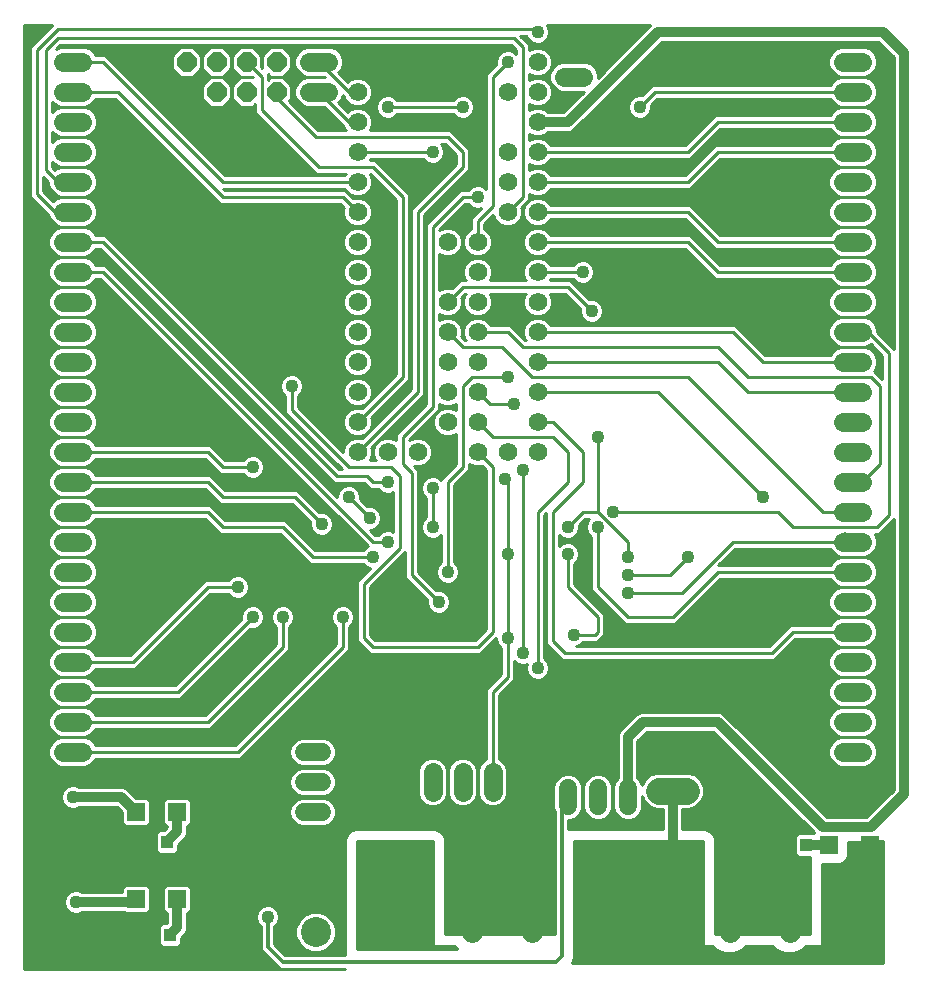
<source format=gbl>
G75*
%MOIN*%
%OFA0B0*%
%FSLAX24Y24*%
%IPPOS*%
%LPD*%
%AMOC8*
5,1,8,0,0,1.08239X$1,22.5*
%
%ADD10C,0.1000*%
%ADD11OC8,0.1000*%
%ADD12C,0.0885*%
%ADD13C,0.0600*%
%ADD14R,0.0591X0.0591*%
%ADD15R,0.0394X0.0433*%
%ADD16C,0.0640*%
%ADD17OC8,0.0640*%
%ADD18C,0.0620*%
%ADD19C,0.0710*%
%ADD20C,0.0320*%
%ADD21C,0.0120*%
%ADD22C,0.0436*%
%ADD23C,0.0100*%
%ADD24C,0.0560*%
D10*
X010050Y002400D03*
D11*
X010050Y004400D03*
D12*
X021508Y007100D02*
X022393Y007100D01*
X027508Y007100D02*
X028393Y007100D01*
D13*
X020450Y007200D02*
X020450Y006600D01*
X019450Y006600D02*
X019450Y007200D01*
X018450Y007200D02*
X018450Y006600D01*
X010250Y006400D02*
X009650Y006400D01*
X009650Y007400D02*
X010250Y007400D01*
X010250Y008400D02*
X009650Y008400D01*
D14*
X005439Y006400D03*
X004061Y006400D03*
X004061Y003500D03*
X005439Y003500D03*
X027161Y005300D03*
X028539Y005300D03*
D15*
X026385Y005300D03*
X025715Y005300D03*
X005185Y002300D03*
X004515Y002300D03*
X004415Y005400D03*
X005085Y005400D03*
D16*
X002270Y008400D02*
X001630Y008400D01*
X001630Y009400D02*
X002270Y009400D01*
X002270Y010400D02*
X001630Y010400D01*
X001630Y011400D02*
X002270Y011400D01*
X002270Y012400D02*
X001630Y012400D01*
X001630Y013400D02*
X002270Y013400D01*
X002270Y014400D02*
X001630Y014400D01*
X001630Y015400D02*
X002270Y015400D01*
X002270Y016400D02*
X001630Y016400D01*
X001630Y017400D02*
X002270Y017400D01*
X002270Y018400D02*
X001630Y018400D01*
X001630Y019400D02*
X002270Y019400D01*
X002270Y020400D02*
X001630Y020400D01*
X001630Y021400D02*
X002270Y021400D01*
X002270Y022400D02*
X001630Y022400D01*
X001630Y023400D02*
X002270Y023400D01*
X002270Y024400D02*
X001630Y024400D01*
X001630Y025400D02*
X002270Y025400D01*
X002270Y026400D02*
X001630Y026400D01*
X001630Y027400D02*
X002270Y027400D01*
X002270Y028400D02*
X001630Y028400D01*
X001630Y029400D02*
X002270Y029400D01*
X002270Y030400D02*
X001630Y030400D01*
X001630Y031400D02*
X002270Y031400D01*
X009830Y031400D02*
X010470Y031400D01*
X010470Y030400D02*
X009830Y030400D01*
X018330Y030900D02*
X018970Y030900D01*
X018970Y031900D02*
X018330Y031900D01*
X027630Y031400D02*
X028270Y031400D01*
X028270Y030400D02*
X027630Y030400D01*
X027630Y029400D02*
X028270Y029400D01*
X028270Y028400D02*
X027630Y028400D01*
X027630Y027400D02*
X028270Y027400D01*
X028270Y026400D02*
X027630Y026400D01*
X027630Y025400D02*
X028270Y025400D01*
X028270Y024400D02*
X027630Y024400D01*
X027630Y023400D02*
X028270Y023400D01*
X028270Y022400D02*
X027630Y022400D01*
X027630Y021400D02*
X028270Y021400D01*
X028270Y020400D02*
X027630Y020400D01*
X027630Y019400D02*
X028270Y019400D01*
X028270Y018400D02*
X027630Y018400D01*
X027630Y017400D02*
X028270Y017400D01*
X028270Y016400D02*
X027630Y016400D01*
X027630Y015400D02*
X028270Y015400D01*
X028270Y014400D02*
X027630Y014400D01*
X027630Y013400D02*
X028270Y013400D01*
X028270Y012400D02*
X027630Y012400D01*
X027630Y011400D02*
X028270Y011400D01*
X028270Y010400D02*
X027630Y010400D01*
X027630Y009400D02*
X028270Y009400D01*
X028270Y008400D02*
X027630Y008400D01*
X015950Y007720D02*
X015950Y007080D01*
X014950Y007080D02*
X014950Y007720D01*
X013950Y007720D02*
X013950Y007080D01*
X012950Y007080D02*
X012950Y007720D01*
D17*
X008750Y030400D03*
X008750Y031400D03*
X007750Y031400D03*
X006750Y031400D03*
X005750Y031400D03*
X005750Y030400D03*
X006750Y030400D03*
X007750Y030400D03*
D18*
X011450Y030400D03*
X011450Y029400D03*
X011450Y028400D03*
X011450Y027400D03*
X011450Y026400D03*
X011450Y025400D03*
X011450Y024400D03*
X011450Y023400D03*
X011450Y022400D03*
X011450Y021400D03*
X011450Y020400D03*
X011450Y019400D03*
X011450Y018400D03*
X012450Y018400D03*
X013450Y018400D03*
X014450Y018400D03*
X014450Y019400D03*
X014450Y020400D03*
X014450Y021400D03*
X014450Y022400D03*
X014450Y023400D03*
X014450Y024400D03*
X014450Y025400D03*
X015450Y025400D03*
X015450Y024400D03*
X015450Y023400D03*
X015450Y022400D03*
X015450Y021400D03*
X015450Y020400D03*
X015450Y019400D03*
X015450Y018400D03*
X016450Y018400D03*
X017450Y018400D03*
X017450Y019400D03*
X017450Y020400D03*
X017450Y021400D03*
X017450Y022400D03*
X017450Y023400D03*
X017450Y024400D03*
X017450Y025400D03*
X017450Y026400D03*
X017450Y027400D03*
X017450Y028400D03*
X017450Y029400D03*
X017450Y030400D03*
X016450Y030400D03*
X017450Y031400D03*
X016450Y028400D03*
X016450Y027400D03*
X016450Y026400D03*
X011450Y031400D03*
D19*
X013250Y003105D02*
X013250Y002395D01*
X015250Y002395D02*
X015250Y003105D01*
X017250Y003105D02*
X017250Y002395D01*
X019250Y002395D02*
X019250Y003105D01*
X021850Y003105D02*
X021850Y002395D01*
X023850Y002395D02*
X023850Y003105D01*
X025850Y003105D02*
X025850Y002395D01*
X027850Y002395D02*
X027850Y003105D01*
D20*
X027161Y005300D02*
X026385Y005300D01*
X026950Y005900D02*
X028550Y005900D01*
X029650Y007000D01*
X029650Y031700D01*
X028950Y032400D01*
X021450Y032400D01*
X018450Y029400D01*
X017450Y029400D01*
X020950Y009400D02*
X023450Y009400D01*
X026950Y005900D01*
X021950Y007100D02*
X021950Y002850D01*
X021850Y002750D01*
X020450Y006900D02*
X020450Y008900D01*
X020950Y009400D01*
X005439Y006400D02*
X005439Y005754D01*
X005085Y005400D01*
X004061Y006400D02*
X003561Y006900D01*
X001950Y006900D01*
X002050Y003400D02*
X003961Y003400D01*
X004061Y003500D01*
X005185Y002300D02*
X005439Y002554D01*
X005439Y003500D01*
D21*
X008450Y002900D02*
X008450Y001900D01*
X008950Y001400D01*
X018050Y001400D01*
X018250Y001600D01*
X018250Y006700D01*
X018450Y006900D01*
X017810Y005900D02*
X017810Y002340D01*
X014390Y002340D01*
X014390Y005488D01*
X014323Y005649D01*
X014199Y005773D01*
X014038Y005840D01*
X011538Y005840D01*
X011362Y005840D01*
X011201Y005773D01*
X011077Y005649D01*
X011010Y005488D01*
X011010Y001840D01*
X010735Y001840D01*
X010796Y001902D01*
X010930Y002225D01*
X010930Y002575D01*
X010796Y002898D01*
X010548Y003146D01*
X010225Y003280D01*
X009875Y003280D01*
X009552Y003146D01*
X009304Y002898D01*
X009170Y002575D01*
X009170Y002225D01*
X009304Y001902D01*
X009365Y001840D01*
X009132Y001840D01*
X008950Y002022D01*
X008950Y002554D01*
X008957Y002561D01*
X009048Y002781D01*
X009048Y003019D01*
X008957Y003239D01*
X008950Y003246D01*
X008950Y005900D01*
X009188Y005900D01*
X009265Y005824D01*
X009515Y005720D01*
X010385Y005720D01*
X010635Y005824D01*
X010712Y005900D01*
X017810Y005900D01*
X017810Y005859D02*
X010670Y005859D01*
X010434Y005740D02*
X011168Y005740D01*
X011066Y005622D02*
X008950Y005622D01*
X008950Y005740D02*
X009466Y005740D01*
X009230Y005859D02*
X008950Y005859D01*
X008950Y005503D02*
X011016Y005503D01*
X011010Y005385D02*
X008950Y005385D01*
X008950Y005266D02*
X011010Y005266D01*
X011010Y005148D02*
X008950Y005148D01*
X008950Y005029D02*
X011010Y005029D01*
X011010Y004911D02*
X008950Y004911D01*
X008950Y004792D02*
X011010Y004792D01*
X011010Y004674D02*
X008950Y004674D01*
X008950Y004555D02*
X011010Y004555D01*
X011010Y004437D02*
X008950Y004437D01*
X008950Y004318D02*
X011010Y004318D01*
X011010Y004200D02*
X008950Y004200D01*
X008950Y004081D02*
X011010Y004081D01*
X011010Y003963D02*
X008950Y003963D01*
X008950Y003844D02*
X011010Y003844D01*
X011010Y003726D02*
X008950Y003726D01*
X008950Y003607D02*
X011010Y003607D01*
X011010Y003489D02*
X008950Y003489D01*
X008950Y003370D02*
X011010Y003370D01*
X011010Y003252D02*
X010294Y003252D01*
X010562Y003133D02*
X011010Y003133D01*
X011010Y003015D02*
X010680Y003015D01*
X010797Y002896D02*
X011010Y002896D01*
X011010Y002778D02*
X010846Y002778D01*
X010895Y002659D02*
X011010Y002659D01*
X011010Y002541D02*
X010930Y002541D01*
X010930Y002422D02*
X011010Y002422D01*
X011010Y002304D02*
X010930Y002304D01*
X010913Y002185D02*
X011010Y002185D01*
X011010Y002067D02*
X010864Y002067D01*
X010815Y001948D02*
X011010Y001948D01*
X011450Y001948D02*
X013950Y001948D01*
X013950Y001900D02*
X014706Y001900D01*
X014766Y001840D01*
X011450Y001840D01*
X011450Y005400D01*
X013950Y005400D01*
X013950Y001900D01*
X013950Y002067D02*
X011450Y002067D01*
X011450Y002185D02*
X013950Y002185D01*
X013950Y002304D02*
X011450Y002304D01*
X011450Y002422D02*
X013950Y002422D01*
X013950Y002541D02*
X011450Y002541D01*
X011450Y002659D02*
X013950Y002659D01*
X013950Y002778D02*
X011450Y002778D01*
X011450Y002896D02*
X013950Y002896D01*
X013950Y003015D02*
X011450Y003015D01*
X011450Y003133D02*
X013950Y003133D01*
X013950Y003252D02*
X011450Y003252D01*
X011450Y003370D02*
X013950Y003370D01*
X013950Y003489D02*
X011450Y003489D01*
X011450Y003607D02*
X013950Y003607D01*
X013950Y003726D02*
X011450Y003726D01*
X011450Y003844D02*
X013950Y003844D01*
X013950Y003963D02*
X011450Y003963D01*
X011450Y004081D02*
X013950Y004081D01*
X013950Y004200D02*
X011450Y004200D01*
X011450Y004318D02*
X013950Y004318D01*
X013950Y004437D02*
X011450Y004437D01*
X011450Y004555D02*
X013950Y004555D01*
X013950Y004674D02*
X011450Y004674D01*
X011450Y004792D02*
X013950Y004792D01*
X013950Y004911D02*
X011450Y004911D01*
X011450Y005029D02*
X013950Y005029D01*
X013950Y005148D02*
X011450Y005148D01*
X011450Y005266D02*
X013950Y005266D01*
X013950Y005385D02*
X011450Y005385D01*
X009806Y003252D02*
X008950Y003252D01*
X009001Y003133D02*
X009538Y003133D01*
X009420Y003015D02*
X009048Y003015D01*
X009048Y002896D02*
X009303Y002896D01*
X009254Y002778D02*
X009047Y002778D01*
X008998Y002659D02*
X009205Y002659D01*
X009170Y002541D02*
X008950Y002541D01*
X008950Y002422D02*
X009170Y002422D01*
X009170Y002304D02*
X008950Y002304D01*
X008950Y002185D02*
X009187Y002185D01*
X009236Y002067D02*
X008950Y002067D01*
X009024Y001948D02*
X009285Y001948D01*
X014390Y002422D02*
X017810Y002422D01*
X017810Y002541D02*
X014390Y002541D01*
X014390Y002659D02*
X017810Y002659D01*
X017810Y002778D02*
X014390Y002778D01*
X014390Y002896D02*
X017810Y002896D01*
X017810Y003015D02*
X014390Y003015D01*
X014390Y003133D02*
X017810Y003133D01*
X017810Y003252D02*
X014390Y003252D01*
X014390Y003370D02*
X017810Y003370D01*
X017810Y003489D02*
X014390Y003489D01*
X014390Y003607D02*
X017810Y003607D01*
X017810Y003726D02*
X014390Y003726D01*
X014390Y003844D02*
X017810Y003844D01*
X017810Y003963D02*
X014390Y003963D01*
X014390Y004081D02*
X017810Y004081D01*
X017810Y004200D02*
X014390Y004200D01*
X014390Y004318D02*
X017810Y004318D01*
X017810Y004437D02*
X014390Y004437D01*
X014390Y004555D02*
X017810Y004555D01*
X017810Y004674D02*
X014390Y004674D01*
X014390Y004792D02*
X017810Y004792D01*
X017810Y004911D02*
X014390Y004911D01*
X014390Y005029D02*
X017810Y005029D01*
X017810Y005148D02*
X014390Y005148D01*
X014390Y005266D02*
X017810Y005266D01*
X017810Y005385D02*
X014390Y005385D01*
X014384Y005503D02*
X017810Y005503D01*
X017810Y005622D02*
X014334Y005622D01*
X014232Y005740D02*
X017810Y005740D01*
X018690Y005400D02*
X022950Y005400D01*
X022950Y001900D01*
X023306Y001900D01*
X023434Y001772D01*
X023704Y001660D01*
X023996Y001660D01*
X024266Y001772D01*
X024394Y001900D01*
X025306Y001900D01*
X025434Y001772D01*
X025704Y001660D01*
X025996Y001660D01*
X026266Y001772D01*
X026394Y001900D01*
X026950Y001900D01*
X026950Y004625D01*
X027532Y004625D01*
X027672Y004683D01*
X027778Y004789D01*
X027836Y004929D01*
X027836Y005360D01*
X028657Y005360D01*
X028754Y005400D01*
X028950Y005400D01*
X028950Y001380D01*
X018635Y001380D01*
X018690Y001512D01*
X018690Y005400D01*
X018690Y005385D02*
X022950Y005385D01*
X022950Y005266D02*
X018690Y005266D01*
X018690Y005148D02*
X022950Y005148D01*
X022950Y005029D02*
X018690Y005029D01*
X018690Y004911D02*
X022950Y004911D01*
X022950Y004792D02*
X018690Y004792D01*
X018690Y004674D02*
X022950Y004674D01*
X022950Y004555D02*
X018690Y004555D01*
X018690Y004437D02*
X022950Y004437D01*
X022950Y004318D02*
X018690Y004318D01*
X018690Y004200D02*
X022950Y004200D01*
X022950Y004081D02*
X018690Y004081D01*
X018690Y003963D02*
X022950Y003963D01*
X022950Y003844D02*
X018690Y003844D01*
X018690Y003726D02*
X022950Y003726D01*
X022950Y003607D02*
X018690Y003607D01*
X018690Y003489D02*
X022950Y003489D01*
X022950Y003370D02*
X018690Y003370D01*
X018690Y003252D02*
X022950Y003252D01*
X022950Y003133D02*
X018690Y003133D01*
X018690Y003015D02*
X022950Y003015D01*
X022950Y002896D02*
X018690Y002896D01*
X018690Y002778D02*
X022950Y002778D01*
X022950Y002659D02*
X018690Y002659D01*
X018690Y002541D02*
X022950Y002541D01*
X022950Y002422D02*
X018690Y002422D01*
X018690Y002304D02*
X022950Y002304D01*
X022950Y002185D02*
X018690Y002185D01*
X018690Y002067D02*
X022950Y002067D01*
X022950Y001948D02*
X018690Y001948D01*
X018690Y001830D02*
X023376Y001830D01*
X023581Y001711D02*
X018690Y001711D01*
X018690Y001593D02*
X028950Y001593D01*
X028950Y001711D02*
X026119Y001711D01*
X026324Y001830D02*
X028950Y001830D01*
X028950Y001948D02*
X026950Y001948D01*
X026950Y002067D02*
X028950Y002067D01*
X028950Y002185D02*
X026950Y002185D01*
X026950Y002304D02*
X028950Y002304D01*
X028950Y002422D02*
X026950Y002422D01*
X026950Y002541D02*
X028950Y002541D01*
X028950Y002659D02*
X026950Y002659D01*
X026950Y002778D02*
X028950Y002778D01*
X028950Y002896D02*
X026950Y002896D01*
X026950Y003015D02*
X028950Y003015D01*
X028950Y003133D02*
X026950Y003133D01*
X026950Y003252D02*
X028950Y003252D01*
X028950Y003370D02*
X026950Y003370D01*
X026950Y003489D02*
X028950Y003489D01*
X028950Y003607D02*
X026950Y003607D01*
X026950Y003726D02*
X028950Y003726D01*
X028950Y003844D02*
X026950Y003844D01*
X026950Y003963D02*
X028950Y003963D01*
X028950Y004081D02*
X026950Y004081D01*
X026950Y004200D02*
X028950Y004200D01*
X028950Y004318D02*
X026950Y004318D01*
X026950Y004437D02*
X028950Y004437D01*
X028950Y004555D02*
X026950Y004555D01*
X026510Y004555D02*
X023390Y004555D01*
X023390Y004437D02*
X026510Y004437D01*
X026510Y004318D02*
X023390Y004318D01*
X023390Y004200D02*
X026510Y004200D01*
X026510Y004081D02*
X023390Y004081D01*
X023390Y003963D02*
X026510Y003963D01*
X026510Y003844D02*
X023390Y003844D01*
X023390Y003726D02*
X026510Y003726D01*
X026510Y003607D02*
X023390Y003607D01*
X023390Y003489D02*
X026510Y003489D01*
X026510Y003370D02*
X023390Y003370D01*
X023390Y003252D02*
X026510Y003252D01*
X026510Y003133D02*
X023390Y003133D01*
X023390Y003015D02*
X026510Y003015D01*
X026510Y002896D02*
X023390Y002896D01*
X023390Y002778D02*
X026510Y002778D01*
X026510Y002659D02*
X023390Y002659D01*
X023390Y002541D02*
X026510Y002541D01*
X026510Y002422D02*
X023390Y002422D01*
X023390Y002340D02*
X023390Y005488D01*
X023323Y005649D01*
X023199Y005773D01*
X023038Y005840D01*
X022490Y005840D01*
X022490Y005900D01*
X026186Y005900D01*
X026190Y005897D01*
X026112Y005897D01*
X025973Y005839D01*
X025866Y005732D01*
X025808Y005592D01*
X025808Y005008D01*
X025866Y004868D01*
X025973Y004761D01*
X026112Y004703D01*
X026510Y004703D01*
X026510Y002340D01*
X023390Y002340D01*
X024119Y001711D02*
X025581Y001711D01*
X025376Y001830D02*
X024324Y001830D01*
X023390Y004674D02*
X026510Y004674D01*
X025942Y004792D02*
X023390Y004792D01*
X023390Y004911D02*
X025848Y004911D01*
X025808Y005029D02*
X023390Y005029D01*
X023390Y005148D02*
X025808Y005148D01*
X025808Y005266D02*
X023390Y005266D01*
X023390Y005385D02*
X025808Y005385D01*
X025808Y005503D02*
X023384Y005503D01*
X023334Y005622D02*
X025820Y005622D01*
X025874Y005740D02*
X023232Y005740D01*
X022490Y005859D02*
X026020Y005859D01*
X027650Y004674D02*
X028950Y004674D01*
X028950Y004792D02*
X027779Y004792D01*
X027829Y004911D02*
X028950Y004911D01*
X028950Y005029D02*
X027836Y005029D01*
X027836Y005148D02*
X028950Y005148D01*
X028950Y005266D02*
X027836Y005266D01*
X028717Y005385D02*
X028950Y005385D01*
X028950Y001474D02*
X018674Y001474D01*
D22*
X023850Y006800D03*
X024650Y006800D03*
X019650Y008000D03*
X018650Y011000D03*
X017450Y011200D03*
X016950Y011700D03*
X016450Y012200D03*
X018650Y012300D03*
X020450Y013700D03*
X020450Y014300D03*
X020450Y014900D03*
X019450Y015900D03*
X019950Y016400D03*
X018450Y015900D03*
X018450Y015000D03*
X016450Y015000D03*
X014450Y014400D03*
X013950Y015100D03*
X013950Y015900D03*
X013950Y017200D03*
X012450Y017400D03*
X011850Y016200D03*
X011150Y016900D03*
X010250Y016000D03*
X011950Y014900D03*
X012450Y015400D03*
X014150Y013400D03*
X012450Y011300D03*
X011450Y011800D03*
X010950Y012900D03*
X009950Y012400D03*
X008950Y012900D03*
X007950Y012900D03*
X007450Y013900D03*
X007950Y017900D03*
X007650Y018700D03*
X009250Y020600D03*
X010650Y022300D03*
X007450Y024400D03*
X003950Y021900D03*
X003850Y028800D03*
X010250Y029500D03*
X012450Y029900D03*
X012950Y029400D03*
X013950Y029400D03*
X013950Y028400D03*
X013050Y027700D03*
X014950Y029900D03*
X016450Y031400D03*
X017450Y032400D03*
X020850Y029900D03*
X021950Y031700D03*
X024950Y029900D03*
X021450Y023900D03*
X019250Y023100D03*
X018950Y024400D03*
X016450Y024900D03*
X015450Y026900D03*
X012650Y031100D03*
X016450Y020900D03*
X016650Y020000D03*
X016950Y017800D03*
X016350Y017500D03*
X019450Y018900D03*
X022450Y014900D03*
X024950Y016900D03*
X012250Y013200D03*
X011450Y008400D03*
X011950Y004900D03*
X011950Y002500D03*
X008450Y002900D03*
X002050Y003400D03*
X001950Y006900D03*
D23*
X000320Y001170D02*
X000320Y032630D01*
X001269Y032630D01*
X001230Y032591D01*
X000530Y031891D01*
X000530Y026909D01*
X000659Y026780D01*
X001143Y026296D01*
X001215Y026122D01*
X001352Y025985D01*
X001533Y025910D01*
X002367Y025910D01*
X002548Y025985D01*
X002685Y026122D01*
X002760Y026303D01*
X002760Y026497D01*
X002685Y026678D01*
X002548Y026815D01*
X002367Y026890D01*
X001533Y026890D01*
X001352Y026815D01*
X001299Y026762D01*
X000970Y027091D01*
X000970Y027569D01*
X001140Y027399D01*
X001140Y027303D01*
X001215Y027122D01*
X001352Y026985D01*
X001533Y026910D01*
X002367Y026910D01*
X002548Y026985D01*
X002685Y027122D01*
X002760Y027303D01*
X002760Y027497D01*
X002685Y027678D01*
X002548Y027815D01*
X002367Y027890D01*
X001533Y027890D01*
X001352Y027815D01*
X001349Y027812D01*
X001270Y027891D01*
X001270Y028067D01*
X001352Y027985D01*
X001533Y027910D01*
X002367Y027910D01*
X002548Y027985D01*
X002685Y028122D01*
X002760Y028303D01*
X002760Y028497D01*
X002685Y028678D01*
X002548Y028815D01*
X002367Y028890D01*
X001533Y028890D01*
X001352Y028815D01*
X001270Y028733D01*
X001270Y029067D01*
X001352Y028985D01*
X001533Y028910D01*
X002367Y028910D01*
X002548Y028985D01*
X002685Y029122D01*
X002760Y029303D01*
X002760Y029497D01*
X002685Y029678D01*
X002548Y029815D01*
X002367Y029890D01*
X001533Y029890D01*
X001352Y029815D01*
X001270Y029733D01*
X001270Y030067D01*
X001352Y029985D01*
X001533Y029910D01*
X002367Y029910D01*
X002548Y029985D01*
X002685Y030122D01*
X002709Y030180D01*
X003359Y030180D01*
X006730Y026809D01*
X006859Y026680D01*
X010859Y026680D01*
X010991Y026547D01*
X010970Y026495D01*
X010970Y026305D01*
X011043Y026128D01*
X011178Y025993D01*
X011355Y025920D01*
X011545Y025920D01*
X011722Y025993D01*
X011857Y026128D01*
X011930Y026305D01*
X011930Y026495D01*
X011857Y026672D01*
X011722Y026807D01*
X011545Y026880D01*
X011355Y026880D01*
X011303Y026859D01*
X011041Y027120D01*
X007041Y027120D01*
X006981Y027180D01*
X011022Y027180D01*
X011043Y027128D01*
X011178Y026993D01*
X011355Y026920D01*
X011545Y026920D01*
X011722Y026993D01*
X011857Y027128D01*
X011930Y027305D01*
X011930Y027495D01*
X011857Y027672D01*
X011849Y027680D01*
X011859Y027680D01*
X012730Y026809D01*
X012730Y020991D01*
X011597Y019859D01*
X011545Y019880D01*
X011355Y019880D01*
X011178Y019807D01*
X011043Y019672D01*
X010970Y019495D01*
X010970Y019305D01*
X011043Y019128D01*
X011178Y018993D01*
X011355Y018920D01*
X011545Y018920D01*
X011722Y018993D01*
X011857Y019128D01*
X011930Y019305D01*
X011930Y019495D01*
X011909Y019547D01*
X013041Y020680D01*
X013170Y020809D01*
X013170Y026991D01*
X013041Y027120D01*
X012170Y027991D01*
X012170Y027991D01*
X012041Y028120D01*
X011849Y028120D01*
X011857Y028128D01*
X011878Y028180D01*
X013621Y028180D01*
X013730Y028071D01*
X013873Y028012D01*
X014027Y028012D01*
X014170Y028071D01*
X014279Y028180D01*
X014338Y028323D01*
X014338Y028477D01*
X014279Y028620D01*
X014219Y028680D01*
X014359Y028680D01*
X014730Y028309D01*
X014730Y027991D01*
X013230Y026491D01*
X013230Y020491D01*
X011597Y018859D01*
X011545Y018880D01*
X011355Y018880D01*
X011178Y018807D01*
X011043Y018672D01*
X010970Y018495D01*
X010970Y018391D01*
X009470Y019891D01*
X009470Y020271D01*
X009579Y020380D01*
X009638Y020523D01*
X009638Y020677D01*
X009579Y020820D01*
X009470Y020929D01*
X009327Y020988D01*
X009173Y020988D01*
X009030Y020929D01*
X008921Y020820D01*
X008862Y020677D01*
X008862Y020523D01*
X008921Y020380D01*
X009030Y020271D01*
X009030Y019709D01*
X009159Y019580D01*
X010919Y017820D01*
X010841Y017820D01*
X003041Y025620D01*
X002709Y025620D01*
X002685Y025678D01*
X002548Y025815D01*
X002367Y025890D01*
X001533Y025890D01*
X001352Y025815D01*
X001215Y025678D01*
X001140Y025497D01*
X001140Y025303D01*
X001215Y025122D01*
X001352Y024985D01*
X001533Y024910D01*
X002367Y024910D01*
X002548Y024985D01*
X002685Y025122D01*
X002709Y025180D01*
X002859Y025180D01*
X010530Y017509D01*
X010659Y017380D01*
X011659Y017380D01*
X011859Y017180D01*
X012121Y017180D01*
X012230Y017071D01*
X012373Y017012D01*
X012527Y017012D01*
X012630Y017054D01*
X012630Y015746D01*
X012527Y015788D01*
X012373Y015788D01*
X012230Y015729D01*
X012121Y015620D01*
X012041Y015620D01*
X011849Y015812D01*
X011927Y015812D01*
X012070Y015871D01*
X012179Y015980D01*
X012238Y016123D01*
X012238Y016277D01*
X012179Y016420D01*
X012070Y016529D01*
X011927Y016588D01*
X011773Y016588D01*
X011538Y016823D01*
X011538Y016977D01*
X011479Y017120D01*
X011370Y017229D01*
X011227Y017288D01*
X011073Y017288D01*
X010930Y017229D01*
X010821Y017120D01*
X010762Y016977D01*
X010762Y016899D01*
X003170Y024491D01*
X003041Y024620D01*
X002709Y024620D01*
X002685Y024678D01*
X002548Y024815D01*
X002367Y024890D01*
X001533Y024890D01*
X001352Y024815D01*
X001215Y024678D01*
X001140Y024497D01*
X001140Y024303D01*
X001215Y024122D01*
X001352Y023985D01*
X001533Y023910D01*
X002367Y023910D01*
X002548Y023985D01*
X002685Y024122D01*
X002709Y024180D01*
X002859Y024180D01*
X011787Y015252D01*
X011730Y015229D01*
X011621Y015120D01*
X010041Y015120D01*
X009041Y016120D01*
X007041Y016120D01*
X006541Y016620D01*
X002709Y016620D01*
X002685Y016678D01*
X002548Y016815D01*
X002367Y016890D01*
X001533Y016890D01*
X001352Y016815D01*
X001215Y016678D01*
X001140Y016497D01*
X001140Y016303D01*
X001215Y016122D01*
X001352Y015985D01*
X001533Y015910D01*
X002367Y015910D01*
X002548Y015985D01*
X002685Y016122D01*
X002709Y016180D01*
X006359Y016180D01*
X006730Y015809D01*
X006859Y015680D01*
X008859Y015680D01*
X009859Y014680D01*
X011621Y014680D01*
X011730Y014571D01*
X011857Y014518D01*
X011559Y014220D01*
X011430Y014091D01*
X011430Y012109D01*
X011730Y011809D01*
X011859Y011680D01*
X015541Y011680D01*
X016041Y012180D01*
X016062Y012201D01*
X016062Y012123D01*
X016121Y011980D01*
X016230Y011871D01*
X016230Y010991D01*
X015730Y010491D01*
X015730Y008159D01*
X015672Y008135D01*
X015535Y007998D01*
X015460Y007817D01*
X015460Y006983D01*
X015535Y006802D01*
X015672Y006665D01*
X015853Y006590D01*
X016047Y006590D01*
X016228Y006665D01*
X016365Y006802D01*
X016440Y006983D01*
X016440Y007817D01*
X016365Y007998D01*
X016228Y008135D01*
X016170Y008159D01*
X016170Y010309D01*
X016541Y010680D01*
X016670Y010809D01*
X016670Y011431D01*
X016730Y011371D01*
X016873Y011312D01*
X017027Y011312D01*
X017086Y011336D01*
X017062Y011277D01*
X017062Y011123D01*
X017121Y010980D01*
X017230Y010871D01*
X017373Y010812D01*
X017527Y010812D01*
X017670Y010871D01*
X017779Y010980D01*
X017838Y011123D01*
X017838Y011277D01*
X017779Y011420D01*
X017670Y011529D01*
X017670Y016309D01*
X017730Y016369D01*
X017730Y012009D01*
X017859Y011880D01*
X018130Y011609D01*
X018130Y011609D01*
X018259Y011480D01*
X025341Y011480D01*
X026041Y012180D01*
X027191Y012180D01*
X027215Y012122D01*
X027352Y011985D01*
X027533Y011910D01*
X028367Y011910D01*
X028548Y011985D01*
X028685Y012122D01*
X028760Y012303D01*
X028760Y012497D01*
X028685Y012678D01*
X028548Y012815D01*
X028367Y012890D01*
X027533Y012890D01*
X027352Y012815D01*
X027215Y012678D01*
X027191Y012620D01*
X025859Y012620D01*
X025730Y012491D01*
X025159Y011920D01*
X018747Y011920D01*
X018870Y011971D01*
X018979Y012080D01*
X019441Y012080D01*
X019541Y012180D01*
X019670Y012309D01*
X019670Y012991D01*
X018670Y013991D01*
X018670Y014671D01*
X018779Y014780D01*
X018838Y014923D01*
X018838Y015077D01*
X018779Y015220D01*
X018670Y015329D01*
X018527Y015388D01*
X018373Y015388D01*
X018230Y015329D01*
X018170Y015269D01*
X018170Y015631D01*
X018230Y015571D01*
X018373Y015512D01*
X018527Y015512D01*
X018670Y015571D01*
X018779Y015680D01*
X018838Y015823D01*
X018838Y015977D01*
X019041Y016180D01*
X019181Y016180D01*
X019121Y016120D01*
X019062Y015977D01*
X019062Y015823D01*
X019121Y015680D01*
X019230Y015571D01*
X019230Y013809D01*
X020230Y012809D01*
X020359Y012680D01*
X022041Y012680D01*
X022170Y012809D01*
X023541Y014180D01*
X027191Y014180D01*
X027215Y014122D01*
X027352Y013985D01*
X027533Y013910D01*
X028367Y013910D01*
X028548Y013985D01*
X028685Y014122D01*
X028760Y014303D01*
X028760Y014497D01*
X028685Y014678D01*
X028548Y014815D01*
X028367Y014890D01*
X027533Y014890D01*
X027352Y014815D01*
X027215Y014678D01*
X027191Y014620D01*
X023481Y014620D01*
X024041Y015180D01*
X027191Y015180D01*
X027215Y015122D01*
X027352Y014985D01*
X027533Y014910D01*
X028367Y014910D01*
X028548Y014985D01*
X028685Y015122D01*
X028760Y015303D01*
X028760Y015497D01*
X028685Y015678D01*
X028683Y015680D01*
X028841Y015680D01*
X029320Y016159D01*
X029320Y007137D01*
X028413Y006230D01*
X027087Y006230D01*
X023637Y009680D01*
X023516Y009730D01*
X020884Y009730D01*
X020763Y009680D01*
X020670Y009587D01*
X020170Y009087D01*
X020120Y008966D01*
X020120Y007535D01*
X020052Y007466D01*
X019980Y007293D01*
X019980Y006507D01*
X020052Y006334D01*
X020184Y006202D01*
X020357Y006130D01*
X020543Y006130D01*
X020716Y006202D01*
X020848Y006334D01*
X020920Y006507D01*
X020920Y006918D01*
X020988Y006753D01*
X021161Y006581D01*
X021386Y006488D01*
X021620Y006488D01*
X021620Y005830D01*
X018480Y005830D01*
X018480Y006130D01*
X018543Y006130D01*
X018716Y006202D01*
X018848Y006334D01*
X018920Y006507D01*
X018920Y007293D01*
X018848Y007466D01*
X018716Y007598D01*
X018543Y007670D01*
X018357Y007670D01*
X018184Y007598D01*
X018052Y007466D01*
X017980Y007293D01*
X017980Y006507D01*
X018020Y006410D01*
X018020Y002330D01*
X014380Y002330D01*
X014380Y005486D01*
X014315Y005644D01*
X014194Y005765D01*
X014036Y005830D01*
X011364Y005830D01*
X011206Y005765D01*
X011085Y005644D01*
X011020Y005486D01*
X011020Y001630D01*
X009045Y001630D01*
X008680Y001995D01*
X008680Y002581D01*
X008779Y002680D01*
X008838Y002823D01*
X008838Y002977D01*
X008779Y003120D01*
X008670Y003229D01*
X008527Y003288D01*
X008373Y003288D01*
X008230Y003229D01*
X008121Y003120D01*
X008062Y002977D01*
X008062Y002823D01*
X008121Y002680D01*
X008220Y002581D01*
X008220Y001805D01*
X008355Y001670D01*
X008720Y001305D01*
X008855Y001170D01*
X011020Y001170D01*
X011020Y001170D01*
X000320Y001170D01*
X000350Y001170D02*
X000350Y032630D01*
X000320Y032600D02*
X001239Y032600D01*
X001250Y032611D02*
X001250Y032630D01*
X001150Y032630D02*
X001150Y032511D01*
X001139Y032500D02*
X000320Y032500D01*
X000320Y032400D02*
X001039Y032400D01*
X001050Y032411D02*
X001050Y032630D01*
X000950Y032630D02*
X000950Y032311D01*
X000939Y032300D02*
X000320Y032300D01*
X000320Y032200D02*
X000839Y032200D01*
X000850Y032211D02*
X000850Y032630D01*
X000750Y032630D02*
X000750Y032111D01*
X000739Y032100D02*
X000320Y032100D01*
X000320Y032000D02*
X000639Y032000D01*
X000650Y032011D02*
X000650Y032630D01*
X000550Y032630D02*
X000550Y031911D01*
X000539Y031900D02*
X000320Y031900D01*
X000320Y031800D02*
X000530Y031800D01*
X000530Y031700D02*
X000320Y031700D01*
X000320Y031600D02*
X000530Y031600D01*
X000530Y031500D02*
X000320Y031500D01*
X000320Y031400D02*
X000530Y031400D01*
X000530Y031300D02*
X000320Y031300D01*
X000320Y031200D02*
X000530Y031200D01*
X000530Y031100D02*
X000320Y031100D01*
X000320Y031000D02*
X000530Y031000D01*
X000530Y030900D02*
X000320Y030900D01*
X000320Y030800D02*
X000530Y030800D01*
X000530Y030700D02*
X000320Y030700D01*
X000320Y030600D02*
X000530Y030600D01*
X000530Y030500D02*
X000320Y030500D01*
X000320Y030400D02*
X000530Y030400D01*
X000530Y030300D02*
X000320Y030300D01*
X000320Y030200D02*
X000530Y030200D01*
X000530Y030100D02*
X000320Y030100D01*
X000320Y030000D02*
X000530Y030000D01*
X000530Y029900D02*
X000320Y029900D01*
X000320Y029800D02*
X000530Y029800D01*
X000530Y029700D02*
X000320Y029700D01*
X000320Y029600D02*
X000530Y029600D01*
X000530Y029500D02*
X000320Y029500D01*
X000320Y029400D02*
X000530Y029400D01*
X000530Y029300D02*
X000320Y029300D01*
X000320Y029200D02*
X000530Y029200D01*
X000530Y029100D02*
X000320Y029100D01*
X000320Y029000D02*
X000530Y029000D01*
X000530Y028900D02*
X000320Y028900D01*
X000320Y028800D02*
X000530Y028800D01*
X000530Y028700D02*
X000320Y028700D01*
X000320Y028600D02*
X000530Y028600D01*
X000530Y028500D02*
X000320Y028500D01*
X000320Y028400D02*
X000530Y028400D01*
X000530Y028300D02*
X000320Y028300D01*
X000320Y028200D02*
X000530Y028200D01*
X000530Y028100D02*
X000320Y028100D01*
X000320Y028000D02*
X000530Y028000D01*
X000530Y027900D02*
X000320Y027900D01*
X000320Y027800D02*
X000530Y027800D01*
X000530Y027700D02*
X000320Y027700D01*
X000320Y027600D02*
X000530Y027600D01*
X000530Y027500D02*
X000320Y027500D01*
X000320Y027400D02*
X000530Y027400D01*
X000530Y027300D02*
X000320Y027300D01*
X000320Y027200D02*
X000530Y027200D01*
X000530Y027100D02*
X000320Y027100D01*
X000320Y027000D02*
X000530Y027000D01*
X000539Y026900D02*
X000320Y026900D01*
X000320Y026800D02*
X000639Y026800D01*
X000650Y026789D02*
X000650Y001170D01*
X000750Y001170D02*
X000750Y026689D01*
X000739Y026700D02*
X000320Y026700D01*
X000320Y026600D02*
X000839Y026600D01*
X000850Y026589D02*
X000850Y001170D01*
X000950Y001170D02*
X000950Y026489D01*
X000939Y026500D02*
X000320Y026500D01*
X000320Y026400D02*
X001039Y026400D01*
X001050Y026389D02*
X001050Y001170D01*
X001150Y001170D02*
X001150Y008278D01*
X001141Y008300D02*
X000320Y008300D01*
X000320Y008400D02*
X001140Y008400D01*
X001140Y008497D02*
X001140Y008303D01*
X001215Y008122D01*
X001352Y007985D01*
X001533Y007910D01*
X002367Y007910D01*
X002548Y007985D01*
X002685Y008122D01*
X002709Y008180D01*
X007541Y008180D01*
X007670Y008309D01*
X011170Y011809D01*
X011170Y012571D01*
X011279Y012680D01*
X011338Y012823D01*
X011338Y012977D01*
X011279Y013120D01*
X011170Y013229D01*
X011027Y013288D01*
X010873Y013288D01*
X010730Y013229D01*
X010621Y013120D01*
X010562Y012977D01*
X010562Y012823D01*
X010621Y012680D01*
X010730Y012571D01*
X010730Y011991D01*
X007359Y008620D01*
X002709Y008620D01*
X002685Y008678D01*
X002548Y008815D01*
X002367Y008890D01*
X001533Y008890D01*
X001352Y008815D01*
X001215Y008678D01*
X001140Y008497D01*
X001141Y008500D02*
X000320Y008500D01*
X000320Y008600D02*
X001182Y008600D01*
X001150Y008522D02*
X001150Y009278D01*
X001141Y009300D02*
X000320Y009300D01*
X000320Y009400D02*
X001140Y009400D01*
X001140Y009497D02*
X001140Y009303D01*
X001215Y009122D01*
X001352Y008985D01*
X001533Y008910D01*
X002367Y008910D01*
X002548Y008985D01*
X002685Y009122D01*
X002709Y009180D01*
X006541Y009180D01*
X006670Y009309D01*
X009170Y011809D01*
X009170Y012571D01*
X009279Y012680D01*
X009338Y012823D01*
X009338Y012977D01*
X009279Y013120D01*
X009170Y013229D01*
X009027Y013288D01*
X008873Y013288D01*
X008730Y013229D01*
X008621Y013120D01*
X008562Y012977D01*
X008562Y012823D01*
X008621Y012680D01*
X008730Y012571D01*
X008730Y011991D01*
X006359Y009620D01*
X002709Y009620D01*
X002685Y009678D01*
X002548Y009815D01*
X002367Y009890D01*
X001533Y009890D01*
X001352Y009815D01*
X001215Y009678D01*
X001140Y009497D01*
X001141Y009500D02*
X000320Y009500D01*
X000320Y009600D02*
X001182Y009600D01*
X001150Y009522D02*
X001150Y010278D01*
X001141Y010300D02*
X000320Y010300D01*
X000320Y010400D02*
X001140Y010400D01*
X001140Y010497D02*
X001140Y010303D01*
X001215Y010122D01*
X001352Y009985D01*
X001533Y009910D01*
X002367Y009910D01*
X002548Y009985D01*
X002685Y010122D01*
X002709Y010180D01*
X005541Y010180D01*
X005670Y010309D01*
X007873Y012512D01*
X008027Y012512D01*
X008170Y012571D01*
X008279Y012680D01*
X008338Y012823D01*
X008338Y012977D01*
X008279Y013120D01*
X008170Y013229D01*
X008027Y013288D01*
X007873Y013288D01*
X007730Y013229D01*
X007621Y013120D01*
X007562Y012977D01*
X007562Y012823D01*
X005359Y010620D01*
X002709Y010620D01*
X002685Y010678D01*
X002548Y010815D01*
X002367Y010890D01*
X001533Y010890D01*
X001352Y010815D01*
X001215Y010678D01*
X001140Y010497D01*
X001141Y010500D02*
X000320Y010500D01*
X000320Y010600D02*
X001182Y010600D01*
X001150Y010522D02*
X001150Y011278D01*
X001141Y011300D02*
X000320Y011300D01*
X000320Y011400D02*
X001140Y011400D01*
X001140Y011497D02*
X001140Y011303D01*
X001215Y011122D01*
X001352Y010985D01*
X001533Y010910D01*
X002367Y010910D01*
X002548Y010985D01*
X002685Y011122D01*
X002709Y011180D01*
X004041Y011180D01*
X006541Y013680D01*
X007121Y013680D01*
X007230Y013571D01*
X007373Y013512D01*
X007527Y013512D01*
X007670Y013571D01*
X007779Y013680D01*
X007838Y013823D01*
X007838Y013977D01*
X007779Y014120D01*
X007670Y014229D01*
X007527Y014288D01*
X007373Y014288D01*
X007230Y014229D01*
X007121Y014120D01*
X006359Y014120D01*
X003859Y011620D01*
X002709Y011620D01*
X002685Y011678D01*
X002548Y011815D01*
X002367Y011890D01*
X001533Y011890D01*
X001352Y011815D01*
X001215Y011678D01*
X001140Y011497D01*
X001141Y011500D02*
X000320Y011500D01*
X000320Y011600D02*
X001182Y011600D01*
X001150Y011522D02*
X001150Y012278D01*
X001141Y012300D02*
X000320Y012300D01*
X000320Y012400D02*
X001140Y012400D01*
X001140Y012497D02*
X001140Y012303D01*
X001215Y012122D01*
X001352Y011985D01*
X001533Y011910D01*
X002367Y011910D01*
X002548Y011985D01*
X002685Y012122D01*
X002760Y012303D01*
X002760Y012497D01*
X002685Y012678D01*
X002548Y012815D01*
X002367Y012890D01*
X001533Y012890D01*
X001352Y012815D01*
X001215Y012678D01*
X001140Y012497D01*
X001141Y012500D02*
X000320Y012500D01*
X000320Y012600D02*
X001182Y012600D01*
X001150Y012522D02*
X001150Y013278D01*
X001141Y013300D02*
X000320Y013300D01*
X000320Y013400D02*
X001140Y013400D01*
X001140Y013497D02*
X001140Y013303D01*
X001215Y013122D01*
X001352Y012985D01*
X001533Y012910D01*
X002367Y012910D01*
X002548Y012985D01*
X002685Y013122D01*
X002760Y013303D01*
X002760Y013497D01*
X002685Y013678D01*
X002548Y013815D01*
X002367Y013890D01*
X001533Y013890D01*
X001352Y013815D01*
X001215Y013678D01*
X001140Y013497D01*
X001141Y013500D02*
X000320Y013500D01*
X000320Y013600D02*
X001182Y013600D01*
X001150Y013522D02*
X001150Y014278D01*
X001141Y014300D02*
X000320Y014300D01*
X000320Y014400D02*
X001140Y014400D01*
X001140Y014497D02*
X001140Y014303D01*
X001215Y014122D01*
X001352Y013985D01*
X001533Y013910D01*
X002367Y013910D01*
X002548Y013985D01*
X002685Y014122D01*
X002760Y014303D01*
X002760Y014497D01*
X002685Y014678D01*
X002548Y014815D01*
X002367Y014890D01*
X001533Y014890D01*
X001352Y014815D01*
X001215Y014678D01*
X001140Y014497D01*
X001141Y014500D02*
X000320Y014500D01*
X000320Y014600D02*
X001182Y014600D01*
X001150Y014522D02*
X001150Y015278D01*
X001141Y015300D02*
X000320Y015300D01*
X000320Y015400D02*
X001140Y015400D01*
X001140Y015497D02*
X001140Y015303D01*
X001215Y015122D01*
X001352Y014985D01*
X001533Y014910D01*
X002367Y014910D01*
X002548Y014985D01*
X002685Y015122D01*
X002760Y015303D01*
X002760Y015497D01*
X002685Y015678D01*
X002548Y015815D01*
X002367Y015890D01*
X001533Y015890D01*
X001352Y015815D01*
X001215Y015678D01*
X001140Y015497D01*
X001141Y015500D02*
X000320Y015500D01*
X000320Y015600D02*
X001182Y015600D01*
X001150Y015522D02*
X001150Y016278D01*
X001141Y016300D02*
X000320Y016300D01*
X000320Y016400D02*
X001140Y016400D01*
X001141Y016500D02*
X000320Y016500D01*
X000320Y016600D02*
X001182Y016600D01*
X001150Y016522D02*
X001150Y017278D01*
X001141Y017300D02*
X000320Y017300D01*
X000320Y017400D02*
X001140Y017400D01*
X001140Y017497D02*
X001140Y017303D01*
X001215Y017122D01*
X001352Y016985D01*
X001533Y016910D01*
X002367Y016910D01*
X002548Y016985D01*
X002685Y017122D01*
X002709Y017180D01*
X006359Y017180D01*
X006730Y016809D01*
X006859Y016680D01*
X009259Y016680D01*
X009862Y016077D01*
X009862Y015923D01*
X009921Y015780D01*
X010030Y015671D01*
X010173Y015612D01*
X010327Y015612D01*
X010470Y015671D01*
X010579Y015780D01*
X010638Y015923D01*
X010638Y016077D01*
X010579Y016220D01*
X010470Y016329D01*
X010327Y016388D01*
X010173Y016388D01*
X009441Y017120D01*
X007041Y017120D01*
X006541Y017620D01*
X002709Y017620D01*
X002685Y017678D01*
X002548Y017815D01*
X002367Y017890D01*
X001533Y017890D01*
X001352Y017815D01*
X001215Y017678D01*
X001140Y017497D01*
X001141Y017500D02*
X000320Y017500D01*
X000320Y017600D02*
X001182Y017600D01*
X001150Y017522D02*
X001150Y018278D01*
X001141Y018300D02*
X000320Y018300D01*
X000320Y018400D02*
X001140Y018400D01*
X001140Y018497D02*
X001140Y018303D01*
X001215Y018122D01*
X001352Y017985D01*
X001533Y017910D01*
X002367Y017910D01*
X002548Y017985D01*
X002685Y018122D01*
X002709Y018180D01*
X006359Y018180D01*
X006730Y017809D01*
X006859Y017680D01*
X007621Y017680D01*
X007730Y017571D01*
X007873Y017512D01*
X008027Y017512D01*
X008170Y017571D01*
X008279Y017680D01*
X008338Y017823D01*
X008338Y017977D01*
X008279Y018120D01*
X008170Y018229D01*
X008027Y018288D01*
X007873Y018288D01*
X007730Y018229D01*
X007621Y018120D01*
X007041Y018120D01*
X006541Y018620D01*
X002709Y018620D01*
X002685Y018678D01*
X002548Y018815D01*
X002367Y018890D01*
X001533Y018890D01*
X001352Y018815D01*
X001215Y018678D01*
X001140Y018497D01*
X001141Y018500D02*
X000320Y018500D01*
X000320Y018600D02*
X001182Y018600D01*
X001150Y018522D02*
X001150Y019278D01*
X001141Y019300D02*
X000320Y019300D01*
X000320Y019400D02*
X001140Y019400D01*
X001140Y019497D02*
X001140Y019303D01*
X001215Y019122D01*
X001352Y018985D01*
X001533Y018910D01*
X002367Y018910D01*
X002548Y018985D01*
X002685Y019122D01*
X002760Y019303D01*
X002760Y019497D01*
X002685Y019678D01*
X002548Y019815D01*
X002367Y019890D01*
X001533Y019890D01*
X001352Y019815D01*
X001215Y019678D01*
X001140Y019497D01*
X001141Y019500D02*
X000320Y019500D01*
X000320Y019600D02*
X001182Y019600D01*
X001150Y019522D02*
X001150Y020278D01*
X001141Y020300D02*
X000320Y020300D01*
X000320Y020400D02*
X001140Y020400D01*
X001140Y020497D02*
X001140Y020303D01*
X001215Y020122D01*
X001352Y019985D01*
X001533Y019910D01*
X002367Y019910D01*
X002548Y019985D01*
X002685Y020122D01*
X002760Y020303D01*
X002760Y020497D01*
X002685Y020678D01*
X002548Y020815D01*
X002367Y020890D01*
X001533Y020890D01*
X001352Y020815D01*
X001215Y020678D01*
X001140Y020497D01*
X001141Y020500D02*
X000320Y020500D01*
X000320Y020600D02*
X001182Y020600D01*
X001150Y020522D02*
X001150Y021278D01*
X001141Y021300D02*
X000320Y021300D01*
X000320Y021400D02*
X001140Y021400D01*
X001140Y021497D02*
X001140Y021303D01*
X001215Y021122D01*
X001352Y020985D01*
X001533Y020910D01*
X002367Y020910D01*
X002548Y020985D01*
X002685Y021122D01*
X002760Y021303D01*
X002760Y021497D01*
X002685Y021678D01*
X002548Y021815D01*
X002367Y021890D01*
X001533Y021890D01*
X001352Y021815D01*
X001215Y021678D01*
X001140Y021497D01*
X001141Y021500D02*
X000320Y021500D01*
X000320Y021600D02*
X001182Y021600D01*
X001150Y021522D02*
X001150Y022278D01*
X001141Y022300D02*
X000320Y022300D01*
X000320Y022400D02*
X001140Y022400D01*
X001140Y022497D02*
X001140Y022303D01*
X001215Y022122D01*
X001352Y021985D01*
X001533Y021910D01*
X002367Y021910D01*
X002548Y021985D01*
X002685Y022122D01*
X002760Y022303D01*
X002760Y022497D01*
X002685Y022678D01*
X002548Y022815D01*
X002367Y022890D01*
X001533Y022890D01*
X001352Y022815D01*
X001215Y022678D01*
X001140Y022497D01*
X001141Y022500D02*
X000320Y022500D01*
X000320Y022600D02*
X001182Y022600D01*
X001150Y022522D02*
X001150Y023278D01*
X001141Y023300D02*
X000320Y023300D01*
X000320Y023400D02*
X001140Y023400D01*
X001140Y023497D02*
X001140Y023303D01*
X001215Y023122D01*
X001352Y022985D01*
X001533Y022910D01*
X002367Y022910D01*
X002548Y022985D01*
X002685Y023122D01*
X002760Y023303D01*
X002760Y023497D01*
X002685Y023678D01*
X002548Y023815D01*
X002367Y023890D01*
X001533Y023890D01*
X001352Y023815D01*
X001215Y023678D01*
X001140Y023497D01*
X001141Y023500D02*
X000320Y023500D01*
X000320Y023600D02*
X001182Y023600D01*
X001150Y023522D02*
X001150Y024278D01*
X001141Y024300D02*
X000320Y024300D01*
X000320Y024400D02*
X001140Y024400D01*
X001141Y024500D02*
X000320Y024500D01*
X000320Y024600D02*
X001182Y024600D01*
X001150Y024522D02*
X001150Y025278D01*
X001141Y025300D02*
X000320Y025300D01*
X000320Y025400D02*
X001140Y025400D01*
X001141Y025500D02*
X000320Y025500D01*
X000320Y025600D02*
X001182Y025600D01*
X001150Y025522D02*
X001150Y026278D01*
X001139Y026300D02*
X000320Y026300D01*
X000320Y026200D02*
X001182Y026200D01*
X001237Y026100D02*
X000320Y026100D01*
X000320Y026000D02*
X001337Y026000D01*
X001350Y025987D02*
X001350Y025813D01*
X001337Y025800D02*
X000320Y025800D01*
X000320Y025900D02*
X012730Y025900D01*
X012730Y026000D02*
X011729Y026000D01*
X011750Y026021D02*
X011750Y025779D01*
X011729Y025800D02*
X012730Y025800D01*
X012730Y025700D02*
X011829Y025700D01*
X011850Y025679D02*
X011850Y026121D01*
X011829Y026100D02*
X012730Y026100D01*
X012730Y026200D02*
X011887Y026200D01*
X011928Y026300D02*
X012730Y026300D01*
X012730Y026400D02*
X011930Y026400D01*
X011928Y026500D02*
X012730Y026500D01*
X012730Y026600D02*
X011887Y026600D01*
X011850Y026679D02*
X011850Y027121D01*
X011829Y027100D02*
X012439Y027100D01*
X012450Y027089D02*
X012450Y020711D01*
X012439Y020700D02*
X011829Y020700D01*
X011850Y020679D02*
X011850Y021121D01*
X011857Y021128D02*
X011930Y021305D01*
X011930Y021495D01*
X011857Y021672D01*
X011722Y021807D01*
X011545Y021880D01*
X011355Y021880D01*
X011178Y021807D01*
X011043Y021672D01*
X010970Y021495D01*
X010970Y021305D01*
X011043Y021128D01*
X011178Y020993D01*
X011355Y020920D01*
X011545Y020920D01*
X011722Y020993D01*
X011857Y021128D01*
X011829Y021100D02*
X012730Y021100D01*
X012730Y021000D02*
X011729Y021000D01*
X011750Y021021D02*
X011750Y020779D01*
X011729Y020800D02*
X012539Y020800D01*
X012550Y020811D02*
X012550Y026989D01*
X012539Y027000D02*
X011729Y027000D01*
X011750Y027021D02*
X011750Y026779D01*
X011729Y026800D02*
X012730Y026800D01*
X012730Y026700D02*
X011829Y026700D01*
X011650Y026837D02*
X011650Y026963D01*
X011550Y026922D02*
X011550Y026878D01*
X011450Y026880D02*
X011450Y026920D01*
X011350Y026922D02*
X011350Y026878D01*
X011261Y026900D02*
X012639Y026900D01*
X012650Y026889D02*
X012650Y020911D01*
X012639Y020900D02*
X009499Y020900D01*
X009450Y020937D02*
X009450Y026680D01*
X009550Y026680D02*
X009550Y020849D01*
X009587Y020800D02*
X011171Y020800D01*
X011178Y020807D02*
X011043Y020672D01*
X010970Y020495D01*
X010970Y020305D01*
X011043Y020128D01*
X011178Y019993D01*
X011355Y019920D01*
X011545Y019920D01*
X011722Y019993D01*
X011857Y020128D01*
X011930Y020305D01*
X011930Y020495D01*
X011857Y020672D01*
X011722Y020807D01*
X011545Y020880D01*
X011355Y020880D01*
X011178Y020807D01*
X011150Y020779D02*
X011150Y021021D01*
X011171Y021000D02*
X007661Y021000D01*
X007650Y021011D02*
X007650Y026680D01*
X007750Y026680D02*
X007750Y020911D01*
X007761Y020900D02*
X009001Y020900D01*
X009050Y020937D02*
X009050Y026680D01*
X009150Y026680D02*
X009150Y020979D01*
X009250Y020988D02*
X009250Y026680D01*
X009350Y026680D02*
X009350Y020979D01*
X009250Y020600D02*
X009250Y019800D01*
X011150Y017900D01*
X012550Y017900D01*
X012850Y017600D01*
X012850Y015200D01*
X011650Y014000D01*
X011650Y012200D01*
X011950Y011900D01*
X015450Y011900D01*
X015950Y012400D01*
X015950Y017900D01*
X015450Y018400D01*
X015450Y017920D02*
X015450Y012211D01*
X015439Y012200D02*
X011961Y012200D01*
X011950Y012211D02*
X011950Y013989D01*
X011961Y014000D02*
X013239Y014000D01*
X013250Y013989D02*
X013250Y012120D01*
X013350Y012120D02*
X013350Y013889D01*
X013339Y013900D02*
X011870Y013900D01*
X011870Y013909D02*
X013030Y015069D01*
X013030Y014209D01*
X013762Y013477D01*
X013762Y013323D01*
X013821Y013180D01*
X013930Y013071D01*
X014073Y013012D01*
X014227Y013012D01*
X014370Y013071D01*
X014479Y013180D01*
X014538Y013323D01*
X014538Y013477D01*
X014479Y013620D01*
X014370Y013729D01*
X014227Y013788D01*
X014073Y013788D01*
X013470Y014391D01*
X013470Y017791D01*
X013341Y017920D01*
X013332Y017929D01*
X013355Y017920D01*
X013545Y017920D01*
X013722Y017993D01*
X013857Y018128D01*
X013930Y018305D01*
X013930Y018495D01*
X013857Y018672D01*
X013722Y018807D01*
X013545Y018880D01*
X013355Y018880D01*
X013178Y018807D01*
X013170Y018799D01*
X013170Y018809D01*
X014170Y019809D01*
X014170Y020001D01*
X014178Y019993D01*
X014355Y019920D01*
X014545Y019920D01*
X014722Y019993D01*
X014730Y020001D01*
X014730Y019799D01*
X014722Y019807D01*
X014545Y019880D01*
X014355Y019880D01*
X014178Y019807D01*
X014043Y019672D01*
X013970Y019495D01*
X013970Y019305D01*
X014043Y019128D01*
X014178Y018993D01*
X014355Y018920D01*
X014545Y018920D01*
X014722Y018993D01*
X014730Y019001D01*
X014730Y017991D01*
X014230Y017491D01*
X014230Y017469D01*
X014170Y017529D01*
X014027Y017588D01*
X013873Y017588D01*
X013730Y017529D01*
X013621Y017420D01*
X013562Y017277D01*
X013562Y017123D01*
X013621Y016980D01*
X013730Y016871D01*
X013730Y016229D01*
X013621Y016120D01*
X013562Y015977D01*
X013562Y015823D01*
X013621Y015680D01*
X013730Y015571D01*
X013873Y015512D01*
X014027Y015512D01*
X014170Y015571D01*
X014230Y015631D01*
X014230Y014729D01*
X014121Y014620D01*
X014062Y014477D01*
X014062Y014323D01*
X014121Y014180D01*
X014230Y014071D01*
X014373Y014012D01*
X014527Y014012D01*
X014670Y014071D01*
X014779Y014180D01*
X014838Y014323D01*
X014838Y014477D01*
X014779Y014620D01*
X014670Y014729D01*
X014670Y017309D01*
X015041Y017680D01*
X015170Y017809D01*
X015170Y018001D01*
X015178Y017993D01*
X015355Y017920D01*
X015545Y017920D01*
X015597Y017941D01*
X015730Y017809D01*
X015730Y012491D01*
X015359Y012120D01*
X012041Y012120D01*
X011870Y012291D01*
X011870Y013909D01*
X011870Y013800D02*
X013439Y013800D01*
X013450Y013789D02*
X013450Y012120D01*
X013550Y012120D02*
X013550Y013689D01*
X013539Y013700D02*
X011870Y013700D01*
X011870Y013600D02*
X013639Y013600D01*
X013650Y013589D02*
X013650Y012120D01*
X013750Y012120D02*
X013750Y013489D01*
X013739Y013500D02*
X011870Y013500D01*
X011870Y013400D02*
X013762Y013400D01*
X013771Y013300D02*
X011870Y013300D01*
X011870Y013200D02*
X013813Y013200D01*
X013850Y013151D02*
X013850Y012120D01*
X013950Y012120D02*
X013950Y013063D01*
X013901Y013100D02*
X011870Y013100D01*
X011870Y013000D02*
X015730Y013000D01*
X015730Y013100D02*
X014399Y013100D01*
X014350Y013063D02*
X014350Y012120D01*
X014250Y012120D02*
X014250Y013021D01*
X014150Y013012D02*
X014150Y012120D01*
X014050Y012120D02*
X014050Y013021D01*
X014150Y013400D02*
X013250Y014300D01*
X013250Y017700D01*
X012950Y018000D01*
X012950Y018900D01*
X013950Y019900D01*
X013950Y025900D01*
X014950Y026900D01*
X015450Y026900D01*
X015450Y027288D02*
X015450Y031980D01*
X015550Y031980D02*
X015550Y027279D01*
X015527Y027288D02*
X015373Y027288D01*
X015230Y027229D01*
X015121Y027120D01*
X014859Y027120D01*
X013859Y026120D01*
X013730Y025991D01*
X013730Y019991D01*
X012859Y019120D01*
X012730Y018991D01*
X012730Y018799D01*
X012722Y018807D01*
X012545Y018880D01*
X012355Y018880D01*
X012178Y018807D01*
X012043Y018672D01*
X011970Y018495D01*
X011970Y018305D01*
X012043Y018128D01*
X012051Y018120D01*
X011849Y018120D01*
X011857Y018128D01*
X011930Y018305D01*
X011930Y018495D01*
X011909Y018547D01*
X013541Y020180D01*
X013670Y020309D01*
X013670Y026309D01*
X015041Y027680D01*
X015170Y027809D01*
X015170Y028491D01*
X014670Y028991D01*
X014541Y029120D01*
X011849Y029120D01*
X011857Y029128D01*
X011930Y029305D01*
X011930Y029495D01*
X011857Y029672D01*
X011722Y029807D01*
X011545Y029880D01*
X011355Y029880D01*
X011178Y029807D01*
X011116Y029745D01*
X010812Y030049D01*
X010885Y030122D01*
X010953Y030286D01*
X010995Y030244D01*
X011043Y030128D01*
X011178Y029993D01*
X011355Y029920D01*
X011545Y029920D01*
X011722Y029993D01*
X011857Y030128D01*
X011930Y030305D01*
X011930Y030495D01*
X011857Y030672D01*
X011722Y030807D01*
X011545Y030880D01*
X011355Y030880D01*
X011178Y030807D01*
X011116Y030745D01*
X010812Y031049D01*
X010885Y031122D01*
X010960Y031303D01*
X010960Y031497D01*
X010885Y031678D01*
X010748Y031815D01*
X010567Y031890D01*
X009733Y031890D01*
X009552Y031815D01*
X009415Y031678D01*
X009340Y031497D01*
X009340Y031303D01*
X009415Y031122D01*
X009552Y030985D01*
X009733Y030910D01*
X010329Y030910D01*
X010349Y030890D01*
X009733Y030890D01*
X009552Y030815D01*
X009415Y030678D01*
X009340Y030497D01*
X009340Y030303D01*
X009415Y030122D01*
X009552Y029985D01*
X009733Y029910D01*
X010329Y029910D01*
X010995Y029244D01*
X011043Y029128D01*
X011051Y029120D01*
X010141Y029120D01*
X009152Y030109D01*
X009240Y030197D01*
X009240Y030603D01*
X008953Y030890D01*
X008547Y030890D01*
X008470Y030813D01*
X008470Y030987D01*
X008547Y030910D01*
X008953Y030910D01*
X009240Y031197D01*
X009240Y031603D01*
X008953Y031890D01*
X008547Y031890D01*
X008260Y031603D01*
X008260Y031201D01*
X008240Y031221D01*
X008240Y031603D01*
X007953Y031890D01*
X007547Y031890D01*
X007260Y031603D01*
X007260Y031197D01*
X007547Y030910D01*
X007929Y030910D01*
X007949Y030890D01*
X007547Y030890D01*
X007260Y030603D01*
X007260Y030197D01*
X007547Y029910D01*
X007953Y029910D01*
X008030Y029987D01*
X008030Y029709D01*
X008159Y029580D01*
X010059Y027680D01*
X011051Y027680D01*
X011043Y027672D01*
X011022Y027620D01*
X007041Y027620D01*
X003041Y031620D01*
X002709Y031620D01*
X002685Y031678D01*
X002548Y031815D01*
X002367Y031890D01*
X001533Y031890D01*
X001394Y031832D01*
X001541Y031980D01*
X016559Y031980D01*
X016730Y031809D01*
X016730Y031669D01*
X016670Y031729D01*
X016527Y031788D01*
X016373Y031788D01*
X016230Y031729D01*
X016121Y031620D01*
X016062Y031477D01*
X016062Y031323D01*
X015730Y030991D01*
X015730Y027169D01*
X015670Y027229D01*
X015527Y027288D01*
X015650Y027237D02*
X015650Y031980D01*
X015750Y031980D02*
X015750Y031011D01*
X015739Y031000D02*
X010861Y031000D01*
X010850Y031011D02*
X010850Y031087D01*
X010863Y031100D02*
X015839Y031100D01*
X015850Y031111D02*
X015850Y031980D01*
X015950Y031980D02*
X015950Y031211D01*
X015939Y031200D02*
X010918Y031200D01*
X010950Y031278D02*
X010950Y030911D01*
X010961Y030900D02*
X015730Y030900D01*
X015730Y030800D02*
X011729Y030800D01*
X011750Y030779D02*
X011750Y031980D01*
X011850Y031980D02*
X011850Y030679D01*
X011829Y030700D02*
X015730Y030700D01*
X015730Y030600D02*
X011887Y030600D01*
X011928Y030500D02*
X015730Y030500D01*
X015730Y030400D02*
X011930Y030400D01*
X011928Y030300D02*
X015730Y030300D01*
X015730Y030200D02*
X015199Y030200D01*
X015170Y030229D02*
X015027Y030288D01*
X014873Y030288D01*
X014730Y030229D01*
X014621Y030120D01*
X012779Y030120D01*
X012670Y030229D01*
X012527Y030288D01*
X012373Y030288D01*
X012230Y030229D01*
X012121Y030120D01*
X012062Y029977D01*
X012062Y029823D01*
X012121Y029680D01*
X012230Y029571D01*
X012373Y029512D01*
X012527Y029512D01*
X012670Y029571D01*
X012779Y029680D01*
X014621Y029680D01*
X014730Y029571D01*
X014873Y029512D01*
X015027Y029512D01*
X015170Y029571D01*
X015279Y029680D01*
X015338Y029823D01*
X015338Y029977D01*
X015279Y030120D01*
X015170Y030229D01*
X015150Y030237D02*
X015150Y031980D01*
X015250Y031980D02*
X015250Y030149D01*
X015287Y030100D02*
X015730Y030100D01*
X015730Y030000D02*
X015329Y030000D01*
X015338Y029900D02*
X015730Y029900D01*
X015730Y029800D02*
X015329Y029800D01*
X015287Y029700D02*
X015730Y029700D01*
X015730Y029600D02*
X015199Y029600D01*
X015150Y029563D02*
X015150Y028511D01*
X015161Y028500D02*
X015730Y028500D01*
X015730Y028600D02*
X015061Y028600D01*
X015050Y028611D02*
X015050Y029521D01*
X014950Y029512D02*
X014950Y028711D01*
X014961Y028700D02*
X015730Y028700D01*
X015730Y028800D02*
X014861Y028800D01*
X014850Y028811D02*
X014850Y029521D01*
X014750Y029563D02*
X014750Y028911D01*
X014761Y028900D02*
X015730Y028900D01*
X015730Y029000D02*
X014661Y029000D01*
X014650Y029011D02*
X014650Y029651D01*
X014701Y029600D02*
X012699Y029600D01*
X012650Y029563D02*
X012650Y029120D01*
X012750Y029120D02*
X012750Y029651D01*
X012850Y029680D02*
X012850Y029120D01*
X012950Y029120D02*
X012950Y029680D01*
X013050Y029680D02*
X013050Y029120D01*
X013150Y029120D02*
X013150Y029680D01*
X013250Y029680D02*
X013250Y029120D01*
X013350Y029120D02*
X013350Y029680D01*
X013450Y029680D02*
X013450Y029120D01*
X013550Y029120D02*
X013550Y029680D01*
X013650Y029680D02*
X013650Y029120D01*
X013750Y029120D02*
X013750Y029680D01*
X013850Y029680D02*
X013850Y029120D01*
X013950Y029120D02*
X013950Y029680D01*
X014050Y029680D02*
X014050Y029120D01*
X014150Y029120D02*
X014150Y029680D01*
X014250Y029680D02*
X014250Y029120D01*
X014350Y029120D02*
X014350Y029680D01*
X014450Y029680D02*
X014450Y029120D01*
X014550Y029111D02*
X014550Y029680D01*
X014950Y029900D02*
X012450Y029900D01*
X012450Y030288D02*
X012450Y031980D01*
X012550Y031980D02*
X012550Y030279D01*
X012650Y030237D02*
X012650Y031980D01*
X012750Y031980D02*
X012750Y030149D01*
X012699Y030200D02*
X014701Y030200D01*
X014750Y030237D02*
X014750Y031980D01*
X014850Y031980D02*
X014850Y030279D01*
X014950Y030288D02*
X014950Y031980D01*
X015050Y031980D02*
X015050Y030279D01*
X014650Y030149D02*
X014650Y031980D01*
X014550Y031980D02*
X014550Y030120D01*
X014450Y030120D02*
X014450Y031980D01*
X014350Y031980D02*
X014350Y030120D01*
X014250Y030120D02*
X014250Y031980D01*
X014150Y031980D02*
X014150Y030120D01*
X014050Y030120D02*
X014050Y031980D01*
X013950Y031980D02*
X013950Y030120D01*
X013850Y030120D02*
X013850Y031980D01*
X013750Y031980D02*
X013750Y030120D01*
X013650Y030120D02*
X013650Y031980D01*
X013550Y031980D02*
X013550Y030120D01*
X013450Y030120D02*
X013450Y031980D01*
X013350Y031980D02*
X013350Y030120D01*
X013250Y030120D02*
X013250Y031980D01*
X013150Y031980D02*
X013150Y030120D01*
X013050Y030120D02*
X013050Y031980D01*
X012950Y031980D02*
X012950Y030120D01*
X012850Y030120D02*
X012850Y031980D01*
X012350Y031980D02*
X012350Y030279D01*
X012250Y030237D02*
X012250Y031980D01*
X012150Y031980D02*
X012150Y030149D01*
X012113Y030100D02*
X011829Y030100D01*
X011850Y030121D02*
X011850Y029679D01*
X011829Y029700D02*
X012113Y029700D01*
X012150Y029651D02*
X012150Y029120D01*
X012250Y029120D02*
X012250Y029563D01*
X012201Y029600D02*
X011887Y029600D01*
X011928Y029500D02*
X015730Y029500D01*
X015730Y029400D02*
X011930Y029400D01*
X011928Y029300D02*
X015730Y029300D01*
X015730Y029200D02*
X011887Y029200D01*
X011850Y029121D02*
X011850Y029120D01*
X011950Y029120D02*
X011950Y031980D01*
X012050Y031980D02*
X012050Y029120D01*
X012350Y029120D02*
X012350Y029521D01*
X012450Y029512D02*
X012450Y029120D01*
X012550Y029120D02*
X012550Y029521D01*
X012071Y029800D02*
X011729Y029800D01*
X011750Y029779D02*
X011750Y030021D01*
X011729Y030000D02*
X012071Y030000D01*
X012062Y029900D02*
X010961Y029900D01*
X010950Y029911D02*
X010950Y030278D01*
X010918Y030200D02*
X011013Y030200D01*
X011050Y030121D02*
X011050Y029811D01*
X011061Y029800D02*
X011171Y029800D01*
X011150Y029779D02*
X011150Y030021D01*
X011171Y030000D02*
X010861Y030000D01*
X010850Y030011D02*
X010850Y030087D01*
X010863Y030100D02*
X011071Y030100D01*
X011250Y029963D02*
X011250Y029837D01*
X011350Y029878D02*
X011350Y029922D01*
X011450Y029920D02*
X011450Y029880D01*
X011550Y029878D02*
X011550Y029922D01*
X011650Y029963D02*
X011650Y029837D01*
X011887Y030200D02*
X012201Y030200D01*
X011450Y030400D02*
X011150Y030400D01*
X010150Y031400D01*
X010150Y031890D02*
X010150Y031980D01*
X010050Y031980D02*
X010050Y031890D01*
X009950Y031890D02*
X009950Y031980D01*
X009850Y031980D02*
X009850Y031890D01*
X009750Y031890D02*
X009750Y031980D01*
X009650Y031980D02*
X009650Y031856D01*
X009550Y031813D02*
X009550Y031980D01*
X009450Y031980D02*
X009450Y031713D01*
X009437Y031700D02*
X009143Y031700D01*
X009150Y031693D02*
X009150Y031980D01*
X009250Y031980D02*
X009250Y030011D01*
X009261Y030000D02*
X009537Y030000D01*
X009550Y029987D02*
X009550Y029711D01*
X009561Y029700D02*
X010539Y029700D01*
X010550Y029689D02*
X010550Y029120D01*
X010650Y029120D02*
X010650Y029589D01*
X010639Y029600D02*
X009661Y029600D01*
X009650Y029611D02*
X009650Y029944D01*
X009750Y029910D02*
X009750Y029511D01*
X009761Y029500D02*
X010739Y029500D01*
X010750Y029489D02*
X010750Y029120D01*
X010850Y029120D02*
X010850Y029389D01*
X010839Y029400D02*
X009861Y029400D01*
X009850Y029411D02*
X009850Y029910D01*
X009950Y029910D02*
X009950Y029311D01*
X009961Y029300D02*
X010939Y029300D01*
X010950Y029289D02*
X010950Y029120D01*
X011050Y029120D02*
X011050Y029121D01*
X011013Y029200D02*
X010061Y029200D01*
X010050Y029211D02*
X010050Y029910D01*
X010150Y029910D02*
X010150Y029120D01*
X010250Y029120D02*
X010250Y029910D01*
X010339Y029900D02*
X009361Y029900D01*
X009350Y029911D02*
X009350Y030278D01*
X009341Y030300D02*
X009240Y030300D01*
X009240Y030400D02*
X009340Y030400D01*
X009341Y030500D02*
X009240Y030500D01*
X009240Y030600D02*
X009382Y030600D01*
X009350Y030522D02*
X009350Y031278D01*
X009341Y031300D02*
X009240Y031300D01*
X009240Y031200D02*
X009382Y031200D01*
X009437Y031100D02*
X009143Y031100D01*
X009150Y031107D02*
X009150Y030693D01*
X009143Y030700D02*
X009437Y030700D01*
X009450Y030713D02*
X009450Y031087D01*
X009537Y031000D02*
X009043Y031000D01*
X009050Y031007D02*
X009050Y030793D01*
X009043Y030800D02*
X009537Y030800D01*
X009550Y030813D02*
X009550Y030987D01*
X009650Y030944D02*
X009650Y030856D01*
X009750Y030890D02*
X009750Y030910D01*
X009850Y030910D02*
X009850Y030890D01*
X009950Y030890D02*
X009950Y030910D01*
X010050Y030910D02*
X010050Y030890D01*
X010150Y030890D02*
X010150Y030910D01*
X010250Y030910D02*
X010250Y030890D01*
X010339Y030900D02*
X008470Y030900D01*
X008550Y030890D02*
X008550Y030910D01*
X008650Y030910D02*
X008650Y030890D01*
X008750Y030890D02*
X008750Y030910D01*
X008850Y030910D02*
X008850Y030890D01*
X008950Y030890D02*
X008950Y030910D01*
X008750Y030400D02*
X008750Y030200D01*
X010050Y028900D01*
X014450Y028900D01*
X014950Y028400D01*
X014950Y027900D01*
X013450Y026400D01*
X013450Y020400D01*
X011450Y018400D01*
X011930Y018400D02*
X011970Y018400D01*
X011972Y018500D02*
X011928Y018500D01*
X011950Y018589D02*
X011950Y018120D01*
X011850Y018120D02*
X011850Y018121D01*
X011887Y018200D02*
X012013Y018200D01*
X012050Y018121D02*
X012050Y018120D01*
X011972Y018300D02*
X011928Y018300D01*
X011961Y018600D02*
X012013Y018600D01*
X012050Y018679D02*
X012050Y018689D01*
X012061Y018700D02*
X012071Y018700D01*
X012150Y018779D02*
X012150Y018789D01*
X012161Y018800D02*
X012171Y018800D01*
X012250Y018837D02*
X012250Y018889D01*
X012261Y018900D02*
X012730Y018900D01*
X012729Y018800D02*
X012730Y018800D01*
X012650Y018837D02*
X012650Y019289D01*
X012661Y019300D02*
X013039Y019300D01*
X013050Y019311D02*
X013050Y019689D01*
X013061Y019700D02*
X013439Y019700D01*
X013450Y019711D02*
X013450Y020089D01*
X013461Y020100D02*
X013730Y020100D01*
X013730Y020000D02*
X013361Y020000D01*
X013350Y019989D02*
X013350Y019611D01*
X013339Y019600D02*
X012961Y019600D01*
X012950Y019589D02*
X012950Y019211D01*
X012939Y019200D02*
X012561Y019200D01*
X012550Y019189D02*
X012550Y018878D01*
X012450Y018880D02*
X012450Y019089D01*
X012461Y019100D02*
X012839Y019100D01*
X012850Y019111D02*
X012850Y019489D01*
X012861Y019500D02*
X013239Y019500D01*
X013250Y019511D02*
X013250Y019889D01*
X013261Y019900D02*
X013639Y019900D01*
X013650Y019911D02*
X013650Y020289D01*
X013661Y020300D02*
X013730Y020300D01*
X013730Y020400D02*
X013670Y020400D01*
X013670Y020500D02*
X013730Y020500D01*
X013730Y020600D02*
X013670Y020600D01*
X013670Y020700D02*
X013730Y020700D01*
X013730Y020800D02*
X013670Y020800D01*
X013670Y020900D02*
X013730Y020900D01*
X013730Y021000D02*
X013670Y021000D01*
X013670Y021100D02*
X013730Y021100D01*
X013730Y021200D02*
X013670Y021200D01*
X013670Y021300D02*
X013730Y021300D01*
X013730Y021400D02*
X013670Y021400D01*
X013670Y021500D02*
X013730Y021500D01*
X013730Y021600D02*
X013670Y021600D01*
X013670Y021700D02*
X013730Y021700D01*
X013730Y021800D02*
X013670Y021800D01*
X013670Y021900D02*
X013730Y021900D01*
X013730Y022000D02*
X013670Y022000D01*
X013670Y022100D02*
X013730Y022100D01*
X013730Y022200D02*
X013670Y022200D01*
X013670Y022300D02*
X013730Y022300D01*
X013730Y022400D02*
X013670Y022400D01*
X013670Y022500D02*
X013730Y022500D01*
X013730Y022600D02*
X013670Y022600D01*
X013670Y022700D02*
X013730Y022700D01*
X013730Y022800D02*
X013670Y022800D01*
X013670Y022900D02*
X013730Y022900D01*
X013730Y023000D02*
X013670Y023000D01*
X013670Y023100D02*
X013730Y023100D01*
X013730Y023200D02*
X013670Y023200D01*
X013670Y023300D02*
X013730Y023300D01*
X013730Y023400D02*
X013670Y023400D01*
X013670Y023500D02*
X013730Y023500D01*
X013730Y023600D02*
X013670Y023600D01*
X013670Y023700D02*
X013730Y023700D01*
X013730Y023800D02*
X013670Y023800D01*
X013670Y023900D02*
X013730Y023900D01*
X013730Y024000D02*
X013670Y024000D01*
X013670Y024100D02*
X013730Y024100D01*
X013730Y024200D02*
X013670Y024200D01*
X013670Y024300D02*
X013730Y024300D01*
X013730Y024400D02*
X013670Y024400D01*
X013670Y024500D02*
X013730Y024500D01*
X013730Y024600D02*
X013670Y024600D01*
X013670Y024700D02*
X013730Y024700D01*
X013730Y024800D02*
X013670Y024800D01*
X013670Y024900D02*
X013730Y024900D01*
X013730Y025000D02*
X013670Y025000D01*
X013670Y025100D02*
X013730Y025100D01*
X013730Y025200D02*
X013670Y025200D01*
X013670Y025300D02*
X013730Y025300D01*
X013730Y025400D02*
X013670Y025400D01*
X013670Y025500D02*
X013730Y025500D01*
X013730Y025600D02*
X013670Y025600D01*
X013670Y025700D02*
X013730Y025700D01*
X013730Y025800D02*
X013670Y025800D01*
X013670Y025900D02*
X013730Y025900D01*
X013739Y026000D02*
X013670Y026000D01*
X013750Y026011D02*
X013750Y026389D01*
X013761Y026400D02*
X014139Y026400D01*
X014150Y026411D02*
X014150Y026789D01*
X014161Y026800D02*
X014539Y026800D01*
X014550Y026811D02*
X014550Y027189D01*
X014561Y027200D02*
X015201Y027200D01*
X015250Y027237D02*
X015250Y029651D01*
X015730Y029100D02*
X014561Y029100D01*
X014350Y028680D02*
X014350Y027611D01*
X014339Y027600D02*
X012561Y027600D01*
X012550Y027611D02*
X012550Y028180D01*
X012450Y028180D02*
X012450Y027711D01*
X012461Y027700D02*
X014439Y027700D01*
X014450Y027711D02*
X014450Y028589D01*
X014439Y028600D02*
X014287Y028600D01*
X014250Y028649D02*
X014250Y028680D01*
X014329Y028500D02*
X014539Y028500D01*
X014550Y028489D02*
X014550Y027811D01*
X014539Y027800D02*
X012361Y027800D01*
X012350Y027811D02*
X012350Y028180D01*
X012250Y028180D02*
X012250Y027911D01*
X012261Y027900D02*
X014639Y027900D01*
X014650Y027911D02*
X014650Y028389D01*
X014639Y028400D02*
X014338Y028400D01*
X014329Y028300D02*
X014730Y028300D01*
X014730Y028200D02*
X014287Y028200D01*
X014250Y028151D02*
X014250Y027511D01*
X014239Y027500D02*
X012661Y027500D01*
X012650Y027511D02*
X012650Y028180D01*
X012750Y028180D02*
X012750Y027411D01*
X012761Y027400D02*
X014139Y027400D01*
X014150Y027411D02*
X014150Y028063D01*
X014199Y028100D02*
X014730Y028100D01*
X014730Y028000D02*
X012161Y028000D01*
X012150Y028011D02*
X012150Y028180D01*
X012050Y028180D02*
X012050Y028111D01*
X012061Y028100D02*
X013701Y028100D01*
X013750Y028063D02*
X013750Y027011D01*
X013739Y027000D02*
X013161Y027000D01*
X013150Y027011D02*
X013150Y028180D01*
X013050Y028180D02*
X013050Y027111D01*
X013041Y027120D02*
X013041Y027120D01*
X013061Y027100D02*
X013839Y027100D01*
X013850Y027111D02*
X013850Y028021D01*
X013950Y028012D02*
X013950Y027211D01*
X013939Y027200D02*
X012961Y027200D01*
X012950Y027211D02*
X012950Y028180D01*
X012850Y028180D02*
X012850Y027311D01*
X012861Y027300D02*
X014039Y027300D01*
X014050Y027311D02*
X014050Y028021D01*
X013950Y028400D02*
X011450Y028400D01*
X011850Y028121D02*
X011850Y028120D01*
X011950Y028120D02*
X011950Y028180D01*
X011950Y027900D02*
X010150Y027900D01*
X008250Y029800D01*
X008250Y030900D01*
X007750Y031400D01*
X007750Y031890D02*
X007750Y031980D01*
X007650Y031980D02*
X007650Y031890D01*
X007550Y031890D02*
X007550Y031980D01*
X007450Y031980D02*
X007450Y031793D01*
X007457Y031800D02*
X007043Y031800D01*
X007050Y031793D02*
X007050Y031980D01*
X007150Y031980D02*
X007150Y031693D01*
X007143Y031700D02*
X007357Y031700D01*
X007350Y031693D02*
X007350Y031980D01*
X007250Y031980D02*
X007250Y027620D01*
X007350Y027620D02*
X007350Y030107D01*
X007357Y030100D02*
X007143Y030100D01*
X007150Y030107D02*
X007150Y027620D01*
X007050Y027620D02*
X007050Y030007D01*
X007043Y030000D02*
X007457Y030000D01*
X007450Y030007D02*
X007450Y027620D01*
X007550Y027620D02*
X007550Y029910D01*
X007650Y029910D02*
X007650Y027620D01*
X007750Y027620D02*
X007750Y029910D01*
X007850Y029910D02*
X007850Y027620D01*
X007950Y027620D02*
X007950Y029910D01*
X008030Y029900D02*
X004761Y029900D01*
X004750Y029911D02*
X004750Y031980D01*
X004650Y031980D02*
X004650Y030011D01*
X004661Y030000D02*
X006457Y030000D01*
X006450Y030007D02*
X006450Y028211D01*
X006461Y028200D02*
X009539Y028200D01*
X009550Y028189D02*
X009550Y027620D01*
X009450Y027620D02*
X009450Y028289D01*
X009439Y028300D02*
X006361Y028300D01*
X006350Y028311D02*
X006350Y030107D01*
X006357Y030100D02*
X004561Y030100D01*
X004550Y030111D02*
X004550Y031980D01*
X004450Y031980D02*
X004450Y030211D01*
X004461Y030200D02*
X006260Y030200D01*
X006260Y030197D02*
X006547Y029910D01*
X006953Y029910D01*
X007240Y030197D01*
X007240Y030603D01*
X006953Y030890D01*
X006547Y030890D01*
X006260Y030603D01*
X006260Y030197D01*
X006260Y030300D02*
X004361Y030300D01*
X004350Y030311D02*
X004350Y031980D01*
X004250Y031980D02*
X004250Y030411D01*
X004261Y030400D02*
X006260Y030400D01*
X006260Y030500D02*
X004161Y030500D01*
X004150Y030511D02*
X004150Y031980D01*
X004050Y031980D02*
X004050Y030611D01*
X004061Y030600D02*
X006260Y030600D01*
X006350Y030693D02*
X006350Y031107D01*
X006357Y031100D02*
X006143Y031100D01*
X006150Y031107D02*
X006150Y028511D01*
X006161Y028500D02*
X009239Y028500D01*
X009250Y028489D02*
X009250Y027620D01*
X009150Y027620D02*
X009150Y028589D01*
X009139Y028600D02*
X006061Y028600D01*
X006050Y028611D02*
X006050Y031007D01*
X006043Y031000D02*
X006457Y031000D01*
X006450Y031007D02*
X006450Y030793D01*
X006457Y030800D02*
X003861Y030800D01*
X003850Y030811D02*
X003850Y031980D01*
X003750Y031980D02*
X003750Y030911D01*
X003761Y030900D02*
X007939Y030900D01*
X007850Y030890D02*
X007850Y030910D01*
X007750Y030910D02*
X007750Y030890D01*
X007650Y030890D02*
X007650Y030910D01*
X007550Y030910D02*
X007550Y030890D01*
X007457Y030800D02*
X007043Y030800D01*
X007050Y030793D02*
X007050Y031007D01*
X007043Y031000D02*
X007457Y031000D01*
X007450Y031007D02*
X007450Y030793D01*
X007357Y030700D02*
X007143Y030700D01*
X007150Y030693D02*
X007150Y031107D01*
X007143Y031100D02*
X007357Y031100D01*
X007350Y031107D02*
X007350Y030693D01*
X007260Y030600D02*
X007240Y030600D01*
X007240Y030500D02*
X007260Y030500D01*
X007260Y030400D02*
X007240Y030400D01*
X007240Y030300D02*
X007260Y030300D01*
X007260Y030200D02*
X007240Y030200D01*
X006950Y029910D02*
X006950Y027711D01*
X006961Y027700D02*
X010039Y027700D01*
X010050Y027689D02*
X010050Y027620D01*
X010150Y027620D02*
X010150Y027680D01*
X010250Y027680D02*
X010250Y027620D01*
X010350Y027620D02*
X010350Y027680D01*
X010450Y027680D02*
X010450Y027620D01*
X010550Y027620D02*
X010550Y027680D01*
X010650Y027680D02*
X010650Y027620D01*
X010750Y027620D02*
X010750Y027680D01*
X010850Y027680D02*
X010850Y027620D01*
X010950Y027620D02*
X010950Y027680D01*
X011050Y027679D02*
X011050Y027680D01*
X010950Y027180D02*
X010950Y027120D01*
X010850Y027120D02*
X010850Y027180D01*
X010750Y027180D02*
X010750Y027120D01*
X010650Y027120D02*
X010650Y027180D01*
X010550Y027180D02*
X010550Y027120D01*
X010450Y027120D02*
X010450Y027180D01*
X010350Y027180D02*
X010350Y027120D01*
X010250Y027120D02*
X010250Y027180D01*
X010150Y027180D02*
X010150Y027120D01*
X010050Y027120D02*
X010050Y027180D01*
X009950Y027180D02*
X009950Y027120D01*
X009850Y027120D02*
X009850Y027180D01*
X009750Y027180D02*
X009750Y027120D01*
X009650Y027120D02*
X009650Y027180D01*
X009550Y027180D02*
X009550Y027120D01*
X009450Y027120D02*
X009450Y027180D01*
X009350Y027180D02*
X009350Y027120D01*
X009250Y027120D02*
X009250Y027180D01*
X009150Y027180D02*
X009150Y027120D01*
X009050Y027120D02*
X009050Y027180D01*
X008950Y027180D02*
X008950Y027120D01*
X008850Y027120D02*
X008850Y027180D01*
X008750Y027180D02*
X008750Y027120D01*
X008650Y027120D02*
X008650Y027180D01*
X008550Y027180D02*
X008550Y027120D01*
X008450Y027120D02*
X008450Y027180D01*
X008350Y027180D02*
X008350Y027120D01*
X008250Y027120D02*
X008250Y027180D01*
X008150Y027180D02*
X008150Y027120D01*
X008050Y027120D02*
X008050Y027180D01*
X007950Y027180D02*
X007950Y027120D01*
X007850Y027120D02*
X007850Y027180D01*
X007750Y027180D02*
X007750Y027120D01*
X007650Y027120D02*
X007650Y027180D01*
X007550Y027180D02*
X007550Y027120D01*
X007450Y027120D02*
X007450Y027180D01*
X007350Y027180D02*
X007350Y027120D01*
X007250Y027120D02*
X007250Y027180D01*
X007150Y027180D02*
X007150Y027120D01*
X007050Y027120D02*
X007050Y027180D01*
X006950Y027400D02*
X002950Y031400D01*
X001950Y031400D01*
X001950Y031890D02*
X001950Y031980D01*
X002050Y031980D02*
X002050Y031890D01*
X002150Y031890D02*
X002150Y031980D01*
X002250Y031980D02*
X002250Y031890D01*
X002350Y031890D02*
X002350Y031980D01*
X002450Y031980D02*
X002450Y031856D01*
X002550Y031813D02*
X002550Y031980D01*
X002650Y031980D02*
X002650Y031713D01*
X002663Y031700D02*
X005357Y031700D01*
X005350Y031693D02*
X005350Y031980D01*
X005250Y031980D02*
X005250Y029411D01*
X005261Y029400D02*
X008339Y029400D01*
X008350Y029389D02*
X008350Y027620D01*
X008250Y027620D02*
X008250Y029489D01*
X008239Y029500D02*
X005161Y029500D01*
X005150Y029511D02*
X005150Y031980D01*
X005050Y031980D02*
X005050Y029611D01*
X005061Y029600D02*
X008139Y029600D01*
X008150Y029589D02*
X008150Y027620D01*
X008050Y027620D02*
X008050Y029689D01*
X008039Y029700D02*
X004961Y029700D01*
X004950Y029711D02*
X004950Y031980D01*
X004850Y031980D02*
X004850Y029811D01*
X004861Y029800D02*
X008030Y029800D01*
X008439Y029300D02*
X005361Y029300D01*
X005350Y029311D02*
X005350Y031107D01*
X005357Y031100D02*
X003561Y031100D01*
X003550Y031111D02*
X003550Y031980D01*
X003450Y031980D02*
X003450Y031211D01*
X003461Y031200D02*
X005260Y031200D01*
X005260Y031197D02*
X005547Y030910D01*
X005953Y030910D01*
X006240Y031197D01*
X006240Y031603D01*
X005953Y031890D01*
X005547Y031890D01*
X005260Y031603D01*
X005260Y031197D01*
X005260Y031300D02*
X003361Y031300D01*
X003350Y031311D02*
X003350Y031980D01*
X003250Y031980D02*
X003250Y031411D01*
X003261Y031400D02*
X005260Y031400D01*
X005260Y031500D02*
X003161Y031500D01*
X003150Y031511D02*
X003150Y031980D01*
X003050Y031980D02*
X003050Y031611D01*
X003061Y031600D02*
X005260Y031600D01*
X005450Y031793D02*
X005450Y031980D01*
X005550Y031980D02*
X005550Y031890D01*
X005650Y031890D02*
X005650Y031980D01*
X005750Y031980D02*
X005750Y031890D01*
X005850Y031890D02*
X005850Y031980D01*
X005950Y031980D02*
X005950Y031890D01*
X006043Y031800D02*
X006457Y031800D01*
X006450Y031793D02*
X006450Y031980D01*
X006550Y031980D02*
X006550Y031890D01*
X006547Y031890D02*
X006260Y031603D01*
X006260Y031197D01*
X006547Y030910D01*
X006953Y030910D01*
X007240Y031197D01*
X007240Y031603D01*
X006953Y031890D01*
X006547Y031890D01*
X006650Y031890D02*
X006650Y031980D01*
X006750Y031980D02*
X006750Y031890D01*
X006850Y031890D02*
X006850Y031980D01*
X006950Y031980D02*
X006950Y031890D01*
X007240Y031600D02*
X007260Y031600D01*
X007260Y031500D02*
X007240Y031500D01*
X007240Y031400D02*
X007260Y031400D01*
X007260Y031300D02*
X007240Y031300D01*
X007240Y031200D02*
X007260Y031200D01*
X006950Y030910D02*
X006950Y030890D01*
X006850Y030890D02*
X006850Y030910D01*
X006750Y030910D02*
X006750Y030890D01*
X006650Y030890D02*
X006650Y030910D01*
X006550Y030910D02*
X006550Y030890D01*
X006357Y030700D02*
X003961Y030700D01*
X003950Y030711D02*
X003950Y031980D01*
X003650Y031980D02*
X003650Y031011D01*
X003661Y031000D02*
X005457Y031000D01*
X005450Y031007D02*
X005450Y029211D01*
X005461Y029200D02*
X008539Y029200D01*
X008550Y029189D02*
X008550Y027620D01*
X008650Y027620D02*
X008650Y029089D01*
X008639Y029100D02*
X005561Y029100D01*
X005550Y029111D02*
X005550Y030910D01*
X005650Y030910D02*
X005650Y029011D01*
X005661Y029000D02*
X008739Y029000D01*
X008750Y028989D02*
X008750Y027620D01*
X008850Y027620D02*
X008850Y028889D01*
X008839Y028900D02*
X005761Y028900D01*
X005750Y028911D02*
X005750Y030910D01*
X005850Y030910D02*
X005850Y028811D01*
X005861Y028800D02*
X008939Y028800D01*
X008950Y028789D02*
X008950Y027620D01*
X009050Y027620D02*
X009050Y028689D01*
X009039Y028700D02*
X005961Y028700D01*
X005950Y028711D02*
X005950Y030910D01*
X006240Y031200D02*
X006260Y031200D01*
X006260Y031300D02*
X006240Y031300D01*
X006240Y031400D02*
X006260Y031400D01*
X006260Y031500D02*
X006240Y031500D01*
X006240Y031600D02*
X006260Y031600D01*
X006350Y031693D02*
X006350Y031980D01*
X006250Y031980D02*
X006250Y028411D01*
X006261Y028400D02*
X009339Y028400D01*
X009350Y028389D02*
X009350Y027620D01*
X009650Y027620D02*
X009650Y028089D01*
X009639Y028100D02*
X006561Y028100D01*
X006550Y028111D02*
X006550Y029910D01*
X006650Y029910D02*
X006650Y028011D01*
X006661Y028000D02*
X009739Y028000D01*
X009750Y027989D02*
X009750Y027620D01*
X009850Y027620D02*
X009850Y027889D01*
X009839Y027900D02*
X006761Y027900D01*
X006750Y027911D02*
X006750Y029910D01*
X006850Y029910D02*
X006850Y027811D01*
X006861Y027800D02*
X009939Y027800D01*
X009950Y027789D02*
X009950Y027620D01*
X009950Y026680D02*
X009950Y019411D01*
X009961Y019400D02*
X010970Y019400D01*
X010972Y019300D02*
X010061Y019300D01*
X010050Y019311D02*
X010050Y026680D01*
X010150Y026680D02*
X010150Y019211D01*
X010161Y019200D02*
X011013Y019200D01*
X011050Y019121D02*
X011050Y018679D01*
X011071Y018700D02*
X010661Y018700D01*
X010650Y018711D02*
X010650Y026680D01*
X010750Y026680D02*
X010750Y018611D01*
X010761Y018600D02*
X011013Y018600D01*
X010972Y018500D02*
X010861Y018500D01*
X010850Y018511D02*
X010850Y026680D01*
X010939Y026600D02*
X002718Y026600D01*
X002750Y026522D02*
X002750Y027278D01*
X002759Y027300D02*
X006239Y027300D01*
X006250Y027289D02*
X006250Y022411D01*
X006261Y022400D02*
X010970Y022400D01*
X010970Y022495D02*
X010970Y022305D01*
X011043Y022128D01*
X011178Y021993D01*
X011355Y021920D01*
X011545Y021920D01*
X011722Y021993D01*
X011857Y022128D01*
X011930Y022305D01*
X011930Y022495D01*
X011857Y022672D01*
X011722Y022807D01*
X011545Y022880D01*
X011355Y022880D01*
X011178Y022807D01*
X011043Y022672D01*
X010970Y022495D01*
X010972Y022500D02*
X006161Y022500D01*
X006150Y022511D02*
X006150Y027389D01*
X006139Y027400D02*
X002760Y027400D01*
X002759Y027500D02*
X006039Y027500D01*
X006050Y027489D02*
X006050Y022611D01*
X006061Y022600D02*
X011013Y022600D01*
X011050Y022679D02*
X011050Y023121D01*
X011043Y023128D02*
X011178Y022993D01*
X011355Y022920D01*
X011545Y022920D01*
X011722Y022993D01*
X011857Y023128D01*
X011930Y023305D01*
X011930Y023495D01*
X011857Y023672D01*
X011722Y023807D01*
X011545Y023880D01*
X011355Y023880D01*
X011178Y023807D01*
X011043Y023672D01*
X010970Y023495D01*
X010970Y023305D01*
X011043Y023128D01*
X011071Y023100D02*
X005561Y023100D01*
X005550Y023111D02*
X005550Y027989D01*
X005539Y028000D02*
X002563Y028000D01*
X002550Y027987D02*
X002550Y027813D01*
X002563Y027800D02*
X005739Y027800D01*
X005750Y027789D02*
X005750Y022911D01*
X005761Y022900D02*
X012730Y022900D01*
X012730Y023000D02*
X011729Y023000D01*
X011750Y023021D02*
X011750Y022779D01*
X011729Y022800D02*
X012730Y022800D01*
X012730Y022700D02*
X011829Y022700D01*
X011850Y022679D02*
X011850Y023121D01*
X011829Y023100D02*
X012730Y023100D01*
X012730Y023200D02*
X011887Y023200D01*
X011928Y023300D02*
X012730Y023300D01*
X012730Y023400D02*
X011930Y023400D01*
X011928Y023500D02*
X012730Y023500D01*
X012730Y023600D02*
X011887Y023600D01*
X011850Y023679D02*
X011850Y024121D01*
X011857Y024128D02*
X011930Y024305D01*
X011930Y024495D01*
X011857Y024672D01*
X011722Y024807D01*
X011545Y024880D01*
X011355Y024880D01*
X011178Y024807D01*
X011043Y024672D01*
X010970Y024495D01*
X010970Y024305D01*
X011043Y024128D01*
X011178Y023993D01*
X011355Y023920D01*
X011545Y023920D01*
X011722Y023993D01*
X011857Y024128D01*
X011829Y024100D02*
X012730Y024100D01*
X012730Y024000D02*
X011729Y024000D01*
X011750Y024021D02*
X011750Y023779D01*
X011729Y023800D02*
X012730Y023800D01*
X012730Y023900D02*
X004761Y023900D01*
X004750Y023911D02*
X004750Y028789D01*
X004739Y028800D02*
X002563Y028800D01*
X002550Y028813D02*
X002550Y028987D01*
X002563Y029000D02*
X004539Y029000D01*
X004550Y028989D02*
X004550Y024111D01*
X004561Y024100D02*
X011071Y024100D01*
X011050Y024121D02*
X011050Y023679D01*
X011071Y023700D02*
X004961Y023700D01*
X004950Y023711D02*
X004950Y028589D01*
X004939Y028600D02*
X002718Y028600D01*
X002750Y028522D02*
X002750Y029278D01*
X002759Y029300D02*
X004239Y029300D01*
X004250Y029289D02*
X004250Y024411D01*
X004261Y024400D02*
X010970Y024400D01*
X010972Y024300D02*
X004361Y024300D01*
X004350Y024311D02*
X004350Y029189D01*
X004339Y029200D02*
X002718Y029200D01*
X002663Y029100D02*
X004439Y029100D01*
X004450Y029089D02*
X004450Y024211D01*
X004461Y024200D02*
X011013Y024200D01*
X011150Y024021D02*
X011150Y023779D01*
X011171Y023800D02*
X004861Y023800D01*
X004850Y023811D02*
X004850Y028689D01*
X004839Y028700D02*
X002663Y028700D01*
X002650Y028713D02*
X002650Y029087D01*
X002450Y028944D02*
X002450Y028856D01*
X002350Y028890D02*
X002350Y028910D01*
X002250Y028910D02*
X002250Y028890D01*
X002150Y028890D02*
X002150Y028910D01*
X002050Y028910D02*
X002050Y028890D01*
X001950Y028890D02*
X001950Y028910D01*
X001850Y028910D02*
X001850Y028890D01*
X001750Y028890D02*
X001750Y028910D01*
X001650Y028910D02*
X001650Y028890D01*
X001550Y028890D02*
X001550Y028910D01*
X001450Y028944D02*
X001450Y028856D01*
X001350Y028813D02*
X001350Y028987D01*
X001337Y029000D02*
X001270Y029000D01*
X001270Y028900D02*
X004639Y028900D01*
X004650Y028889D02*
X004650Y024011D01*
X004661Y024000D02*
X011171Y024000D01*
X011250Y023963D02*
X011250Y023837D01*
X011350Y023878D02*
X011350Y023922D01*
X011450Y023920D02*
X011450Y023880D01*
X011550Y023878D02*
X011550Y023922D01*
X011650Y023963D02*
X011650Y023837D01*
X011829Y023700D02*
X012730Y023700D01*
X013170Y023700D02*
X013230Y023700D01*
X013230Y023600D02*
X013170Y023600D01*
X013170Y023500D02*
X013230Y023500D01*
X013230Y023400D02*
X013170Y023400D01*
X013170Y023300D02*
X013230Y023300D01*
X013230Y023200D02*
X013170Y023200D01*
X013170Y023100D02*
X013230Y023100D01*
X013230Y023000D02*
X013170Y023000D01*
X013170Y022900D02*
X013230Y022900D01*
X013230Y022800D02*
X013170Y022800D01*
X013170Y022700D02*
X013230Y022700D01*
X013230Y022600D02*
X013170Y022600D01*
X013170Y022500D02*
X013230Y022500D01*
X013230Y022400D02*
X013170Y022400D01*
X013170Y022300D02*
X013230Y022300D01*
X013230Y022200D02*
X013170Y022200D01*
X013170Y022100D02*
X013230Y022100D01*
X013230Y022000D02*
X013170Y022000D01*
X013170Y021900D02*
X013230Y021900D01*
X013230Y021800D02*
X013170Y021800D01*
X013170Y021700D02*
X013230Y021700D01*
X013230Y021600D02*
X013170Y021600D01*
X013170Y021500D02*
X013230Y021500D01*
X013230Y021400D02*
X013170Y021400D01*
X013170Y021300D02*
X013230Y021300D01*
X013230Y021200D02*
X013170Y021200D01*
X013170Y021100D02*
X013230Y021100D01*
X013230Y021000D02*
X013170Y021000D01*
X013170Y020900D02*
X013230Y020900D01*
X013230Y020800D02*
X013161Y020800D01*
X013150Y020789D02*
X013150Y020411D01*
X013139Y020400D02*
X012761Y020400D01*
X012750Y020389D02*
X012750Y020011D01*
X012739Y020000D02*
X012361Y020000D01*
X012350Y019989D02*
X012350Y019611D01*
X012339Y019600D02*
X011961Y019600D01*
X011950Y019589D02*
X011950Y019211D01*
X011939Y019200D02*
X011887Y019200D01*
X011850Y019121D02*
X011850Y019111D01*
X011839Y019100D02*
X011829Y019100D01*
X011750Y019021D02*
X011750Y019011D01*
X011739Y019000D02*
X011729Y019000D01*
X011650Y018963D02*
X011650Y018911D01*
X011639Y018900D02*
X010461Y018900D01*
X010450Y018911D02*
X010450Y026680D01*
X010350Y026680D02*
X010350Y019011D01*
X010361Y019000D02*
X011171Y019000D01*
X011150Y019021D02*
X011150Y018779D01*
X011171Y018800D02*
X010561Y018800D01*
X010550Y018811D02*
X010550Y026680D01*
X010250Y026680D02*
X010250Y019111D01*
X010261Y019100D02*
X011071Y019100D01*
X011250Y018963D02*
X011250Y018837D01*
X011350Y018878D02*
X011350Y018922D01*
X011450Y018920D02*
X011450Y018880D01*
X011550Y018878D02*
X011550Y018922D01*
X011450Y019400D02*
X012950Y020900D01*
X012950Y026900D01*
X011950Y027900D01*
X011850Y027680D02*
X011850Y027679D01*
X011887Y027600D02*
X011939Y027600D01*
X011950Y027589D02*
X011950Y020211D01*
X011939Y020200D02*
X011887Y020200D01*
X011850Y020121D02*
X011850Y020111D01*
X011839Y020100D02*
X011829Y020100D01*
X011750Y020021D02*
X011750Y020011D01*
X011739Y020000D02*
X011729Y020000D01*
X011650Y019963D02*
X011650Y019911D01*
X011639Y019900D02*
X009470Y019900D01*
X009470Y020000D02*
X011171Y020000D01*
X011150Y020021D02*
X011150Y019779D01*
X011171Y019800D02*
X009561Y019800D01*
X009550Y019811D02*
X009550Y020351D01*
X009587Y020400D02*
X010970Y020400D01*
X010972Y020300D02*
X009499Y020300D01*
X009470Y020200D02*
X011013Y020200D01*
X011050Y020121D02*
X011050Y019679D01*
X011071Y019700D02*
X009661Y019700D01*
X009650Y019711D02*
X009650Y026680D01*
X009750Y026680D02*
X009750Y019611D01*
X009761Y019600D02*
X011013Y019600D01*
X010972Y019500D02*
X009861Y019500D01*
X009850Y019511D02*
X009850Y026680D01*
X008950Y026680D02*
X008950Y020849D01*
X008913Y020800D02*
X007861Y020800D01*
X007850Y020811D02*
X007850Y026680D01*
X007950Y026680D02*
X007950Y020711D01*
X007961Y020700D02*
X008871Y020700D01*
X008862Y020600D02*
X008061Y020600D01*
X008050Y020611D02*
X008050Y026680D01*
X008150Y026680D02*
X008150Y020511D01*
X008161Y020500D02*
X008871Y020500D01*
X008913Y020400D02*
X008261Y020400D01*
X008250Y020411D02*
X008250Y026680D01*
X008350Y026680D02*
X008350Y020311D01*
X008361Y020300D02*
X009001Y020300D01*
X008950Y020351D02*
X008950Y019711D01*
X008961Y019700D02*
X009039Y019700D01*
X009050Y019689D02*
X009050Y019611D01*
X009061Y019600D02*
X009139Y019600D01*
X009150Y019589D02*
X009150Y019511D01*
X009161Y019500D02*
X009239Y019500D01*
X009250Y019489D02*
X009250Y019411D01*
X009261Y019400D02*
X009339Y019400D01*
X009350Y019389D02*
X009350Y019311D01*
X009361Y019300D02*
X009439Y019300D01*
X009450Y019289D02*
X009450Y019211D01*
X009461Y019200D02*
X009539Y019200D01*
X009550Y019189D02*
X009550Y019111D01*
X009561Y019100D02*
X009639Y019100D01*
X009650Y019089D02*
X009650Y019011D01*
X009661Y019000D02*
X009739Y019000D01*
X009750Y018989D02*
X009750Y018911D01*
X009761Y018900D02*
X009839Y018900D01*
X009850Y018889D02*
X009850Y018811D01*
X009861Y018800D02*
X009939Y018800D01*
X009950Y018789D02*
X009950Y018711D01*
X009961Y018700D02*
X010039Y018700D01*
X010050Y018689D02*
X010050Y018611D01*
X010061Y018600D02*
X010139Y018600D01*
X010150Y018589D02*
X010150Y018511D01*
X010161Y018500D02*
X010239Y018500D01*
X010250Y018489D02*
X010250Y018411D01*
X010261Y018400D02*
X010339Y018400D01*
X010350Y018389D02*
X010350Y018311D01*
X010361Y018300D02*
X010439Y018300D01*
X010450Y018289D02*
X010450Y018211D01*
X010461Y018200D02*
X010539Y018200D01*
X010550Y018189D02*
X010550Y018111D01*
X010561Y018100D02*
X010639Y018100D01*
X010650Y018089D02*
X010650Y018011D01*
X010661Y018000D02*
X010739Y018000D01*
X010750Y017989D02*
X010750Y017911D01*
X010761Y017900D02*
X010839Y017900D01*
X010850Y017889D02*
X010850Y017820D01*
X010750Y017600D02*
X011750Y017600D01*
X011950Y017400D01*
X012450Y017400D01*
X012450Y017012D02*
X012450Y015788D01*
X012550Y015779D02*
X012550Y017021D01*
X012630Y017000D02*
X011529Y017000D01*
X011538Y016900D02*
X012630Y016900D01*
X012630Y016800D02*
X011561Y016800D01*
X011550Y016811D02*
X011550Y017380D01*
X011650Y017380D02*
X011650Y016711D01*
X011661Y016700D02*
X012630Y016700D01*
X012630Y016600D02*
X011761Y016600D01*
X011750Y016611D02*
X011750Y017289D01*
X011739Y017300D02*
X010361Y017300D01*
X010350Y017311D02*
X010350Y017689D01*
X010339Y017700D02*
X009961Y017700D01*
X009950Y017711D02*
X009950Y018089D01*
X009939Y018100D02*
X009561Y018100D01*
X009550Y018111D02*
X009550Y018489D01*
X009539Y018500D02*
X009161Y018500D01*
X009150Y018511D02*
X009150Y018889D01*
X009139Y018900D02*
X008761Y018900D01*
X008750Y018911D02*
X008750Y019289D01*
X008739Y019300D02*
X008361Y019300D01*
X008350Y019311D02*
X008350Y019689D01*
X008339Y019700D02*
X007961Y019700D01*
X007950Y019711D02*
X007950Y020089D01*
X007939Y020100D02*
X007561Y020100D01*
X007550Y020111D02*
X007550Y020489D01*
X007539Y020500D02*
X007161Y020500D01*
X007150Y020511D02*
X007150Y020889D01*
X007139Y020900D02*
X006761Y020900D01*
X006750Y020911D02*
X006750Y021289D01*
X006739Y021300D02*
X006361Y021300D01*
X006350Y021311D02*
X006350Y021689D01*
X006339Y021700D02*
X005961Y021700D01*
X005950Y021711D02*
X005950Y022089D01*
X005939Y022100D02*
X005561Y022100D01*
X005550Y022111D02*
X005550Y022489D01*
X005539Y022500D02*
X005161Y022500D01*
X005150Y022511D02*
X005150Y022889D01*
X005139Y022900D02*
X004761Y022900D01*
X004750Y022911D02*
X004750Y023289D01*
X004739Y023300D02*
X004361Y023300D01*
X004350Y023311D02*
X004350Y023689D01*
X004339Y023700D02*
X003961Y023700D01*
X003950Y023711D02*
X003950Y024089D01*
X003939Y024100D02*
X003561Y024100D01*
X003550Y024111D02*
X003550Y024489D01*
X003539Y024500D02*
X003161Y024500D01*
X003150Y024511D02*
X003150Y024889D01*
X003139Y024900D02*
X000320Y024900D01*
X000320Y025000D02*
X001337Y025000D01*
X001350Y024987D02*
X001350Y024813D01*
X001337Y024800D02*
X000320Y024800D01*
X000320Y024700D02*
X001237Y024700D01*
X001250Y024713D02*
X001250Y025087D01*
X001237Y025100D02*
X000320Y025100D01*
X000320Y025200D02*
X001182Y025200D01*
X001450Y024944D02*
X001450Y024856D01*
X001550Y024890D02*
X001550Y024910D01*
X001650Y024910D02*
X001650Y024890D01*
X001750Y024890D02*
X001750Y024910D01*
X001850Y024910D02*
X001850Y024890D01*
X001950Y024890D02*
X001950Y024910D01*
X002050Y024910D02*
X002050Y024890D01*
X002150Y024890D02*
X002150Y024910D01*
X002250Y024910D02*
X002250Y024890D01*
X002350Y024890D02*
X002350Y024910D01*
X002450Y024944D02*
X002450Y024856D01*
X002550Y024813D02*
X002550Y024987D01*
X002563Y025000D02*
X003039Y025000D01*
X003050Y024989D02*
X003050Y024611D01*
X003061Y024600D02*
X003439Y024600D01*
X003450Y024589D02*
X003450Y024211D01*
X003461Y024200D02*
X003839Y024200D01*
X003850Y024189D02*
X003850Y023811D01*
X003861Y023800D02*
X004239Y023800D01*
X004250Y023789D02*
X004250Y023411D01*
X004261Y023400D02*
X004639Y023400D01*
X004650Y023389D02*
X004650Y023011D01*
X004661Y023000D02*
X005039Y023000D01*
X005050Y022989D02*
X005050Y022611D01*
X005061Y022600D02*
X005439Y022600D01*
X005450Y022589D02*
X005450Y022211D01*
X005461Y022200D02*
X005839Y022200D01*
X005850Y022189D02*
X005850Y021811D01*
X005861Y021800D02*
X006239Y021800D01*
X006250Y021789D02*
X006250Y021411D01*
X006261Y021400D02*
X006639Y021400D01*
X006650Y021389D02*
X006650Y021011D01*
X006661Y021000D02*
X007039Y021000D01*
X007050Y020989D02*
X007050Y020611D01*
X007061Y020600D02*
X007439Y020600D01*
X007450Y020589D02*
X007450Y020211D01*
X007461Y020200D02*
X007839Y020200D01*
X007850Y020189D02*
X007850Y019811D01*
X007861Y019800D02*
X008239Y019800D01*
X008250Y019789D02*
X008250Y019411D01*
X008261Y019400D02*
X008639Y019400D01*
X008650Y019389D02*
X008650Y019011D01*
X008661Y019000D02*
X009039Y019000D01*
X009050Y018989D02*
X009050Y018611D01*
X009061Y018600D02*
X009439Y018600D01*
X009450Y018589D02*
X009450Y018211D01*
X009461Y018200D02*
X009839Y018200D01*
X009850Y018189D02*
X009850Y017811D01*
X009861Y017800D02*
X010239Y017800D01*
X010250Y017789D02*
X010250Y017411D01*
X010261Y017400D02*
X010639Y017400D01*
X010650Y017389D02*
X010650Y017011D01*
X010661Y017000D02*
X010771Y017000D01*
X010750Y016911D02*
X010750Y017380D01*
X010850Y017380D02*
X010850Y017149D01*
X010813Y017100D02*
X010561Y017100D01*
X010550Y017111D02*
X010550Y017489D01*
X010539Y017500D02*
X010161Y017500D01*
X010150Y017511D02*
X010150Y017889D01*
X010139Y017900D02*
X009761Y017900D01*
X009750Y017911D02*
X009750Y018289D01*
X009739Y018300D02*
X009361Y018300D01*
X009350Y018311D02*
X009350Y018689D01*
X009339Y018700D02*
X008961Y018700D01*
X008950Y018711D02*
X008950Y019089D01*
X008939Y019100D02*
X008561Y019100D01*
X008550Y019111D02*
X008550Y019489D01*
X008539Y019500D02*
X008161Y019500D01*
X008150Y019511D02*
X008150Y019889D01*
X008139Y019900D02*
X007761Y019900D01*
X007750Y019911D02*
X007750Y020289D01*
X007739Y020300D02*
X007361Y020300D01*
X007350Y020311D02*
X007350Y020689D01*
X007339Y020700D02*
X006961Y020700D01*
X006950Y020711D02*
X006950Y021089D01*
X006939Y021100D02*
X006561Y021100D01*
X006550Y021111D02*
X006550Y021489D01*
X006539Y021500D02*
X006161Y021500D01*
X006150Y021511D02*
X006150Y021889D01*
X006139Y021900D02*
X005761Y021900D01*
X005750Y021911D02*
X005750Y022289D01*
X005739Y022300D02*
X005361Y022300D01*
X005350Y022311D02*
X005350Y022689D01*
X005339Y022700D02*
X004961Y022700D01*
X004950Y022711D02*
X004950Y023089D01*
X004939Y023100D02*
X004561Y023100D01*
X004550Y023111D02*
X004550Y023489D01*
X004539Y023500D02*
X004161Y023500D01*
X004150Y023511D02*
X004150Y023889D01*
X004139Y023900D02*
X003761Y023900D01*
X003750Y023911D02*
X003750Y024289D01*
X003739Y024300D02*
X003361Y024300D01*
X003350Y024311D02*
X003350Y024689D01*
X003339Y024700D02*
X002663Y024700D01*
X002650Y024713D02*
X002650Y025087D01*
X002663Y025100D02*
X002939Y025100D01*
X002950Y025089D02*
X002950Y024620D01*
X002850Y024620D02*
X002850Y025180D01*
X002750Y025180D02*
X002750Y024620D01*
X002563Y024800D02*
X003239Y024800D01*
X003250Y024789D02*
X003250Y024411D01*
X003261Y024400D02*
X003639Y024400D01*
X003650Y024389D02*
X003650Y024011D01*
X003661Y024000D02*
X004039Y024000D01*
X004050Y023989D02*
X004050Y023611D01*
X004061Y023600D02*
X004439Y023600D01*
X004450Y023589D02*
X004450Y023211D01*
X004461Y023200D02*
X004839Y023200D01*
X004850Y023189D02*
X004850Y022811D01*
X004861Y022800D02*
X005239Y022800D01*
X005250Y022789D02*
X005250Y022411D01*
X005261Y022400D02*
X005639Y022400D01*
X005650Y022389D02*
X005650Y022011D01*
X005661Y022000D02*
X006039Y022000D01*
X006050Y021989D02*
X006050Y021611D01*
X006061Y021600D02*
X006439Y021600D01*
X006450Y021589D02*
X006450Y021211D01*
X006461Y021200D02*
X006839Y021200D01*
X006850Y021189D02*
X006850Y020811D01*
X006861Y020800D02*
X007239Y020800D01*
X007250Y020789D02*
X007250Y020411D01*
X007261Y020400D02*
X007639Y020400D01*
X007650Y020389D02*
X007650Y020011D01*
X007661Y020000D02*
X008039Y020000D01*
X008050Y019989D02*
X008050Y019611D01*
X008061Y019600D02*
X008439Y019600D01*
X008450Y019589D02*
X008450Y019211D01*
X008461Y019200D02*
X008839Y019200D01*
X008850Y019189D02*
X008850Y018811D01*
X008861Y018800D02*
X009239Y018800D01*
X009250Y018789D02*
X009250Y018411D01*
X009261Y018400D02*
X009639Y018400D01*
X009650Y018389D02*
X009650Y018011D01*
X009661Y018000D02*
X010039Y018000D01*
X010050Y017989D02*
X010050Y017611D01*
X010061Y017600D02*
X010439Y017600D01*
X010450Y017589D02*
X010450Y017211D01*
X010461Y017200D02*
X010901Y017200D01*
X010950Y017237D02*
X010950Y017380D01*
X011050Y017380D02*
X011050Y017279D01*
X011150Y017288D02*
X011150Y017380D01*
X011250Y017380D02*
X011250Y017279D01*
X011350Y017237D02*
X011350Y017380D01*
X011450Y017380D02*
X011450Y017149D01*
X011487Y017100D02*
X012201Y017100D01*
X012250Y017063D02*
X012250Y015737D01*
X012201Y015700D02*
X011961Y015700D01*
X011950Y015711D02*
X011950Y015821D01*
X011861Y015800D02*
X012630Y015800D01*
X012630Y015900D02*
X012099Y015900D01*
X012050Y015863D02*
X012050Y015620D01*
X012150Y015649D02*
X012150Y015951D01*
X012187Y016000D02*
X012630Y016000D01*
X012630Y016100D02*
X012229Y016100D01*
X012238Y016200D02*
X012630Y016200D01*
X012630Y016300D02*
X012229Y016300D01*
X012187Y016400D02*
X012630Y016400D01*
X012630Y016500D02*
X012099Y016500D01*
X012050Y016537D02*
X012050Y017180D01*
X011950Y017180D02*
X011950Y016579D01*
X011850Y016588D02*
X011850Y017189D01*
X011839Y017200D02*
X011399Y017200D01*
X011150Y016900D02*
X011850Y016200D01*
X012150Y016449D02*
X012150Y017151D01*
X012350Y017021D02*
X012350Y015779D01*
X012450Y015400D02*
X011950Y015400D01*
X002950Y024400D01*
X001950Y024400D01*
X001950Y023910D02*
X001950Y023890D01*
X002050Y023890D02*
X002050Y023910D01*
X002150Y023910D02*
X002150Y023890D01*
X002250Y023890D02*
X002250Y023910D01*
X002350Y023910D02*
X002350Y023890D01*
X002450Y023856D02*
X002450Y023944D01*
X002550Y023987D02*
X002550Y023813D01*
X002563Y023800D02*
X003239Y023800D01*
X003250Y023789D02*
X003250Y018620D01*
X003150Y018620D02*
X003150Y023889D01*
X003139Y023900D02*
X000320Y023900D01*
X000320Y024000D02*
X001337Y024000D01*
X001350Y023987D02*
X001350Y023813D01*
X001337Y023800D02*
X000320Y023800D01*
X000320Y023700D02*
X001237Y023700D01*
X001250Y023713D02*
X001250Y024087D01*
X001237Y024100D02*
X000320Y024100D01*
X000320Y024200D02*
X001182Y024200D01*
X001450Y023944D02*
X001450Y023856D01*
X001550Y023890D02*
X001550Y023910D01*
X001650Y023910D02*
X001650Y023890D01*
X001750Y023890D02*
X001750Y023910D01*
X001850Y023910D02*
X001850Y023890D01*
X002563Y024000D02*
X003039Y024000D01*
X003050Y023989D02*
X003050Y018620D01*
X002950Y018620D02*
X002950Y024089D01*
X002939Y024100D02*
X002663Y024100D01*
X002650Y024087D02*
X002650Y023713D01*
X002663Y023700D02*
X003339Y023700D01*
X003350Y023689D02*
X003350Y018620D01*
X003450Y018620D02*
X003450Y023589D01*
X003439Y023600D02*
X002718Y023600D01*
X002750Y023522D02*
X002750Y024180D01*
X002850Y024180D02*
X002850Y018620D01*
X002750Y018620D02*
X002750Y019278D01*
X002759Y019300D02*
X007739Y019300D01*
X007750Y019289D02*
X007750Y018237D01*
X007701Y018200D02*
X006961Y018200D01*
X006950Y018211D02*
X006950Y020089D01*
X006939Y020100D02*
X002663Y020100D01*
X002650Y020087D02*
X002650Y019713D01*
X002663Y019700D02*
X007339Y019700D01*
X007350Y019689D02*
X007350Y018120D01*
X007450Y018120D02*
X007450Y019589D01*
X007439Y019600D02*
X002718Y019600D01*
X002750Y019522D02*
X002750Y020278D01*
X002759Y020300D02*
X006739Y020300D01*
X006750Y020289D02*
X006750Y018411D01*
X006761Y018400D02*
X008639Y018400D01*
X008650Y018389D02*
X008650Y017120D01*
X008550Y017120D02*
X008550Y018489D01*
X008539Y018500D02*
X006661Y018500D01*
X006650Y018511D02*
X006650Y020389D01*
X006639Y020400D02*
X002760Y020400D01*
X002759Y020500D02*
X006539Y020500D01*
X006550Y020489D02*
X006550Y018611D01*
X006561Y018600D02*
X008439Y018600D01*
X008450Y018589D02*
X008450Y017120D01*
X008350Y017120D02*
X008350Y018689D01*
X008339Y018700D02*
X002663Y018700D01*
X002650Y018713D02*
X002650Y019087D01*
X002663Y019100D02*
X007939Y019100D01*
X007950Y019089D02*
X007950Y018288D01*
X008050Y018279D02*
X008050Y018989D01*
X008039Y019000D02*
X002563Y019000D01*
X002550Y018987D02*
X002550Y018813D01*
X002563Y018800D02*
X008239Y018800D01*
X008250Y018789D02*
X008250Y018149D01*
X008287Y018100D02*
X008939Y018100D01*
X008950Y018089D02*
X008950Y017120D01*
X008850Y017120D02*
X008850Y018189D01*
X008839Y018200D02*
X008199Y018200D01*
X008150Y018237D02*
X008150Y018889D01*
X008139Y018900D02*
X000320Y018900D01*
X000320Y019000D02*
X001337Y019000D01*
X001350Y018987D02*
X001350Y018813D01*
X001337Y018800D02*
X000320Y018800D01*
X000320Y018700D02*
X001237Y018700D01*
X001250Y018713D02*
X001250Y019087D01*
X001237Y019100D02*
X000320Y019100D01*
X000320Y019200D02*
X001182Y019200D01*
X001450Y018944D02*
X001450Y018856D01*
X001550Y018890D02*
X001550Y018910D01*
X001650Y018910D02*
X001650Y018890D01*
X001750Y018890D02*
X001750Y018910D01*
X001850Y018910D02*
X001850Y018890D01*
X001950Y018890D02*
X001950Y018910D01*
X002050Y018910D02*
X002050Y018890D01*
X002150Y018890D02*
X002150Y018910D01*
X002250Y018910D02*
X002250Y018890D01*
X002350Y018890D02*
X002350Y018910D01*
X002450Y018944D02*
X002450Y018856D01*
X002718Y019200D02*
X007839Y019200D01*
X007850Y019189D02*
X007850Y018279D01*
X007650Y018149D02*
X007650Y019389D01*
X007639Y019400D02*
X002760Y019400D01*
X002759Y019500D02*
X007539Y019500D01*
X007550Y019489D02*
X007550Y018120D01*
X007250Y018120D02*
X007250Y019789D01*
X007239Y019800D02*
X002563Y019800D01*
X002550Y019813D02*
X002550Y019987D01*
X002563Y020000D02*
X007039Y020000D01*
X007050Y019989D02*
X007050Y018120D01*
X007150Y018120D02*
X007150Y019889D01*
X007139Y019900D02*
X000320Y019900D01*
X000320Y020000D02*
X001337Y020000D01*
X001350Y019987D02*
X001350Y019813D01*
X001337Y019800D02*
X000320Y019800D01*
X000320Y019700D02*
X001237Y019700D01*
X001250Y019713D02*
X001250Y020087D01*
X001237Y020100D02*
X000320Y020100D01*
X000320Y020200D02*
X001182Y020200D01*
X001450Y019944D02*
X001450Y019856D01*
X001550Y019890D02*
X001550Y019910D01*
X001650Y019910D02*
X001650Y019890D01*
X001750Y019890D02*
X001750Y019910D01*
X001850Y019910D02*
X001850Y019890D01*
X001950Y019890D02*
X001950Y019910D01*
X002050Y019910D02*
X002050Y019890D01*
X002150Y019890D02*
X002150Y019910D01*
X002250Y019910D02*
X002250Y019890D01*
X002350Y019890D02*
X002350Y019910D01*
X002450Y019944D02*
X002450Y019856D01*
X002718Y020200D02*
X006839Y020200D01*
X006850Y020189D02*
X006850Y018311D01*
X006861Y018300D02*
X008739Y018300D01*
X008750Y018289D02*
X008750Y017120D01*
X009050Y017120D02*
X009050Y017989D01*
X009039Y018000D02*
X008329Y018000D01*
X008338Y017900D02*
X009139Y017900D01*
X009150Y017889D02*
X009150Y017120D01*
X009250Y017120D02*
X009250Y017789D01*
X009239Y017800D02*
X008329Y017800D01*
X008287Y017700D02*
X009339Y017700D01*
X009350Y017689D02*
X009350Y017120D01*
X009450Y017111D02*
X009450Y017589D01*
X009439Y017600D02*
X008199Y017600D01*
X008150Y017563D02*
X008150Y017120D01*
X008250Y017120D02*
X008250Y017651D01*
X008050Y017521D02*
X008050Y017120D01*
X007950Y017120D02*
X007950Y017512D01*
X007850Y017521D02*
X007850Y017120D01*
X007750Y017120D02*
X007750Y017563D01*
X007701Y017600D02*
X006561Y017600D01*
X006550Y017611D02*
X006550Y017989D01*
X006539Y018000D02*
X002563Y018000D01*
X002550Y017987D02*
X002550Y017813D01*
X002563Y017800D02*
X006739Y017800D01*
X006750Y017789D02*
X006750Y017411D01*
X006761Y017400D02*
X009639Y017400D01*
X009650Y017389D02*
X009650Y016911D01*
X009661Y016900D02*
X010139Y016900D01*
X010150Y016889D02*
X010150Y016411D01*
X010161Y016400D02*
X010639Y016400D01*
X010650Y016389D02*
X010650Y015120D01*
X010750Y015120D02*
X010750Y016289D01*
X010739Y016300D02*
X010499Y016300D01*
X010450Y016337D02*
X010450Y016589D01*
X010439Y016600D02*
X009961Y016600D01*
X009950Y016611D02*
X009950Y017089D01*
X009939Y017100D02*
X009461Y017100D01*
X009550Y017011D02*
X009550Y017489D01*
X009539Y017500D02*
X006661Y017500D01*
X006650Y017511D02*
X006650Y017889D01*
X006639Y017900D02*
X000320Y017900D01*
X000320Y018000D02*
X001337Y018000D01*
X001350Y017987D02*
X001350Y017813D01*
X001337Y017800D02*
X000320Y017800D01*
X000320Y017700D02*
X001237Y017700D01*
X001250Y017713D02*
X001250Y018087D01*
X001237Y018100D02*
X000320Y018100D01*
X000320Y018200D02*
X001182Y018200D01*
X001450Y017944D02*
X001450Y017856D01*
X001550Y017890D02*
X001550Y017910D01*
X001650Y017910D02*
X001650Y017890D01*
X001750Y017890D02*
X001750Y017910D01*
X001850Y017910D02*
X001850Y017890D01*
X001950Y017890D02*
X001950Y017910D01*
X002050Y017910D02*
X002050Y017890D01*
X002150Y017890D02*
X002150Y017910D01*
X002250Y017910D02*
X002250Y017890D01*
X002350Y017890D02*
X002350Y017910D01*
X002450Y017944D02*
X002450Y017856D01*
X002650Y017713D02*
X002650Y018087D01*
X002663Y018100D02*
X006439Y018100D01*
X006450Y018089D02*
X006450Y017620D01*
X006350Y017620D02*
X006350Y018180D01*
X006250Y018180D02*
X006250Y017620D01*
X006150Y017620D02*
X006150Y018180D01*
X006050Y018180D02*
X006050Y017620D01*
X005950Y017620D02*
X005950Y018180D01*
X005850Y018180D02*
X005850Y017620D01*
X005750Y017620D02*
X005750Y018180D01*
X005650Y018180D02*
X005650Y017620D01*
X005550Y017620D02*
X005550Y018180D01*
X005450Y018180D02*
X005450Y017620D01*
X005350Y017620D02*
X005350Y018180D01*
X005250Y018180D02*
X005250Y017620D01*
X005150Y017620D02*
X005150Y018180D01*
X005050Y018180D02*
X005050Y017620D01*
X004950Y017620D02*
X004950Y018180D01*
X004850Y018180D02*
X004850Y017620D01*
X004750Y017620D02*
X004750Y018180D01*
X004650Y018180D02*
X004650Y017620D01*
X004550Y017620D02*
X004550Y018180D01*
X004450Y018180D02*
X004450Y017620D01*
X004350Y017620D02*
X004350Y018180D01*
X004250Y018180D02*
X004250Y017620D01*
X004150Y017620D02*
X004150Y018180D01*
X004050Y018180D02*
X004050Y017620D01*
X003950Y017620D02*
X003950Y018180D01*
X003850Y018180D02*
X003850Y017620D01*
X003750Y017620D02*
X003750Y018180D01*
X003650Y018180D02*
X003650Y017620D01*
X003550Y017620D02*
X003550Y018180D01*
X003450Y018180D02*
X003450Y017620D01*
X003350Y017620D02*
X003350Y018180D01*
X003250Y018180D02*
X003250Y017620D01*
X003150Y017620D02*
X003150Y018180D01*
X003050Y018180D02*
X003050Y017620D01*
X002950Y017620D02*
X002950Y018180D01*
X002850Y018180D02*
X002850Y017620D01*
X002750Y017620D02*
X002750Y018180D01*
X002663Y017700D02*
X006839Y017700D01*
X006850Y017689D02*
X006850Y017311D01*
X006861Y017300D02*
X009739Y017300D01*
X009750Y017289D02*
X009750Y016811D01*
X009761Y016800D02*
X010239Y016800D01*
X010250Y016789D02*
X010250Y016388D01*
X010350Y016379D02*
X010350Y016689D01*
X010339Y016700D02*
X009861Y016700D01*
X009850Y016711D02*
X009850Y017189D01*
X009839Y017200D02*
X006961Y017200D01*
X006950Y017211D02*
X006950Y017680D01*
X007050Y017680D02*
X007050Y017120D01*
X007150Y017120D02*
X007150Y017680D01*
X007250Y017680D02*
X007250Y017120D01*
X007350Y017120D02*
X007350Y017680D01*
X007450Y017680D02*
X007450Y017120D01*
X007550Y017120D02*
X007550Y017680D01*
X007650Y017651D02*
X007650Y017120D01*
X007650Y016680D02*
X007650Y016120D01*
X007750Y016120D02*
X007750Y016680D01*
X007850Y016680D02*
X007850Y016120D01*
X007950Y016120D02*
X007950Y016680D01*
X008050Y016680D02*
X008050Y016120D01*
X008150Y016120D02*
X008150Y016680D01*
X008250Y016680D02*
X008250Y016120D01*
X008350Y016120D02*
X008350Y016680D01*
X008450Y016680D02*
X008450Y016120D01*
X008550Y016120D02*
X008550Y016680D01*
X008650Y016680D02*
X008650Y016120D01*
X008750Y016120D02*
X008750Y016680D01*
X008850Y016680D02*
X008850Y016120D01*
X008950Y016120D02*
X008950Y016680D01*
X009050Y016680D02*
X009050Y016111D01*
X009061Y016100D02*
X009839Y016100D01*
X009850Y016089D02*
X009850Y015311D01*
X009861Y015300D02*
X011739Y015300D01*
X011750Y015289D02*
X011750Y015237D01*
X011701Y015200D02*
X009961Y015200D01*
X009950Y015211D02*
X009950Y015751D01*
X009913Y015800D02*
X009361Y015800D01*
X009350Y015811D02*
X009350Y016589D01*
X009339Y016600D02*
X006561Y016600D01*
X006550Y016611D02*
X006550Y016989D01*
X006539Y017000D02*
X002563Y017000D01*
X002550Y016987D02*
X002550Y016813D01*
X002563Y016800D02*
X006739Y016800D01*
X006750Y016789D02*
X006750Y016411D01*
X006761Y016400D02*
X009539Y016400D01*
X009550Y016389D02*
X009550Y015611D01*
X009561Y015600D02*
X011439Y015600D01*
X011450Y015589D02*
X011450Y015120D01*
X011550Y015120D02*
X011550Y015489D01*
X011539Y015500D02*
X009661Y015500D01*
X009650Y015511D02*
X009650Y016289D01*
X009639Y016300D02*
X006861Y016300D01*
X006850Y016311D02*
X006850Y016689D01*
X006839Y016700D02*
X002663Y016700D01*
X002650Y016713D02*
X002650Y017087D01*
X002663Y017100D02*
X006439Y017100D01*
X006450Y017089D02*
X006450Y016620D01*
X006350Y016620D02*
X006350Y017180D01*
X006250Y017180D02*
X006250Y016620D01*
X006150Y016620D02*
X006150Y017180D01*
X006050Y017180D02*
X006050Y016620D01*
X005950Y016620D02*
X005950Y017180D01*
X005850Y017180D02*
X005850Y016620D01*
X005750Y016620D02*
X005750Y017180D01*
X005650Y017180D02*
X005650Y016620D01*
X005550Y016620D02*
X005550Y017180D01*
X005450Y017180D02*
X005450Y016620D01*
X005350Y016620D02*
X005350Y017180D01*
X005250Y017180D02*
X005250Y016620D01*
X005150Y016620D02*
X005150Y017180D01*
X005050Y017180D02*
X005050Y016620D01*
X004950Y016620D02*
X004950Y017180D01*
X004850Y017180D02*
X004850Y016620D01*
X004750Y016620D02*
X004750Y017180D01*
X004650Y017180D02*
X004650Y016620D01*
X004550Y016620D02*
X004550Y017180D01*
X004450Y017180D02*
X004450Y016620D01*
X004350Y016620D02*
X004350Y017180D01*
X004250Y017180D02*
X004250Y016620D01*
X004150Y016620D02*
X004150Y017180D01*
X004050Y017180D02*
X004050Y016620D01*
X003950Y016620D02*
X003950Y017180D01*
X003850Y017180D02*
X003850Y016620D01*
X003750Y016620D02*
X003750Y017180D01*
X003650Y017180D02*
X003650Y016620D01*
X003550Y016620D02*
X003550Y017180D01*
X003450Y017180D02*
X003450Y016620D01*
X003350Y016620D02*
X003350Y017180D01*
X003250Y017180D02*
X003250Y016620D01*
X003150Y016620D02*
X003150Y017180D01*
X003050Y017180D02*
X003050Y016620D01*
X002950Y016620D02*
X002950Y017180D01*
X002850Y017180D02*
X002850Y016620D01*
X002750Y016620D02*
X002750Y017180D01*
X002450Y016944D02*
X002450Y016856D01*
X002350Y016890D02*
X002350Y016910D01*
X002250Y016910D02*
X002250Y016890D01*
X002150Y016890D02*
X002150Y016910D01*
X002050Y016910D02*
X002050Y016890D01*
X001950Y016890D02*
X001950Y016910D01*
X001850Y016910D02*
X001850Y016890D01*
X001750Y016890D02*
X001750Y016910D01*
X001650Y016910D02*
X001650Y016890D01*
X001550Y016890D02*
X001550Y016910D01*
X001450Y016944D02*
X001450Y016856D01*
X001350Y016813D02*
X001350Y016987D01*
X001337Y017000D02*
X000320Y017000D01*
X000320Y017100D02*
X001237Y017100D01*
X001250Y017087D02*
X001250Y016713D01*
X001237Y016700D02*
X000320Y016700D01*
X000320Y016800D02*
X001337Y016800D01*
X001182Y016200D02*
X000320Y016200D01*
X000320Y016100D02*
X001237Y016100D01*
X001250Y016087D02*
X001250Y015713D01*
X001237Y015700D02*
X000320Y015700D01*
X000320Y015800D02*
X001337Y015800D01*
X001350Y015813D02*
X001350Y015987D01*
X001337Y016000D02*
X000320Y016000D01*
X000320Y015900D02*
X006639Y015900D01*
X006650Y015889D02*
X006650Y014120D01*
X006750Y014120D02*
X006750Y015789D01*
X006739Y015800D02*
X002563Y015800D01*
X002550Y015813D02*
X002550Y015987D01*
X002563Y016000D02*
X006539Y016000D01*
X006550Y015989D02*
X006550Y014120D01*
X006450Y014120D02*
X006450Y016089D01*
X006439Y016100D02*
X002663Y016100D01*
X002650Y016087D02*
X002650Y015713D01*
X002663Y015700D02*
X006839Y015700D01*
X006850Y015689D02*
X006850Y014120D01*
X006950Y014120D02*
X006950Y015680D01*
X007050Y015680D02*
X007050Y014120D01*
X007150Y014149D02*
X007150Y015680D01*
X007250Y015680D02*
X007250Y014237D01*
X007201Y014200D02*
X002718Y014200D01*
X002750Y014278D02*
X002750Y013522D01*
X002759Y013500D02*
X005739Y013500D01*
X005750Y013511D02*
X005750Y016180D01*
X005850Y016180D02*
X005850Y013611D01*
X005839Y013600D02*
X002718Y013600D01*
X002663Y013700D02*
X005939Y013700D01*
X005950Y013711D02*
X005950Y016180D01*
X006050Y016180D02*
X006050Y013811D01*
X006039Y013800D02*
X002563Y013800D01*
X002550Y013813D02*
X002550Y013987D01*
X002563Y014000D02*
X006239Y014000D01*
X006250Y014011D02*
X006250Y016180D01*
X006150Y016180D02*
X006150Y013911D01*
X006139Y013900D02*
X000320Y013900D01*
X000320Y014000D02*
X001337Y014000D01*
X001350Y013987D02*
X001350Y013813D01*
X001337Y013800D02*
X000320Y013800D01*
X000320Y013700D02*
X001237Y013700D01*
X001250Y013713D02*
X001250Y014087D01*
X001237Y014100D02*
X000320Y014100D01*
X000320Y014200D02*
X001182Y014200D01*
X001450Y013944D02*
X001450Y013856D01*
X001550Y013890D02*
X001550Y013910D01*
X001650Y013910D02*
X001650Y013890D01*
X001750Y013890D02*
X001750Y013910D01*
X001850Y013910D02*
X001850Y013890D01*
X001950Y013890D02*
X001950Y013910D01*
X002050Y013910D02*
X002050Y013890D01*
X002150Y013890D02*
X002150Y013910D01*
X002250Y013910D02*
X002250Y013890D01*
X002350Y013890D02*
X002350Y013910D01*
X002450Y013944D02*
X002450Y013856D01*
X002650Y013713D02*
X002650Y014087D01*
X002663Y014100D02*
X006339Y014100D01*
X006350Y014111D02*
X006350Y016180D01*
X006450Y016400D02*
X006950Y015900D01*
X008950Y015900D01*
X009950Y014900D01*
X011950Y014900D01*
X011650Y015149D02*
X011650Y015389D01*
X011639Y015400D02*
X009761Y015400D01*
X009750Y015411D02*
X009750Y016189D01*
X009739Y016200D02*
X006961Y016200D01*
X006950Y016211D02*
X006950Y016680D01*
X007050Y016680D02*
X007050Y016120D01*
X007150Y016120D02*
X007150Y016680D01*
X007250Y016680D02*
X007250Y016120D01*
X007350Y016120D02*
X007350Y016680D01*
X007450Y016680D02*
X007450Y016120D01*
X007550Y016120D02*
X007550Y016680D01*
X006950Y016900D02*
X009350Y016900D01*
X010250Y016000D01*
X010638Y016000D02*
X011039Y016000D01*
X011050Y015989D02*
X011050Y015120D01*
X010950Y015120D02*
X010950Y016089D01*
X010939Y016100D02*
X010629Y016100D01*
X010587Y016200D02*
X010839Y016200D01*
X010850Y016189D02*
X010850Y015120D01*
X010550Y015120D02*
X010550Y015751D01*
X010587Y015800D02*
X011239Y015800D01*
X011250Y015789D02*
X011250Y015120D01*
X011350Y015120D02*
X011350Y015689D01*
X011339Y015700D02*
X010499Y015700D01*
X010450Y015663D02*
X010450Y015120D01*
X010350Y015120D02*
X010350Y015621D01*
X010250Y015612D02*
X010250Y015120D01*
X010150Y015120D02*
X010150Y015621D01*
X010050Y015663D02*
X010050Y015120D01*
X010050Y014680D02*
X010050Y011311D01*
X010039Y011300D02*
X008661Y011300D01*
X008650Y011289D02*
X008650Y009911D01*
X008639Y009900D02*
X007261Y009900D01*
X007250Y009889D02*
X007250Y008620D01*
X007350Y008620D02*
X007350Y009989D01*
X007361Y010000D02*
X008739Y010000D01*
X008750Y010011D02*
X008750Y011389D01*
X008761Y011400D02*
X010139Y011400D01*
X010150Y011411D02*
X010150Y014680D01*
X010250Y014680D02*
X010250Y011511D01*
X010239Y011500D02*
X008861Y011500D01*
X008850Y011489D02*
X008850Y010111D01*
X008839Y010100D02*
X007461Y010100D01*
X007450Y010089D02*
X007450Y008711D01*
X007439Y008700D02*
X002663Y008700D01*
X002650Y008713D02*
X002650Y009087D01*
X002663Y009100D02*
X007839Y009100D01*
X007850Y009111D02*
X007850Y010489D01*
X007861Y010500D02*
X009239Y010500D01*
X009250Y010511D02*
X009250Y012651D01*
X009287Y012700D02*
X010613Y012700D01*
X010650Y012651D02*
X010650Y011911D01*
X010639Y011900D02*
X009170Y011900D01*
X009170Y012000D02*
X010730Y012000D01*
X010730Y012100D02*
X009170Y012100D01*
X009170Y012200D02*
X010730Y012200D01*
X010730Y012300D02*
X009170Y012300D01*
X009170Y012400D02*
X010730Y012400D01*
X010730Y012500D02*
X009170Y012500D01*
X009199Y012600D02*
X010701Y012600D01*
X010571Y012800D02*
X009329Y012800D01*
X009338Y012900D02*
X010562Y012900D01*
X010571Y013000D02*
X009329Y013000D01*
X009287Y013100D02*
X010613Y013100D01*
X010650Y013149D02*
X010650Y014680D01*
X010750Y014680D02*
X010750Y013237D01*
X010701Y013200D02*
X009199Y013200D01*
X009150Y013237D02*
X009150Y015389D01*
X009139Y015400D02*
X002760Y015400D01*
X002759Y015500D02*
X009039Y015500D01*
X009050Y015489D02*
X009050Y013279D01*
X008950Y013288D02*
X008950Y015589D01*
X008939Y015600D02*
X002718Y015600D01*
X002750Y015522D02*
X002750Y016180D01*
X002850Y016180D02*
X002850Y011620D01*
X002950Y011620D02*
X002950Y016180D01*
X003050Y016180D02*
X003050Y011620D01*
X003150Y011620D02*
X003150Y016180D01*
X003250Y016180D02*
X003250Y011620D01*
X003350Y011620D02*
X003350Y016180D01*
X003450Y016180D02*
X003450Y011620D01*
X003550Y011620D02*
X003550Y016180D01*
X003650Y016180D02*
X003650Y011620D01*
X003750Y011620D02*
X003750Y016180D01*
X003850Y016180D02*
X003850Y011620D01*
X003939Y011700D02*
X002663Y011700D01*
X002650Y011713D02*
X002650Y012087D01*
X002663Y012100D02*
X004339Y012100D01*
X004350Y012111D02*
X004350Y016180D01*
X004450Y016180D02*
X004450Y012211D01*
X004439Y012200D02*
X002718Y012200D01*
X002750Y012278D02*
X002750Y011620D01*
X002563Y011800D02*
X004039Y011800D01*
X004050Y011811D02*
X004050Y016180D01*
X004150Y016180D02*
X004150Y011911D01*
X004139Y011900D02*
X000320Y011900D01*
X000320Y012000D02*
X001337Y012000D01*
X001350Y011987D02*
X001350Y011813D01*
X001337Y011800D02*
X000320Y011800D01*
X000320Y011700D02*
X001237Y011700D01*
X001250Y011713D02*
X001250Y012087D01*
X001237Y012100D02*
X000320Y012100D01*
X000320Y012200D02*
X001182Y012200D01*
X001450Y011944D02*
X001450Y011856D01*
X001550Y011890D02*
X001550Y011910D01*
X001650Y011910D02*
X001650Y011890D01*
X001750Y011890D02*
X001750Y011910D01*
X001850Y011910D02*
X001850Y011890D01*
X001950Y011890D02*
X001950Y011910D01*
X002050Y011910D02*
X002050Y011890D01*
X002150Y011890D02*
X002150Y011910D01*
X002250Y011910D02*
X002250Y011890D01*
X002350Y011890D02*
X002350Y011910D01*
X002450Y011944D02*
X002450Y011856D01*
X002550Y011813D02*
X002550Y011987D01*
X002563Y012000D02*
X004239Y012000D01*
X004250Y012011D02*
X004250Y016180D01*
X003950Y016180D02*
X003950Y011711D01*
X003950Y011400D02*
X006450Y013900D01*
X007450Y013900D01*
X007450Y014288D02*
X007450Y015680D01*
X007350Y015680D02*
X007350Y014279D01*
X007550Y014279D02*
X007550Y015680D01*
X007650Y015680D02*
X007650Y014237D01*
X007699Y014200D02*
X011539Y014200D01*
X011550Y014211D02*
X011550Y014680D01*
X011450Y014680D02*
X011450Y014111D01*
X011439Y014100D02*
X007787Y014100D01*
X007750Y014149D02*
X007750Y015680D01*
X007850Y015680D02*
X007850Y013279D01*
X007950Y013288D02*
X007950Y015680D01*
X008050Y015680D02*
X008050Y013279D01*
X008150Y013237D02*
X008150Y015680D01*
X008250Y015680D02*
X008250Y013149D01*
X008287Y013100D02*
X008613Y013100D01*
X008650Y013149D02*
X008650Y015680D01*
X008550Y015680D02*
X008550Y011811D01*
X008539Y011800D02*
X007161Y011800D01*
X007150Y011789D02*
X007150Y010411D01*
X007139Y010400D02*
X005761Y010400D01*
X005750Y010389D02*
X005750Y009620D01*
X005850Y009620D02*
X005850Y010489D01*
X005861Y010500D02*
X007239Y010500D01*
X007250Y010511D02*
X007250Y011889D01*
X007261Y011900D02*
X008639Y011900D01*
X008650Y011911D02*
X008650Y012651D01*
X008613Y012700D02*
X008287Y012700D01*
X008250Y012651D02*
X008250Y011511D01*
X008239Y011500D02*
X006861Y011500D01*
X006850Y011489D02*
X006850Y010111D01*
X006839Y010100D02*
X002663Y010100D01*
X002650Y010087D02*
X002650Y009713D01*
X002663Y009700D02*
X006439Y009700D01*
X006450Y009711D02*
X006450Y011089D01*
X006461Y011100D02*
X007839Y011100D01*
X007850Y011111D02*
X007850Y012489D01*
X007861Y012500D02*
X008730Y012500D01*
X008730Y012400D02*
X007761Y012400D01*
X007750Y012389D02*
X007750Y011011D01*
X007739Y011000D02*
X006361Y011000D01*
X006350Y010989D02*
X006350Y009620D01*
X006250Y009620D02*
X006250Y010889D01*
X006261Y010900D02*
X007639Y010900D01*
X007650Y010911D02*
X007650Y012289D01*
X007661Y012300D02*
X008730Y012300D01*
X008730Y012200D02*
X007561Y012200D01*
X007550Y012189D02*
X007550Y010811D01*
X007539Y010800D02*
X006161Y010800D01*
X006150Y010789D02*
X006150Y009620D01*
X006050Y009620D02*
X006050Y010689D01*
X006061Y010700D02*
X007439Y010700D01*
X007450Y010711D02*
X007450Y012089D01*
X007461Y012100D02*
X008730Y012100D01*
X008730Y012000D02*
X007361Y012000D01*
X007350Y011989D02*
X007350Y010611D01*
X007339Y010600D02*
X005961Y010600D01*
X005950Y010589D02*
X005950Y009620D01*
X005650Y009620D02*
X005650Y010289D01*
X005661Y010300D02*
X007039Y010300D01*
X007050Y010311D02*
X007050Y011689D01*
X007061Y011700D02*
X008439Y011700D01*
X008450Y011711D02*
X008450Y015680D01*
X008350Y015680D02*
X008350Y011611D01*
X008339Y011600D02*
X006961Y011600D01*
X006950Y011589D02*
X006950Y010211D01*
X006939Y010200D02*
X005561Y010200D01*
X005550Y010189D02*
X005550Y009620D01*
X005450Y009620D02*
X005450Y010180D01*
X005350Y010180D02*
X005350Y009620D01*
X005250Y009620D02*
X005250Y010180D01*
X005150Y010180D02*
X005150Y009620D01*
X005050Y009620D02*
X005050Y010180D01*
X004950Y010180D02*
X004950Y009620D01*
X004850Y009620D02*
X004850Y010180D01*
X004750Y010180D02*
X004750Y009620D01*
X004650Y009620D02*
X004650Y010180D01*
X004550Y010180D02*
X004550Y009620D01*
X004450Y009620D02*
X004450Y010180D01*
X004350Y010180D02*
X004350Y009620D01*
X004250Y009620D02*
X004250Y010180D01*
X004150Y010180D02*
X004150Y009620D01*
X004050Y009620D02*
X004050Y010180D01*
X003950Y010180D02*
X003950Y009620D01*
X003850Y009620D02*
X003850Y010180D01*
X003750Y010180D02*
X003750Y009620D01*
X003650Y009620D02*
X003650Y010180D01*
X003550Y010180D02*
X003550Y009620D01*
X003450Y009620D02*
X003450Y010180D01*
X003350Y010180D02*
X003350Y009620D01*
X003250Y009620D02*
X003250Y010180D01*
X003150Y010180D02*
X003150Y009620D01*
X003050Y009620D02*
X003050Y010180D01*
X002950Y010180D02*
X002950Y009620D01*
X002850Y009620D02*
X002850Y010180D01*
X002750Y010180D02*
X002750Y009620D01*
X002563Y009800D02*
X006539Y009800D01*
X006550Y009811D02*
X006550Y011189D01*
X006561Y011200D02*
X007939Y011200D01*
X007950Y011211D02*
X007950Y012512D01*
X008050Y012521D02*
X008050Y011311D01*
X008039Y011300D02*
X006661Y011300D01*
X006650Y011289D02*
X006650Y009911D01*
X006639Y009900D02*
X000320Y009900D01*
X000320Y009800D02*
X001337Y009800D01*
X001350Y009813D02*
X001350Y009987D01*
X001337Y010000D02*
X000320Y010000D01*
X000320Y010100D02*
X001237Y010100D01*
X001250Y010087D02*
X001250Y009713D01*
X001237Y009700D02*
X000320Y009700D01*
X000320Y010200D02*
X001182Y010200D01*
X001450Y009944D02*
X001450Y009856D01*
X001550Y009890D02*
X001550Y009910D01*
X001650Y009910D02*
X001650Y009890D01*
X001750Y009890D02*
X001750Y009910D01*
X001850Y009910D02*
X001850Y009890D01*
X001950Y009890D02*
X001950Y009910D01*
X002050Y009910D02*
X002050Y009890D01*
X002150Y009890D02*
X002150Y009910D01*
X002250Y009910D02*
X002250Y009890D01*
X002350Y009890D02*
X002350Y009910D01*
X002450Y009944D02*
X002450Y009856D01*
X002550Y009813D02*
X002550Y009987D01*
X002563Y010000D02*
X006739Y010000D01*
X006750Y010011D02*
X006750Y011389D01*
X006761Y011400D02*
X008139Y011400D01*
X008150Y011411D02*
X008150Y012563D01*
X008199Y012600D02*
X008701Y012600D01*
X008571Y012800D02*
X008329Y012800D01*
X008338Y012900D02*
X008562Y012900D01*
X008571Y013000D02*
X008329Y013000D01*
X008199Y013200D02*
X008701Y013200D01*
X008750Y013237D02*
X008750Y015680D01*
X008850Y015680D02*
X008850Y013279D01*
X008950Y012900D02*
X008950Y011900D01*
X006450Y009400D01*
X001950Y009400D01*
X001950Y008910D02*
X001950Y008890D01*
X002050Y008890D02*
X002050Y008910D01*
X002150Y008910D02*
X002150Y008890D01*
X002250Y008890D02*
X002250Y008910D01*
X002350Y008910D02*
X002350Y008890D01*
X002450Y008856D02*
X002450Y008944D01*
X002550Y008987D02*
X002550Y008813D01*
X002563Y008800D02*
X007539Y008800D01*
X007550Y008811D02*
X007550Y010189D01*
X007561Y010200D02*
X008939Y010200D01*
X008950Y010211D02*
X008950Y011589D01*
X008961Y011600D02*
X010339Y011600D01*
X010350Y011611D02*
X010350Y014680D01*
X010450Y014680D02*
X010450Y011711D01*
X010439Y011700D02*
X009061Y011700D01*
X009050Y011689D02*
X009050Y010311D01*
X009039Y010300D02*
X007661Y010300D01*
X007650Y010289D02*
X007650Y008911D01*
X007639Y008900D02*
X000320Y008900D01*
X000320Y008800D02*
X001337Y008800D01*
X001350Y008813D02*
X001350Y008987D01*
X001337Y009000D02*
X000320Y009000D01*
X000320Y009100D02*
X001237Y009100D01*
X001250Y009087D02*
X001250Y008713D01*
X001237Y008700D02*
X000320Y008700D01*
X000320Y009200D02*
X001182Y009200D01*
X001450Y008944D02*
X001450Y008856D01*
X001550Y008890D02*
X001550Y008910D01*
X001650Y008910D02*
X001650Y008890D01*
X001750Y008890D02*
X001750Y008910D01*
X001850Y008910D02*
X001850Y008890D01*
X001950Y008400D02*
X007450Y008400D01*
X010950Y011900D01*
X010950Y012900D01*
X010950Y013288D02*
X010950Y014680D01*
X011050Y014680D02*
X011050Y013279D01*
X011150Y013237D02*
X011150Y014680D01*
X011250Y014680D02*
X011250Y013149D01*
X011287Y013100D02*
X011430Y013100D01*
X011430Y013200D02*
X011199Y013200D01*
X011329Y013000D02*
X011430Y013000D01*
X011430Y012900D02*
X011338Y012900D01*
X011329Y012800D02*
X011430Y012800D01*
X011430Y012700D02*
X011287Y012700D01*
X011250Y012651D02*
X011250Y005783D01*
X011292Y005800D02*
X005769Y005800D01*
X005769Y005900D02*
X018020Y005900D01*
X018020Y005800D02*
X014108Y005800D01*
X014150Y005783D02*
X014150Y006632D01*
X014228Y006665D02*
X014365Y006802D01*
X014440Y006983D01*
X014440Y007817D01*
X014365Y007998D01*
X014228Y008135D01*
X014047Y008210D01*
X013853Y008210D01*
X013672Y008135D01*
X013535Y007998D01*
X013460Y007817D01*
X013460Y006983D01*
X013535Y006802D01*
X013672Y006665D01*
X013853Y006590D01*
X014047Y006590D01*
X014228Y006665D01*
X014250Y006687D02*
X014250Y005708D01*
X014258Y005700D02*
X018020Y005700D01*
X018020Y005600D02*
X014333Y005600D01*
X014350Y005558D02*
X014350Y006787D01*
X014363Y006800D02*
X014537Y006800D01*
X014535Y006802D02*
X014672Y006665D01*
X014853Y006590D01*
X015047Y006590D01*
X015228Y006665D01*
X015365Y006802D01*
X015440Y006983D01*
X015440Y007817D01*
X015365Y007998D01*
X015228Y008135D01*
X015047Y008210D01*
X014853Y008210D01*
X014672Y008135D01*
X014535Y007998D01*
X014460Y007817D01*
X014460Y006983D01*
X014535Y006802D01*
X014550Y006787D02*
X014550Y002330D01*
X014650Y002330D02*
X014650Y006687D01*
X014637Y006700D02*
X014263Y006700D01*
X014072Y006600D02*
X014828Y006600D01*
X014850Y006591D02*
X014850Y002330D01*
X014950Y002330D02*
X014950Y006590D01*
X015050Y006591D02*
X015050Y002330D01*
X015150Y002330D02*
X015150Y006632D01*
X015072Y006600D02*
X015828Y006600D01*
X015850Y006591D02*
X015850Y002330D01*
X015950Y002330D02*
X015950Y006590D01*
X016050Y006591D02*
X016050Y002330D01*
X016150Y002330D02*
X016150Y006632D01*
X016072Y006600D02*
X017980Y006600D01*
X017980Y006700D02*
X016263Y006700D01*
X016250Y006687D02*
X016250Y002330D01*
X016350Y002330D02*
X016350Y006787D01*
X016363Y006800D02*
X017980Y006800D01*
X017980Y006900D02*
X016406Y006900D01*
X016440Y007000D02*
X017980Y007000D01*
X017980Y007100D02*
X016440Y007100D01*
X016440Y007200D02*
X017980Y007200D01*
X017983Y007300D02*
X016440Y007300D01*
X016440Y007400D02*
X018024Y007400D01*
X018050Y007462D02*
X018050Y011689D01*
X018039Y011700D02*
X017670Y011700D01*
X017670Y011800D02*
X017939Y011800D01*
X017950Y011789D02*
X017950Y002330D01*
X018020Y002400D02*
X014380Y002400D01*
X014450Y002330D02*
X014450Y011680D01*
X014550Y011680D02*
X014550Y008013D01*
X014537Y008000D02*
X014363Y008000D01*
X014350Y008013D02*
X014350Y011680D01*
X014250Y011680D02*
X014250Y008113D01*
X014263Y008100D02*
X014637Y008100D01*
X014650Y008113D02*
X014650Y011680D01*
X014750Y011680D02*
X014750Y008168D01*
X014828Y008200D02*
X014072Y008200D01*
X014050Y008209D02*
X014050Y011680D01*
X013950Y011680D02*
X013950Y008210D01*
X013850Y008209D02*
X013850Y011680D01*
X013750Y011680D02*
X013750Y008168D01*
X013828Y008200D02*
X010676Y008200D01*
X010650Y008138D02*
X010650Y007662D01*
X010648Y007666D02*
X010516Y007798D01*
X010343Y007870D01*
X009557Y007870D01*
X009384Y007798D01*
X009252Y007666D01*
X009180Y007493D01*
X009180Y007307D01*
X009252Y007134D01*
X009384Y007002D01*
X009557Y006930D01*
X010343Y006930D01*
X010516Y007002D01*
X010648Y007134D01*
X010720Y007307D01*
X010720Y007493D01*
X010648Y007666D01*
X010615Y007700D02*
X013460Y007700D01*
X013460Y007800D02*
X010512Y007800D01*
X010550Y007765D02*
X010550Y008035D01*
X010516Y008002D02*
X010648Y008134D01*
X010720Y008307D01*
X010720Y008493D01*
X010648Y008666D01*
X010516Y008798D01*
X010343Y008870D01*
X009557Y008870D01*
X009384Y008798D01*
X009252Y008666D01*
X009180Y008493D01*
X009180Y008307D01*
X009252Y008134D01*
X009384Y008002D01*
X009557Y007930D01*
X010343Y007930D01*
X010516Y008002D01*
X010512Y008000D02*
X013537Y008000D01*
X013550Y008013D02*
X013550Y011680D01*
X013650Y011680D02*
X013650Y008113D01*
X013637Y008100D02*
X010615Y008100D01*
X010450Y007974D02*
X010450Y007826D01*
X010350Y007867D02*
X010350Y007933D01*
X010250Y007930D02*
X010250Y007870D01*
X010150Y007870D02*
X010150Y007930D01*
X010050Y007930D02*
X010050Y007870D01*
X009950Y007870D02*
X009950Y007930D01*
X009850Y007930D02*
X009850Y007870D01*
X009750Y007870D02*
X009750Y007930D01*
X009650Y007930D02*
X009650Y007870D01*
X009550Y007867D02*
X009550Y007933D01*
X009450Y007974D02*
X009450Y007826D01*
X009388Y007800D02*
X000320Y007800D01*
X000320Y007900D02*
X013494Y007900D01*
X013460Y007600D02*
X010676Y007600D01*
X010717Y007500D02*
X013460Y007500D01*
X013460Y007400D02*
X010720Y007400D01*
X010717Y007300D02*
X013460Y007300D01*
X013460Y007200D02*
X010676Y007200D01*
X010650Y007138D02*
X010650Y006662D01*
X010648Y006666D02*
X010516Y006798D01*
X010343Y006870D01*
X009557Y006870D01*
X009384Y006798D01*
X009252Y006666D01*
X009180Y006493D01*
X009180Y006307D01*
X009252Y006134D01*
X009384Y006002D01*
X009557Y005930D01*
X010343Y005930D01*
X010516Y006002D01*
X010648Y006134D01*
X010720Y006307D01*
X010720Y006493D01*
X010648Y006666D01*
X010615Y006700D02*
X013637Y006700D01*
X013650Y006687D02*
X013650Y005830D01*
X013750Y005830D02*
X013750Y006632D01*
X013828Y006600D02*
X010676Y006600D01*
X010717Y006500D02*
X017983Y006500D01*
X018020Y006400D02*
X010720Y006400D01*
X010717Y006300D02*
X018020Y006300D01*
X018020Y006200D02*
X010676Y006200D01*
X010650Y006138D02*
X010650Y002702D01*
X010651Y002700D02*
X011020Y002700D01*
X011020Y002800D02*
X010598Y002800D01*
X010618Y002780D02*
X010430Y002968D01*
X010183Y003070D01*
X009917Y003070D01*
X009670Y002968D01*
X009482Y002780D01*
X009380Y002533D01*
X009380Y002267D01*
X009482Y002020D01*
X009670Y001832D01*
X009917Y001730D01*
X010183Y001730D01*
X010430Y001832D01*
X010618Y002020D01*
X010720Y002267D01*
X010720Y002533D01*
X010618Y002780D01*
X010550Y002848D02*
X010550Y006035D01*
X010512Y006000D02*
X018020Y006000D01*
X018020Y006100D02*
X010615Y006100D01*
X010450Y005974D02*
X010450Y002948D01*
X010498Y002900D02*
X011020Y002900D01*
X011020Y003000D02*
X010352Y003000D01*
X010350Y003001D02*
X010350Y005933D01*
X010250Y005930D02*
X010250Y003042D01*
X010150Y003070D02*
X010150Y005930D01*
X010050Y005930D02*
X010050Y003070D01*
X009950Y003070D02*
X009950Y005930D01*
X009850Y005930D02*
X009850Y003042D01*
X009750Y003001D02*
X009750Y005930D01*
X009650Y005930D02*
X009650Y002948D01*
X009602Y002900D02*
X008838Y002900D01*
X008829Y002800D02*
X009502Y002800D01*
X009550Y002848D02*
X009550Y005933D01*
X009450Y005974D02*
X009450Y002702D01*
X009449Y002700D02*
X008787Y002700D01*
X008750Y002651D02*
X008750Y001925D01*
X008775Y001900D02*
X009602Y001900D01*
X009650Y001852D02*
X009650Y001630D01*
X009750Y001630D02*
X009750Y001799D01*
X009748Y001800D02*
X008875Y001800D01*
X008850Y001825D02*
X008850Y009489D01*
X008861Y009500D02*
X015730Y009500D01*
X015730Y009400D02*
X008761Y009400D01*
X008750Y009389D02*
X008750Y003149D01*
X008787Y003100D02*
X011020Y003100D01*
X011020Y003200D02*
X008699Y003200D01*
X008650Y003237D02*
X008650Y009289D01*
X008661Y009300D02*
X015730Y009300D01*
X015730Y009200D02*
X008561Y009200D01*
X008550Y009189D02*
X008550Y003279D01*
X008450Y003288D02*
X008450Y009089D01*
X008461Y009100D02*
X015730Y009100D01*
X015730Y009000D02*
X008361Y009000D01*
X008350Y008989D02*
X008350Y003279D01*
X008250Y003237D02*
X008250Y008889D01*
X008261Y008900D02*
X015730Y008900D01*
X015730Y008800D02*
X010512Y008800D01*
X010550Y008765D02*
X010550Y011189D01*
X010561Y011200D02*
X016230Y011200D01*
X016230Y011100D02*
X010461Y011100D01*
X010450Y011089D02*
X010450Y008826D01*
X010350Y008867D02*
X010350Y010989D01*
X010361Y011000D02*
X016230Y011000D01*
X016150Y010911D02*
X016150Y011951D01*
X016113Y012000D02*
X015861Y012000D01*
X015850Y011989D02*
X015850Y010611D01*
X015839Y010600D02*
X009961Y010600D01*
X009950Y010589D02*
X009950Y008870D01*
X010050Y008870D02*
X010050Y010689D01*
X010061Y010700D02*
X015939Y010700D01*
X015950Y010711D02*
X015950Y012089D01*
X015961Y012100D02*
X016071Y012100D01*
X016050Y012189D02*
X016050Y010811D01*
X016039Y010800D02*
X010161Y010800D01*
X010150Y010789D02*
X010150Y008870D01*
X010250Y008870D02*
X010250Y010889D01*
X010261Y010900D02*
X016139Y010900D01*
X016450Y010900D02*
X015950Y010400D01*
X015950Y007400D01*
X015460Y007400D02*
X015440Y007400D01*
X015440Y007500D02*
X015460Y007500D01*
X015460Y007600D02*
X015440Y007600D01*
X015440Y007700D02*
X015460Y007700D01*
X015460Y007800D02*
X015440Y007800D01*
X015406Y007900D02*
X015494Y007900D01*
X015537Y008000D02*
X015363Y008000D01*
X015350Y008013D02*
X015350Y011680D01*
X015250Y011680D02*
X015250Y008113D01*
X015263Y008100D02*
X015637Y008100D01*
X015650Y008113D02*
X015650Y011789D01*
X015661Y011800D02*
X016230Y011800D01*
X016230Y011700D02*
X015561Y011700D01*
X015550Y011689D02*
X015550Y008013D01*
X015730Y008200D02*
X015072Y008200D01*
X015050Y008209D02*
X015050Y011680D01*
X015150Y011680D02*
X015150Y008168D01*
X014950Y008210D02*
X014950Y011680D01*
X014850Y011680D02*
X014850Y008209D01*
X014494Y007900D02*
X014406Y007900D01*
X014440Y007800D02*
X014460Y007800D01*
X014460Y007700D02*
X014440Y007700D01*
X014440Y007600D02*
X014460Y007600D01*
X014460Y007500D02*
X014440Y007500D01*
X014440Y007400D02*
X014460Y007400D01*
X014460Y007300D02*
X014440Y007300D01*
X014440Y007200D02*
X014460Y007200D01*
X014460Y007100D02*
X014440Y007100D01*
X014440Y007000D02*
X014460Y007000D01*
X014494Y006900D02*
X014406Y006900D01*
X014050Y006591D02*
X014050Y005824D01*
X013950Y005830D02*
X013950Y006590D01*
X013850Y006591D02*
X013850Y005830D01*
X013550Y005830D02*
X013550Y006787D01*
X013537Y006800D02*
X010512Y006800D01*
X010550Y006765D02*
X010550Y007035D01*
X010512Y007000D02*
X013460Y007000D01*
X013460Y007100D02*
X010615Y007100D01*
X010450Y006974D02*
X010450Y006826D01*
X010350Y006867D02*
X010350Y006933D01*
X010250Y006930D02*
X010250Y006870D01*
X010150Y006870D02*
X010150Y006930D01*
X010050Y006930D02*
X010050Y006870D01*
X009950Y006870D02*
X009950Y006930D01*
X009850Y006930D02*
X009850Y006870D01*
X009750Y006870D02*
X009750Y006930D01*
X009650Y006930D02*
X009650Y006870D01*
X009550Y006867D02*
X009550Y006933D01*
X009450Y006974D02*
X009450Y006826D01*
X009388Y006800D02*
X005870Y006800D01*
X005850Y006820D02*
X005850Y008180D01*
X005950Y008180D02*
X005950Y001170D01*
X005850Y001170D02*
X005850Y003080D01*
X005870Y003100D02*
X008113Y003100D01*
X008150Y003149D02*
X008150Y008789D01*
X008161Y008800D02*
X009388Y008800D01*
X009350Y008765D02*
X009350Y009989D01*
X009361Y010000D02*
X015730Y010000D01*
X015730Y010100D02*
X009461Y010100D01*
X009450Y010089D02*
X009450Y008826D01*
X009550Y008867D02*
X009550Y010189D01*
X009561Y010200D02*
X015730Y010200D01*
X015730Y010300D02*
X009661Y010300D01*
X009650Y010289D02*
X009650Y008870D01*
X009750Y008870D02*
X009750Y010389D01*
X009761Y010400D02*
X015730Y010400D01*
X015739Y010500D02*
X009861Y010500D01*
X009850Y010489D02*
X009850Y008870D01*
X009285Y008700D02*
X008061Y008700D01*
X008050Y008689D02*
X008050Y001170D01*
X007950Y001170D02*
X007950Y008589D01*
X007961Y008600D02*
X009224Y008600D01*
X009250Y008662D02*
X009250Y009889D01*
X009261Y009900D02*
X015730Y009900D01*
X015730Y009800D02*
X009161Y009800D01*
X009150Y009789D02*
X009150Y001630D01*
X009250Y001630D02*
X009250Y006138D01*
X009285Y006100D02*
X005904Y006100D01*
X005904Y006034D02*
X005904Y006766D01*
X005805Y006865D01*
X005073Y006865D01*
X004974Y006766D01*
X004974Y006034D01*
X005073Y005935D01*
X005109Y005935D01*
X005109Y005891D01*
X005004Y005787D01*
X004817Y005787D01*
X004718Y005687D01*
X004718Y005113D01*
X004817Y005013D01*
X005352Y005013D01*
X005451Y005113D01*
X005451Y005300D01*
X011020Y005300D01*
X011020Y005400D02*
X005551Y005400D01*
X005550Y005399D02*
X005550Y003965D01*
X005650Y003965D02*
X005650Y005499D01*
X005651Y005500D02*
X011026Y005500D01*
X011050Y005558D02*
X011050Y011689D01*
X011061Y011700D02*
X011839Y011700D01*
X011850Y011689D02*
X011850Y005830D01*
X011950Y005830D02*
X011950Y011680D01*
X012050Y011680D02*
X012050Y005830D01*
X012150Y005830D02*
X012150Y011680D01*
X012250Y011680D02*
X012250Y005830D01*
X012350Y005830D02*
X012350Y011680D01*
X012450Y011680D02*
X012450Y005830D01*
X012550Y005830D02*
X012550Y011680D01*
X012650Y011680D02*
X012650Y005830D01*
X012750Y005830D02*
X012750Y011680D01*
X012850Y011680D02*
X012850Y005830D01*
X012950Y005830D02*
X012950Y011680D01*
X013050Y011680D02*
X013050Y005830D01*
X013150Y005830D02*
X013150Y011680D01*
X013250Y011680D02*
X013250Y005830D01*
X013350Y005830D02*
X013350Y011680D01*
X013450Y011680D02*
X013450Y005830D01*
X014374Y005500D02*
X018020Y005500D01*
X018020Y005400D02*
X014380Y005400D01*
X014380Y005300D02*
X018020Y005300D01*
X018020Y005200D02*
X014380Y005200D01*
X014380Y005100D02*
X018020Y005100D01*
X018020Y005000D02*
X014380Y005000D01*
X014380Y004900D02*
X018020Y004900D01*
X018020Y004800D02*
X014380Y004800D01*
X014380Y004700D02*
X018020Y004700D01*
X018020Y004600D02*
X014380Y004600D01*
X014380Y004500D02*
X018020Y004500D01*
X018020Y004400D02*
X014380Y004400D01*
X014380Y004300D02*
X018020Y004300D01*
X018020Y004200D02*
X014380Y004200D01*
X014380Y004100D02*
X018020Y004100D01*
X018020Y004000D02*
X014380Y004000D01*
X014380Y003900D02*
X018020Y003900D01*
X018020Y003800D02*
X014380Y003800D01*
X014380Y003700D02*
X018020Y003700D01*
X018020Y003600D02*
X014380Y003600D01*
X014380Y003500D02*
X018020Y003500D01*
X018020Y003400D02*
X014380Y003400D01*
X014380Y003300D02*
X018020Y003300D01*
X018020Y003200D02*
X014380Y003200D01*
X014380Y003100D02*
X018020Y003100D01*
X018020Y003000D02*
X014380Y003000D01*
X014380Y002900D02*
X018020Y002900D01*
X018020Y002800D02*
X014380Y002800D01*
X014380Y002700D02*
X018020Y002700D01*
X018020Y002600D02*
X014380Y002600D01*
X014380Y002500D02*
X018020Y002500D01*
X017850Y002330D02*
X017850Y011889D01*
X017859Y011880D02*
X017859Y011880D01*
X017839Y011900D02*
X017670Y011900D01*
X017670Y012000D02*
X017739Y012000D01*
X017750Y011989D02*
X017750Y011449D01*
X017787Y011400D02*
X027140Y011400D01*
X027140Y011497D02*
X027140Y011303D01*
X027215Y011122D01*
X027352Y010985D01*
X027533Y010910D01*
X028367Y010910D01*
X028548Y010985D01*
X028685Y011122D01*
X028760Y011303D01*
X028760Y011497D01*
X028685Y011678D01*
X028548Y011815D01*
X028367Y011890D01*
X027533Y011890D01*
X027352Y011815D01*
X027215Y011678D01*
X027140Y011497D01*
X027141Y011500D02*
X025361Y011500D01*
X025350Y011489D02*
X025350Y007967D01*
X025317Y008000D02*
X027337Y008000D01*
X027350Y007987D02*
X027350Y006230D01*
X027250Y006230D02*
X027250Y008087D01*
X027237Y008100D02*
X025217Y008100D01*
X025250Y008067D02*
X025250Y011480D01*
X025150Y011480D02*
X025150Y008167D01*
X025117Y008200D02*
X027182Y008200D01*
X027215Y008122D02*
X027352Y007985D01*
X027533Y007910D01*
X028367Y007910D01*
X028548Y007985D01*
X028685Y008122D01*
X028760Y008303D01*
X028760Y008497D01*
X028685Y008678D01*
X028548Y008815D01*
X028367Y008890D01*
X027533Y008890D01*
X027352Y008815D01*
X027215Y008678D01*
X027140Y008497D01*
X027140Y008303D01*
X027215Y008122D01*
X027150Y008278D02*
X027150Y006230D01*
X027050Y006267D02*
X027050Y012180D01*
X026950Y012180D02*
X026950Y006367D01*
X026917Y006400D02*
X028583Y006400D01*
X028550Y006367D02*
X028550Y007987D01*
X028563Y008000D02*
X029320Y008000D01*
X029320Y008100D02*
X028663Y008100D01*
X028650Y008087D02*
X028650Y006467D01*
X028683Y006500D02*
X026817Y006500D01*
X026850Y006467D02*
X026850Y012180D01*
X026750Y012180D02*
X026750Y006567D01*
X026717Y006600D02*
X028783Y006600D01*
X028750Y006567D02*
X028750Y008278D01*
X028759Y008300D02*
X029320Y008300D01*
X029320Y008400D02*
X028760Y008400D01*
X028759Y008500D02*
X029320Y008500D01*
X029320Y008600D02*
X028718Y008600D01*
X028750Y008522D02*
X028750Y009278D01*
X028759Y009300D02*
X029320Y009300D01*
X029320Y009400D02*
X028760Y009400D01*
X028760Y009497D02*
X028685Y009678D01*
X028548Y009815D01*
X028367Y009890D01*
X027533Y009890D01*
X027352Y009815D01*
X027215Y009678D01*
X027140Y009497D01*
X027140Y009303D01*
X027215Y009122D01*
X027352Y008985D01*
X027533Y008910D01*
X028367Y008910D01*
X028548Y008985D01*
X028685Y009122D01*
X028760Y009303D01*
X028760Y009497D01*
X028759Y009500D02*
X029320Y009500D01*
X029320Y009600D02*
X028718Y009600D01*
X028750Y009522D02*
X028750Y010278D01*
X028759Y010300D02*
X029320Y010300D01*
X029320Y010400D02*
X028760Y010400D01*
X028760Y010497D02*
X028685Y010678D01*
X028548Y010815D01*
X028367Y010890D01*
X027533Y010890D01*
X027352Y010815D01*
X027215Y010678D01*
X027140Y010497D01*
X027140Y010303D01*
X027215Y010122D01*
X027352Y009985D01*
X027533Y009910D01*
X028367Y009910D01*
X028548Y009985D01*
X028685Y010122D01*
X028760Y010303D01*
X028760Y010497D01*
X028759Y010500D02*
X029320Y010500D01*
X029320Y010600D02*
X028718Y010600D01*
X028750Y010522D02*
X028750Y011278D01*
X028759Y011300D02*
X029320Y011300D01*
X029320Y011400D02*
X028760Y011400D01*
X028759Y011500D02*
X029320Y011500D01*
X029320Y011600D02*
X028718Y011600D01*
X028750Y011522D02*
X028750Y012278D01*
X028759Y012300D02*
X029320Y012300D01*
X029320Y012400D02*
X028760Y012400D01*
X028759Y012500D02*
X029320Y012500D01*
X029320Y012600D02*
X028718Y012600D01*
X028750Y012522D02*
X028750Y013278D01*
X028759Y013300D02*
X029320Y013300D01*
X029320Y013400D02*
X028760Y013400D01*
X028760Y013497D02*
X028685Y013678D01*
X028548Y013815D01*
X028367Y013890D01*
X027533Y013890D01*
X027352Y013815D01*
X027215Y013678D01*
X027140Y013497D01*
X027140Y013303D01*
X027215Y013122D01*
X027352Y012985D01*
X027533Y012910D01*
X028367Y012910D01*
X028548Y012985D01*
X028685Y013122D01*
X028760Y013303D01*
X028760Y013497D01*
X028759Y013500D02*
X029320Y013500D01*
X029320Y013600D02*
X028718Y013600D01*
X028750Y013522D02*
X028750Y014278D01*
X028759Y014300D02*
X029320Y014300D01*
X029320Y014400D02*
X028760Y014400D01*
X028759Y014500D02*
X029320Y014500D01*
X029320Y014600D02*
X028718Y014600D01*
X028750Y014522D02*
X028750Y015278D01*
X028759Y015300D02*
X029320Y015300D01*
X029320Y015400D02*
X028760Y015400D01*
X028759Y015500D02*
X029320Y015500D01*
X029320Y015600D02*
X028718Y015600D01*
X028750Y015522D02*
X028750Y015680D01*
X028850Y015689D02*
X028850Y006667D01*
X028883Y006700D02*
X026617Y006700D01*
X026650Y006667D02*
X026650Y012180D01*
X026550Y012180D02*
X026550Y006767D01*
X026517Y006800D02*
X028983Y006800D01*
X028950Y006767D02*
X028950Y015789D01*
X028961Y015800D02*
X029320Y015800D01*
X029320Y015700D02*
X028861Y015700D01*
X028750Y015900D02*
X029150Y016300D01*
X029150Y021700D01*
X028450Y022400D01*
X027950Y022400D01*
X027950Y021910D02*
X027950Y021890D01*
X027850Y021890D02*
X027850Y021910D01*
X027750Y021910D02*
X027750Y021890D01*
X027650Y021890D02*
X027650Y021910D01*
X027550Y021910D02*
X027550Y021890D01*
X027533Y021890D02*
X027352Y021815D01*
X027215Y021678D01*
X027191Y021620D01*
X025041Y021620D01*
X024041Y022620D01*
X017878Y022620D01*
X017857Y022672D01*
X017722Y022807D01*
X017545Y022880D01*
X017355Y022880D01*
X017178Y022807D01*
X017043Y022672D01*
X016970Y022495D01*
X016970Y022305D01*
X017043Y022128D01*
X017051Y022120D01*
X017041Y022120D01*
X016541Y022620D01*
X015878Y022620D01*
X015857Y022672D01*
X015722Y022807D01*
X015545Y022880D01*
X015355Y022880D01*
X015178Y022807D01*
X015043Y022672D01*
X014970Y022495D01*
X014970Y022305D01*
X015043Y022128D01*
X015051Y022120D01*
X015041Y022120D01*
X014909Y022253D01*
X014930Y022305D01*
X014930Y022495D01*
X014857Y022672D01*
X014722Y022807D01*
X014545Y022880D01*
X014355Y022880D01*
X014178Y022807D01*
X014170Y022799D01*
X014170Y023001D01*
X014178Y022993D01*
X014355Y022920D01*
X014545Y022920D01*
X014722Y022993D01*
X014857Y023128D01*
X014930Y023305D01*
X014930Y023495D01*
X014909Y023547D01*
X015041Y023680D01*
X015051Y023680D01*
X015043Y023672D01*
X014970Y023495D01*
X014970Y023305D01*
X015043Y023128D01*
X015178Y022993D01*
X015355Y022920D01*
X015545Y022920D01*
X015722Y022993D01*
X015857Y023128D01*
X015930Y023305D01*
X015930Y023495D01*
X015857Y023672D01*
X015849Y023680D01*
X017051Y023680D01*
X017043Y023672D01*
X016970Y023495D01*
X016970Y023305D01*
X017043Y023128D01*
X017178Y022993D01*
X017355Y022920D01*
X017545Y022920D01*
X017722Y022993D01*
X017857Y023128D01*
X017930Y023305D01*
X017930Y023495D01*
X017857Y023672D01*
X017849Y023680D01*
X018359Y023680D01*
X018862Y023177D01*
X018862Y023023D01*
X018921Y022880D01*
X019030Y022771D01*
X019173Y022712D01*
X019327Y022712D01*
X019470Y022771D01*
X019579Y022880D01*
X019638Y023023D01*
X019638Y023177D01*
X019579Y023320D01*
X019470Y023429D01*
X019327Y023488D01*
X019173Y023488D01*
X018541Y024120D01*
X017849Y024120D01*
X017857Y024128D01*
X017878Y024180D01*
X018621Y024180D01*
X018730Y024071D01*
X018873Y024012D01*
X019027Y024012D01*
X019170Y024071D01*
X019279Y024180D01*
X019338Y024323D01*
X019338Y024477D01*
X019279Y024620D01*
X019170Y024729D01*
X019027Y024788D01*
X018873Y024788D01*
X018730Y024729D01*
X018621Y024620D01*
X017878Y024620D01*
X017857Y024672D01*
X017722Y024807D01*
X017545Y024880D01*
X017355Y024880D01*
X017178Y024807D01*
X017043Y024672D01*
X016970Y024495D01*
X016970Y024305D01*
X017043Y024128D01*
X017051Y024120D01*
X015849Y024120D01*
X015857Y024128D01*
X015930Y024305D01*
X015930Y024495D01*
X015857Y024672D01*
X015722Y024807D01*
X015545Y024880D01*
X015355Y024880D01*
X015178Y024807D01*
X015043Y024672D01*
X014970Y024495D01*
X014970Y024305D01*
X015043Y024128D01*
X015051Y024120D01*
X014859Y024120D01*
X014730Y023991D01*
X014597Y023859D01*
X014545Y023880D01*
X014355Y023880D01*
X014178Y023807D01*
X014170Y023799D01*
X014170Y025001D01*
X014178Y024993D01*
X014355Y024920D01*
X014545Y024920D01*
X014722Y024993D01*
X014857Y025128D01*
X014930Y025305D01*
X014930Y025495D01*
X014857Y025672D01*
X014722Y025807D01*
X014545Y025880D01*
X014355Y025880D01*
X014178Y025807D01*
X014170Y025799D01*
X014170Y025809D01*
X015041Y026680D01*
X015121Y026680D01*
X015230Y026571D01*
X015373Y026512D01*
X015527Y026512D01*
X015567Y026529D01*
X015230Y026191D01*
X015230Y025828D01*
X015178Y025807D01*
X015043Y025672D01*
X014970Y025495D01*
X014970Y025305D01*
X015043Y025128D01*
X015178Y024993D01*
X015355Y024920D01*
X015545Y024920D01*
X015722Y024993D01*
X015857Y025128D01*
X015930Y025305D01*
X015930Y025495D01*
X015857Y025672D01*
X015722Y025807D01*
X015670Y025828D01*
X015670Y026009D01*
X015970Y026309D01*
X015970Y026305D01*
X016043Y026128D01*
X016178Y025993D01*
X016355Y025920D01*
X016545Y025920D01*
X016722Y025993D01*
X016857Y026128D01*
X016930Y026305D01*
X016930Y026495D01*
X016909Y026547D01*
X017041Y026680D01*
X017170Y026809D01*
X017170Y027001D01*
X017178Y026993D01*
X017355Y026920D01*
X017545Y026920D01*
X017722Y026993D01*
X017857Y027128D01*
X017878Y027180D01*
X022541Y027180D01*
X023541Y028180D01*
X027191Y028180D01*
X027215Y028122D01*
X027352Y027985D01*
X027533Y027910D01*
X028367Y027910D01*
X028548Y027985D01*
X028685Y028122D01*
X028760Y028303D01*
X028760Y028497D01*
X028685Y028678D01*
X028548Y028815D01*
X028367Y028890D01*
X027533Y028890D01*
X027352Y028815D01*
X027215Y028678D01*
X027191Y028620D01*
X023359Y028620D01*
X023230Y028491D01*
X022359Y027620D01*
X017878Y027620D01*
X017857Y027672D01*
X017722Y027807D01*
X017545Y027880D01*
X017355Y027880D01*
X017178Y027807D01*
X017170Y027799D01*
X017170Y028001D01*
X017178Y027993D01*
X017355Y027920D01*
X017545Y027920D01*
X017722Y027993D01*
X017857Y028128D01*
X017878Y028180D01*
X022541Y028180D01*
X023541Y029180D01*
X027191Y029180D01*
X027215Y029122D01*
X027352Y028985D01*
X027533Y028910D01*
X028367Y028910D01*
X028548Y028985D01*
X028685Y029122D01*
X028760Y029303D01*
X028760Y029497D01*
X028685Y029678D01*
X028548Y029815D01*
X028367Y029890D01*
X027533Y029890D01*
X027352Y029815D01*
X027215Y029678D01*
X027191Y029620D01*
X023359Y029620D01*
X023230Y029491D01*
X022359Y028620D01*
X017878Y028620D01*
X017857Y028672D01*
X017722Y028807D01*
X017545Y028880D01*
X017355Y028880D01*
X017178Y028807D01*
X017170Y028799D01*
X017170Y029001D01*
X017178Y028993D01*
X017355Y028920D01*
X017545Y028920D01*
X017722Y028993D01*
X017799Y029070D01*
X018516Y029070D01*
X018637Y029120D01*
X021587Y032070D01*
X028813Y032070D01*
X029320Y031563D01*
X029320Y021841D01*
X029241Y021920D01*
X028760Y022401D01*
X028760Y022497D01*
X028685Y022678D01*
X028548Y022815D01*
X028367Y022890D01*
X027533Y022890D01*
X027352Y022815D01*
X027215Y022678D01*
X027140Y022497D01*
X027140Y022303D01*
X027215Y022122D01*
X027352Y021985D01*
X027533Y021910D01*
X028367Y021910D01*
X028548Y021985D01*
X028551Y021988D01*
X028930Y021609D01*
X028930Y020831D01*
X028662Y021099D01*
X028685Y021122D01*
X028760Y021303D01*
X028760Y021497D01*
X028685Y021678D01*
X028548Y021815D01*
X028367Y021890D01*
X027533Y021890D01*
X027450Y021856D02*
X027450Y021944D01*
X027350Y021987D02*
X027350Y021813D01*
X027337Y021800D02*
X024861Y021800D01*
X024850Y021811D02*
X024850Y024180D01*
X024950Y024180D02*
X024950Y021711D01*
X024961Y021700D02*
X027237Y021700D01*
X027250Y021713D02*
X027250Y022087D01*
X027237Y022100D02*
X024561Y022100D01*
X024550Y022111D02*
X024550Y024180D01*
X024650Y024180D02*
X024650Y022011D01*
X024661Y022000D02*
X027337Y022000D01*
X027182Y022200D02*
X024461Y022200D01*
X024450Y022211D02*
X024450Y024180D01*
X024350Y024180D02*
X024350Y022311D01*
X024361Y022300D02*
X027141Y022300D01*
X027150Y022278D02*
X027150Y021620D01*
X027050Y021620D02*
X027050Y024180D01*
X026950Y024180D02*
X026950Y021620D01*
X026850Y021620D02*
X026850Y024180D01*
X026750Y024180D02*
X026750Y021620D01*
X026650Y021620D02*
X026650Y024180D01*
X026550Y024180D02*
X026550Y021620D01*
X026450Y021620D02*
X026450Y024180D01*
X026350Y024180D02*
X026350Y021620D01*
X026250Y021620D02*
X026250Y024180D01*
X026150Y024180D02*
X026150Y021620D01*
X026050Y021620D02*
X026050Y024180D01*
X025950Y024180D02*
X025950Y021620D01*
X025850Y021620D02*
X025850Y024180D01*
X025750Y024180D02*
X025750Y021620D01*
X025650Y021620D02*
X025650Y024180D01*
X025550Y024180D02*
X025550Y021620D01*
X025450Y021620D02*
X025450Y024180D01*
X025350Y024180D02*
X025350Y021620D01*
X025250Y021620D02*
X025250Y024180D01*
X025150Y024180D02*
X025150Y021620D01*
X025050Y021620D02*
X025050Y024180D01*
X024750Y024180D02*
X024750Y021911D01*
X024761Y021900D02*
X028639Y021900D01*
X028650Y021889D02*
X028650Y021713D01*
X028663Y021700D02*
X028839Y021700D01*
X028850Y021689D02*
X028850Y020911D01*
X028861Y020900D02*
X028930Y020900D01*
X028930Y021000D02*
X028761Y021000D01*
X028750Y021011D02*
X028750Y021278D01*
X028759Y021300D02*
X028930Y021300D01*
X028930Y021400D02*
X028760Y021400D01*
X028759Y021500D02*
X028930Y021500D01*
X028930Y021600D02*
X028718Y021600D01*
X028750Y021522D02*
X028750Y021789D01*
X028739Y021800D02*
X028563Y021800D01*
X028550Y021813D02*
X028550Y021987D01*
X028450Y021944D02*
X028450Y021856D01*
X028350Y021890D02*
X028350Y021910D01*
X028250Y021910D02*
X028250Y021890D01*
X028150Y021890D02*
X028150Y021910D01*
X028050Y021910D02*
X028050Y021890D01*
X027950Y021400D02*
X024950Y021400D01*
X023950Y022400D01*
X017450Y022400D01*
X016970Y022400D02*
X016761Y022400D01*
X016750Y022411D02*
X016750Y023680D01*
X016850Y023680D02*
X016850Y022311D01*
X016861Y022300D02*
X016972Y022300D01*
X016950Y022211D02*
X016950Y023680D01*
X017050Y023679D02*
X017050Y023680D01*
X017013Y023600D02*
X015887Y023600D01*
X015850Y023679D02*
X015850Y023680D01*
X015950Y023680D02*
X015950Y022620D01*
X016050Y022620D02*
X016050Y023680D01*
X016150Y023680D02*
X016150Y022620D01*
X016250Y022620D02*
X016250Y023680D01*
X016350Y023680D02*
X016350Y022620D01*
X016450Y022620D02*
X016450Y023680D01*
X016550Y023680D02*
X016550Y022611D01*
X016561Y022600D02*
X017013Y022600D01*
X017050Y022679D02*
X017050Y023121D01*
X017071Y023100D02*
X015829Y023100D01*
X015850Y023121D02*
X015850Y022679D01*
X015829Y022700D02*
X017071Y022700D01*
X017150Y022779D02*
X017150Y023021D01*
X017171Y023000D02*
X015729Y023000D01*
X015750Y023021D02*
X015750Y022779D01*
X015729Y022800D02*
X017171Y022800D01*
X017250Y022837D02*
X017250Y022963D01*
X017350Y022922D02*
X017350Y022878D01*
X017450Y022880D02*
X017450Y022920D01*
X017550Y022922D02*
X017550Y022878D01*
X017650Y022837D02*
X017650Y022963D01*
X017729Y023000D02*
X018871Y023000D01*
X018862Y023100D02*
X017829Y023100D01*
X017850Y023121D02*
X017850Y022679D01*
X017829Y022700D02*
X027237Y022700D01*
X027250Y022713D02*
X027250Y023087D01*
X027237Y023100D02*
X019638Y023100D01*
X019629Y023000D02*
X027337Y023000D01*
X027350Y022987D02*
X027350Y022813D01*
X027337Y022800D02*
X019499Y022800D01*
X019450Y022763D02*
X019450Y022620D01*
X019550Y022620D02*
X019550Y022851D01*
X019587Y022900D02*
X029320Y022900D01*
X029320Y023000D02*
X028563Y023000D01*
X028550Y022987D02*
X028550Y022813D01*
X028563Y022800D02*
X029320Y022800D01*
X029320Y022700D02*
X028663Y022700D01*
X028650Y022713D02*
X028650Y023087D01*
X028663Y023100D02*
X029320Y023100D01*
X029320Y023200D02*
X028718Y023200D01*
X028685Y023122D02*
X028760Y023303D01*
X028760Y023497D01*
X028685Y023678D01*
X028548Y023815D01*
X028367Y023890D01*
X027533Y023890D01*
X027352Y023815D01*
X027215Y023678D01*
X027140Y023497D01*
X027140Y023303D01*
X027215Y023122D01*
X027352Y022985D01*
X027533Y022910D01*
X028367Y022910D01*
X028548Y022985D01*
X028685Y023122D01*
X028750Y023278D02*
X028750Y022522D01*
X028759Y022500D02*
X029320Y022500D01*
X029320Y022600D02*
X028718Y022600D01*
X028761Y022400D02*
X029320Y022400D01*
X029320Y022300D02*
X028861Y022300D01*
X028850Y022311D02*
X028850Y032033D01*
X028883Y032000D02*
X021517Y032000D01*
X021550Y032033D02*
X021550Y030620D01*
X021650Y030620D02*
X021650Y032070D01*
X021750Y032070D02*
X021750Y030620D01*
X021850Y030620D02*
X021850Y032070D01*
X021950Y032070D02*
X021950Y030620D01*
X022050Y030620D02*
X022050Y032070D01*
X022150Y032070D02*
X022150Y030620D01*
X022250Y030620D02*
X022250Y032070D01*
X022350Y032070D02*
X022350Y030620D01*
X022450Y030620D02*
X022450Y032070D01*
X022550Y032070D02*
X022550Y030620D01*
X022650Y030620D02*
X022650Y032070D01*
X022750Y032070D02*
X022750Y030620D01*
X022850Y030620D02*
X022850Y032070D01*
X022950Y032070D02*
X022950Y030620D01*
X023050Y030620D02*
X023050Y032070D01*
X023150Y032070D02*
X023150Y030620D01*
X023250Y030620D02*
X023250Y032070D01*
X023350Y032070D02*
X023350Y030620D01*
X023450Y030620D02*
X023450Y032070D01*
X023550Y032070D02*
X023550Y030620D01*
X023650Y030620D02*
X023650Y032070D01*
X023750Y032070D02*
X023750Y030620D01*
X023850Y030620D02*
X023850Y032070D01*
X023950Y032070D02*
X023950Y030620D01*
X024050Y030620D02*
X024050Y032070D01*
X024150Y032070D02*
X024150Y030620D01*
X024250Y030620D02*
X024250Y032070D01*
X024350Y032070D02*
X024350Y030620D01*
X024450Y030620D02*
X024450Y032070D01*
X024550Y032070D02*
X024550Y030620D01*
X024650Y030620D02*
X024650Y032070D01*
X024750Y032070D02*
X024750Y030620D01*
X024850Y030620D02*
X024850Y032070D01*
X024950Y032070D02*
X024950Y030620D01*
X025050Y030620D02*
X025050Y032070D01*
X025150Y032070D02*
X025150Y030620D01*
X025250Y030620D02*
X025250Y032070D01*
X025350Y032070D02*
X025350Y030620D01*
X025450Y030620D02*
X025450Y032070D01*
X025550Y032070D02*
X025550Y030620D01*
X025650Y030620D02*
X025650Y032070D01*
X025750Y032070D02*
X025750Y030620D01*
X025850Y030620D02*
X025850Y032070D01*
X025950Y032070D02*
X025950Y030620D01*
X026050Y030620D02*
X026050Y032070D01*
X026150Y032070D02*
X026150Y030620D01*
X026250Y030620D02*
X026250Y032070D01*
X026350Y032070D02*
X026350Y030620D01*
X026450Y030620D02*
X026450Y032070D01*
X026550Y032070D02*
X026550Y030620D01*
X026650Y030620D02*
X026650Y032070D01*
X026750Y032070D02*
X026750Y030620D01*
X026850Y030620D02*
X026850Y032070D01*
X026950Y032070D02*
X026950Y030620D01*
X027050Y030620D02*
X027050Y032070D01*
X027150Y032070D02*
X027150Y031522D01*
X027141Y031500D02*
X021017Y031500D01*
X021050Y031533D02*
X021050Y030411D01*
X021039Y030400D02*
X019917Y030400D01*
X019950Y030433D02*
X019950Y028620D01*
X020050Y028620D02*
X020050Y030533D01*
X020017Y030500D02*
X021139Y030500D01*
X021150Y030511D02*
X021150Y031633D01*
X021117Y031600D02*
X027182Y031600D01*
X027215Y031678D02*
X027140Y031497D01*
X027140Y031303D01*
X027215Y031122D01*
X027352Y030985D01*
X027533Y030910D01*
X028367Y030910D01*
X028548Y030985D01*
X028685Y031122D01*
X028760Y031303D01*
X028760Y031497D01*
X028685Y031678D01*
X028548Y031815D01*
X028367Y031890D01*
X027533Y031890D01*
X027352Y031815D01*
X027215Y031678D01*
X027237Y031700D02*
X021217Y031700D01*
X021250Y031733D02*
X021250Y030611D01*
X021259Y030620D02*
X020927Y030288D01*
X020773Y030288D01*
X020630Y030229D01*
X020521Y030120D01*
X020462Y029977D01*
X020462Y029823D01*
X020521Y029680D01*
X020630Y029571D01*
X020773Y029512D01*
X020927Y029512D01*
X021070Y029571D01*
X021179Y029680D01*
X021238Y029823D01*
X021238Y029977D01*
X021441Y030180D01*
X027191Y030180D01*
X027215Y030122D01*
X027352Y029985D01*
X027533Y029910D01*
X028367Y029910D01*
X028548Y029985D01*
X028685Y030122D01*
X028760Y030303D01*
X028760Y030497D01*
X028685Y030678D01*
X028548Y030815D01*
X028367Y030890D01*
X027533Y030890D01*
X027352Y030815D01*
X027215Y030678D01*
X027191Y030620D01*
X021259Y030620D01*
X021239Y030600D02*
X020117Y030600D01*
X020150Y030633D02*
X020150Y028620D01*
X020250Y028620D02*
X020250Y030733D01*
X020217Y030700D02*
X027237Y030700D01*
X027250Y030713D02*
X027250Y031087D01*
X027237Y031100D02*
X020617Y031100D01*
X020650Y031133D02*
X020650Y030237D01*
X020601Y030200D02*
X019717Y030200D01*
X019750Y030233D02*
X019750Y028620D01*
X019850Y028620D02*
X019850Y030333D01*
X019817Y030300D02*
X020939Y030300D01*
X020950Y030311D02*
X020950Y031433D01*
X020917Y031400D02*
X027140Y031400D01*
X027141Y031300D02*
X020817Y031300D01*
X020850Y031333D02*
X020850Y030288D01*
X020750Y030279D02*
X020750Y031233D01*
X020717Y031200D02*
X027182Y031200D01*
X027150Y031278D02*
X027150Y030620D01*
X027337Y030800D02*
X020317Y030800D01*
X020350Y030833D02*
X020350Y028620D01*
X020450Y028620D02*
X020450Y030933D01*
X020417Y030900D02*
X029320Y030900D01*
X029320Y031000D02*
X028563Y031000D01*
X028550Y030987D02*
X028550Y030813D01*
X028563Y030800D02*
X029320Y030800D01*
X029320Y030700D02*
X028663Y030700D01*
X028650Y030713D02*
X028650Y031087D01*
X028663Y031100D02*
X029320Y031100D01*
X029320Y031200D02*
X028718Y031200D01*
X028750Y031278D02*
X028750Y030522D01*
X028759Y030500D02*
X029320Y030500D01*
X029320Y030600D02*
X028718Y030600D01*
X028760Y030400D02*
X029320Y030400D01*
X029320Y030300D02*
X028759Y030300D01*
X028750Y030278D02*
X028750Y029522D01*
X028759Y029500D02*
X029320Y029500D01*
X029320Y029600D02*
X028718Y029600D01*
X028663Y029700D02*
X029320Y029700D01*
X029320Y029800D02*
X028563Y029800D01*
X028550Y029813D02*
X028550Y029987D01*
X028563Y030000D02*
X029320Y030000D01*
X029320Y029900D02*
X021238Y029900D01*
X021250Y029989D02*
X021250Y028620D01*
X021350Y028620D02*
X021350Y030089D01*
X021361Y030100D02*
X027237Y030100D01*
X027250Y030087D02*
X027250Y029713D01*
X027237Y029700D02*
X021187Y029700D01*
X021150Y029651D02*
X021150Y028620D01*
X021050Y028620D02*
X021050Y029563D01*
X021099Y029600D02*
X023339Y029600D01*
X023350Y029611D02*
X023350Y030180D01*
X023450Y030180D02*
X023450Y029620D01*
X023550Y029620D02*
X023550Y030180D01*
X023650Y030180D02*
X023650Y029620D01*
X023750Y029620D02*
X023750Y030180D01*
X023850Y030180D02*
X023850Y029620D01*
X023950Y029620D02*
X023950Y030180D01*
X024050Y030180D02*
X024050Y029620D01*
X024150Y029620D02*
X024150Y030180D01*
X024250Y030180D02*
X024250Y029620D01*
X024350Y029620D02*
X024350Y030180D01*
X024450Y030180D02*
X024450Y029620D01*
X024550Y029620D02*
X024550Y030180D01*
X024650Y030180D02*
X024650Y029620D01*
X024750Y029620D02*
X024750Y030180D01*
X024850Y030180D02*
X024850Y029620D01*
X024950Y029620D02*
X024950Y030180D01*
X025050Y030180D02*
X025050Y029620D01*
X025150Y029620D02*
X025150Y030180D01*
X025250Y030180D02*
X025250Y029620D01*
X025350Y029620D02*
X025350Y030180D01*
X025450Y030180D02*
X025450Y029620D01*
X025550Y029620D02*
X025550Y030180D01*
X025650Y030180D02*
X025650Y029620D01*
X025750Y029620D02*
X025750Y030180D01*
X025850Y030180D02*
X025850Y029620D01*
X025950Y029620D02*
X025950Y030180D01*
X026050Y030180D02*
X026050Y029620D01*
X026150Y029620D02*
X026150Y030180D01*
X026250Y030180D02*
X026250Y029620D01*
X026350Y029620D02*
X026350Y030180D01*
X026450Y030180D02*
X026450Y029620D01*
X026550Y029620D02*
X026550Y030180D01*
X026650Y030180D02*
X026650Y029620D01*
X026750Y029620D02*
X026750Y030180D01*
X026850Y030180D02*
X026850Y029620D01*
X026950Y029620D02*
X026950Y030180D01*
X027050Y030180D02*
X027050Y029620D01*
X027150Y029620D02*
X027150Y030180D01*
X027337Y030000D02*
X021261Y030000D01*
X021229Y029800D02*
X027337Y029800D01*
X027350Y029813D02*
X027350Y029987D01*
X027450Y029944D02*
X027450Y029856D01*
X027550Y029890D02*
X027550Y029910D01*
X027650Y029910D02*
X027650Y029890D01*
X027750Y029890D02*
X027750Y029910D01*
X027850Y029910D02*
X027850Y029890D01*
X027950Y029890D02*
X027950Y029910D01*
X028050Y029910D02*
X028050Y029890D01*
X028150Y029890D02*
X028150Y029910D01*
X028250Y029910D02*
X028250Y029890D01*
X028350Y029890D02*
X028350Y029910D01*
X028450Y029944D02*
X028450Y029856D01*
X028650Y029713D02*
X028650Y030087D01*
X028663Y030100D02*
X029320Y030100D01*
X029320Y030200D02*
X028718Y030200D01*
X028450Y030856D02*
X028450Y030944D01*
X028350Y030910D02*
X028350Y030890D01*
X028250Y030890D02*
X028250Y030910D01*
X028150Y030910D02*
X028150Y030890D01*
X028050Y030890D02*
X028050Y030910D01*
X027950Y030910D02*
X027950Y030890D01*
X027850Y030890D02*
X027850Y030910D01*
X027750Y030910D02*
X027750Y030890D01*
X027650Y030890D02*
X027650Y030910D01*
X027550Y030910D02*
X027550Y030890D01*
X027450Y030856D02*
X027450Y030944D01*
X027350Y030987D02*
X027350Y030813D01*
X027337Y031000D02*
X020517Y031000D01*
X020550Y031033D02*
X020550Y030149D01*
X020513Y030100D02*
X019617Y030100D01*
X019650Y030133D02*
X019650Y028620D01*
X019550Y028620D02*
X019550Y030033D01*
X019517Y030000D02*
X020471Y030000D01*
X020462Y029900D02*
X019417Y029900D01*
X019450Y029933D02*
X019450Y028620D01*
X019350Y028620D02*
X019350Y029833D01*
X019317Y029800D02*
X020471Y029800D01*
X020513Y029700D02*
X019217Y029700D01*
X019250Y029733D02*
X019250Y028620D01*
X019150Y028620D02*
X019150Y029633D01*
X019117Y029600D02*
X020601Y029600D01*
X020650Y029563D02*
X020650Y028620D01*
X020750Y028620D02*
X020750Y029521D01*
X020850Y029512D02*
X020850Y028620D01*
X020950Y028620D02*
X020950Y029521D01*
X020850Y029900D02*
X021350Y030400D01*
X027950Y030400D01*
X027950Y029400D02*
X023450Y029400D01*
X022450Y028400D01*
X017450Y028400D01*
X017450Y027920D02*
X017450Y027880D01*
X017350Y027878D02*
X017350Y027922D01*
X017250Y027963D02*
X017250Y027837D01*
X017171Y027800D02*
X017170Y027800D01*
X017170Y027900D02*
X022639Y027900D01*
X022650Y027911D02*
X022650Y028289D01*
X022661Y028300D02*
X023039Y028300D01*
X023050Y028311D02*
X023050Y028689D01*
X023061Y028700D02*
X027237Y028700D01*
X027250Y028713D02*
X027250Y029087D01*
X027237Y029100D02*
X023461Y029100D01*
X023450Y029089D02*
X023450Y028620D01*
X023550Y028620D02*
X023550Y029180D01*
X023650Y029180D02*
X023650Y028620D01*
X023750Y028620D02*
X023750Y029180D01*
X023850Y029180D02*
X023850Y028620D01*
X023950Y028620D02*
X023950Y029180D01*
X024050Y029180D02*
X024050Y028620D01*
X024150Y028620D02*
X024150Y029180D01*
X024250Y029180D02*
X024250Y028620D01*
X024350Y028620D02*
X024350Y029180D01*
X024450Y029180D02*
X024450Y028620D01*
X024550Y028620D02*
X024550Y029180D01*
X024650Y029180D02*
X024650Y028620D01*
X024750Y028620D02*
X024750Y029180D01*
X024850Y029180D02*
X024850Y028620D01*
X024950Y028620D02*
X024950Y029180D01*
X025050Y029180D02*
X025050Y028620D01*
X025150Y028620D02*
X025150Y029180D01*
X025250Y029180D02*
X025250Y028620D01*
X025350Y028620D02*
X025350Y029180D01*
X025450Y029180D02*
X025450Y028620D01*
X025550Y028620D02*
X025550Y029180D01*
X025650Y029180D02*
X025650Y028620D01*
X025750Y028620D02*
X025750Y029180D01*
X025850Y029180D02*
X025850Y028620D01*
X025950Y028620D02*
X025950Y029180D01*
X026050Y029180D02*
X026050Y028620D01*
X026150Y028620D02*
X026150Y029180D01*
X026250Y029180D02*
X026250Y028620D01*
X026350Y028620D02*
X026350Y029180D01*
X026450Y029180D02*
X026450Y028620D01*
X026550Y028620D02*
X026550Y029180D01*
X026650Y029180D02*
X026650Y028620D01*
X026750Y028620D02*
X026750Y029180D01*
X026850Y029180D02*
X026850Y028620D01*
X026950Y028620D02*
X026950Y029180D01*
X027050Y029180D02*
X027050Y028620D01*
X027150Y028620D02*
X027150Y029180D01*
X027337Y029000D02*
X023361Y029000D01*
X023350Y028989D02*
X023350Y028611D01*
X023339Y028600D02*
X022961Y028600D01*
X022950Y028589D02*
X022950Y028211D01*
X022939Y028200D02*
X022561Y028200D01*
X022550Y028189D02*
X022550Y027811D01*
X022539Y027800D02*
X017729Y027800D01*
X017750Y027779D02*
X017750Y028021D01*
X017729Y028000D02*
X022739Y028000D01*
X022750Y028011D02*
X022750Y028389D01*
X022761Y028400D02*
X023139Y028400D01*
X023150Y028411D02*
X023150Y028789D01*
X023161Y028800D02*
X027337Y028800D01*
X027350Y028813D02*
X027350Y028987D01*
X027450Y028944D02*
X027450Y028856D01*
X027550Y028890D02*
X027550Y028910D01*
X027650Y028910D02*
X027650Y028890D01*
X027750Y028890D02*
X027750Y028910D01*
X027850Y028910D02*
X027850Y028890D01*
X027950Y028890D02*
X027950Y028910D01*
X028050Y028910D02*
X028050Y028890D01*
X028150Y028890D02*
X028150Y028910D01*
X028250Y028910D02*
X028250Y028890D01*
X028350Y028890D02*
X028350Y028910D01*
X028450Y028944D02*
X028450Y028856D01*
X028550Y028813D02*
X028550Y028987D01*
X028563Y029000D02*
X029320Y029000D01*
X029320Y028900D02*
X023261Y028900D01*
X023250Y028889D02*
X023250Y028511D01*
X023239Y028500D02*
X022861Y028500D01*
X022850Y028489D02*
X022850Y028111D01*
X022839Y028100D02*
X017829Y028100D01*
X017850Y028121D02*
X017850Y027679D01*
X017829Y027700D02*
X022439Y027700D01*
X022450Y027711D02*
X022450Y028180D01*
X022350Y028180D02*
X022350Y027620D01*
X022250Y027620D02*
X022250Y028180D01*
X022150Y028180D02*
X022150Y027620D01*
X022050Y027620D02*
X022050Y028180D01*
X021950Y028180D02*
X021950Y027620D01*
X021850Y027620D02*
X021850Y028180D01*
X021750Y028180D02*
X021750Y027620D01*
X021650Y027620D02*
X021650Y028180D01*
X021550Y028180D02*
X021550Y027620D01*
X021450Y027620D02*
X021450Y028180D01*
X021350Y028180D02*
X021350Y027620D01*
X021250Y027620D02*
X021250Y028180D01*
X021150Y028180D02*
X021150Y027620D01*
X021050Y027620D02*
X021050Y028180D01*
X020950Y028180D02*
X020950Y027620D01*
X020850Y027620D02*
X020850Y028180D01*
X020750Y028180D02*
X020750Y027620D01*
X020650Y027620D02*
X020650Y028180D01*
X020550Y028180D02*
X020550Y027620D01*
X020450Y027620D02*
X020450Y028180D01*
X020350Y028180D02*
X020350Y027620D01*
X020250Y027620D02*
X020250Y028180D01*
X020150Y028180D02*
X020150Y027620D01*
X020050Y027620D02*
X020050Y028180D01*
X019950Y028180D02*
X019950Y027620D01*
X019850Y027620D02*
X019850Y028180D01*
X019750Y028180D02*
X019750Y027620D01*
X019650Y027620D02*
X019650Y028180D01*
X019550Y028180D02*
X019550Y027620D01*
X019450Y027620D02*
X019450Y028180D01*
X019350Y028180D02*
X019350Y027620D01*
X019250Y027620D02*
X019250Y028180D01*
X019150Y028180D02*
X019150Y027620D01*
X019050Y027620D02*
X019050Y028180D01*
X018950Y028180D02*
X018950Y027620D01*
X018850Y027620D02*
X018850Y028180D01*
X018750Y028180D02*
X018750Y027620D01*
X018650Y027620D02*
X018650Y028180D01*
X018550Y028180D02*
X018550Y027620D01*
X018450Y027620D02*
X018450Y028180D01*
X018350Y028180D02*
X018350Y027620D01*
X018250Y027620D02*
X018250Y028180D01*
X018150Y028180D02*
X018150Y027620D01*
X018050Y027620D02*
X018050Y028180D01*
X017950Y028180D02*
X017950Y027620D01*
X017650Y027837D02*
X017650Y027963D01*
X017550Y027922D02*
X017550Y027878D01*
X017171Y028000D02*
X017170Y028000D01*
X017450Y027400D02*
X022450Y027400D01*
X023450Y028400D01*
X027950Y028400D01*
X027950Y027910D02*
X027950Y027890D01*
X027850Y027890D02*
X027850Y027910D01*
X027750Y027910D02*
X027750Y027890D01*
X027650Y027890D02*
X027650Y027910D01*
X027550Y027910D02*
X027550Y027890D01*
X027533Y027890D02*
X027352Y027815D01*
X027215Y027678D01*
X027140Y027497D01*
X027140Y027303D01*
X027215Y027122D01*
X027352Y026985D01*
X027533Y026910D01*
X028367Y026910D01*
X028548Y026985D01*
X028685Y027122D01*
X028760Y027303D01*
X028760Y027497D01*
X028685Y027678D01*
X028548Y027815D01*
X028367Y027890D01*
X027533Y027890D01*
X027450Y027856D02*
X027450Y027944D01*
X027350Y027987D02*
X027350Y027813D01*
X027337Y027800D02*
X023161Y027800D01*
X023150Y027789D02*
X023150Y026011D01*
X023161Y026000D02*
X027337Y026000D01*
X027350Y025987D02*
X027350Y025813D01*
X027352Y025815D02*
X027215Y025678D01*
X027191Y025620D01*
X023541Y025620D01*
X022541Y026620D01*
X017878Y026620D01*
X017857Y026672D01*
X017722Y026807D01*
X017545Y026880D01*
X017355Y026880D01*
X017178Y026807D01*
X017043Y026672D01*
X016970Y026495D01*
X016970Y026305D01*
X017043Y026128D01*
X017178Y025993D01*
X017355Y025920D01*
X017545Y025920D01*
X017722Y025993D01*
X017857Y026128D01*
X017878Y026180D01*
X022359Y026180D01*
X023230Y025309D01*
X023359Y025180D01*
X027191Y025180D01*
X027215Y025122D01*
X027352Y024985D01*
X027533Y024910D01*
X028367Y024910D01*
X028548Y024985D01*
X028685Y025122D01*
X028760Y025303D01*
X028760Y025497D01*
X028685Y025678D01*
X028548Y025815D01*
X028367Y025890D01*
X027533Y025890D01*
X027352Y025815D01*
X027337Y025800D02*
X023361Y025800D01*
X023350Y025811D02*
X023350Y027989D01*
X023361Y028000D02*
X027337Y028000D01*
X027250Y028087D02*
X027250Y027713D01*
X027237Y027700D02*
X023061Y027700D01*
X023050Y027689D02*
X023050Y026111D01*
X023061Y026100D02*
X027237Y026100D01*
X027250Y026087D02*
X027250Y025713D01*
X027237Y025700D02*
X023461Y025700D01*
X023450Y025711D02*
X023450Y028089D01*
X023461Y028100D02*
X027237Y028100D01*
X027150Y028180D02*
X027150Y027522D01*
X027141Y027500D02*
X022861Y027500D01*
X022850Y027489D02*
X022850Y026311D01*
X022861Y026300D02*
X027141Y026300D01*
X027140Y026303D02*
X027215Y026122D01*
X027352Y025985D01*
X027533Y025910D01*
X028367Y025910D01*
X028548Y025985D01*
X028685Y026122D01*
X028760Y026303D01*
X028760Y026497D01*
X028685Y026678D01*
X028548Y026815D01*
X028367Y026890D01*
X027533Y026890D01*
X027352Y026815D01*
X027215Y026678D01*
X027140Y026497D01*
X027140Y026303D01*
X027150Y026278D02*
X027150Y025620D01*
X027050Y025620D02*
X027050Y028180D01*
X026950Y028180D02*
X026950Y025620D01*
X026850Y025620D02*
X026850Y028180D01*
X026750Y028180D02*
X026750Y025620D01*
X026650Y025620D02*
X026650Y028180D01*
X026550Y028180D02*
X026550Y025620D01*
X026450Y025620D02*
X026450Y028180D01*
X026350Y028180D02*
X026350Y025620D01*
X026250Y025620D02*
X026250Y028180D01*
X026150Y028180D02*
X026150Y025620D01*
X026050Y025620D02*
X026050Y028180D01*
X025950Y028180D02*
X025950Y025620D01*
X025850Y025620D02*
X025850Y028180D01*
X025750Y028180D02*
X025750Y025620D01*
X025650Y025620D02*
X025650Y028180D01*
X025550Y028180D02*
X025550Y025620D01*
X025450Y025620D02*
X025450Y028180D01*
X025350Y028180D02*
X025350Y025620D01*
X025250Y025620D02*
X025250Y028180D01*
X025150Y028180D02*
X025150Y025620D01*
X025050Y025620D02*
X025050Y028180D01*
X024950Y028180D02*
X024950Y025620D01*
X024850Y025620D02*
X024850Y028180D01*
X024750Y028180D02*
X024750Y025620D01*
X024650Y025620D02*
X024650Y028180D01*
X024550Y028180D02*
X024550Y025620D01*
X024450Y025620D02*
X024450Y028180D01*
X024350Y028180D02*
X024350Y025620D01*
X024250Y025620D02*
X024250Y028180D01*
X024150Y028180D02*
X024150Y025620D01*
X024050Y025620D02*
X024050Y028180D01*
X023950Y028180D02*
X023950Y025620D01*
X023850Y025620D02*
X023850Y028180D01*
X023750Y028180D02*
X023750Y025620D01*
X023650Y025620D02*
X023650Y028180D01*
X023550Y028180D02*
X023550Y025620D01*
X023450Y025400D02*
X027950Y025400D01*
X027950Y024910D02*
X027950Y024890D01*
X027850Y024890D02*
X027850Y024910D01*
X027750Y024910D02*
X027750Y024890D01*
X027650Y024890D02*
X027650Y024910D01*
X027550Y024910D02*
X027550Y024890D01*
X027533Y024890D02*
X027352Y024815D01*
X027215Y024678D01*
X027191Y024620D01*
X023541Y024620D01*
X022541Y025620D01*
X017878Y025620D01*
X017857Y025672D01*
X017722Y025807D01*
X017545Y025880D01*
X017355Y025880D01*
X017178Y025807D01*
X017043Y025672D01*
X016970Y025495D01*
X016970Y025305D01*
X017043Y025128D01*
X017178Y024993D01*
X017355Y024920D01*
X017545Y024920D01*
X017722Y024993D01*
X017857Y025128D01*
X017878Y025180D01*
X022359Y025180D01*
X023230Y024309D01*
X023359Y024180D01*
X027191Y024180D01*
X027215Y024122D01*
X027352Y023985D01*
X027533Y023910D01*
X028367Y023910D01*
X028548Y023985D01*
X028685Y024122D01*
X028760Y024303D01*
X028760Y024497D01*
X028685Y024678D01*
X028548Y024815D01*
X028367Y024890D01*
X027533Y024890D01*
X027450Y024856D02*
X027450Y024944D01*
X027350Y024987D02*
X027350Y024813D01*
X027337Y024800D02*
X023361Y024800D01*
X023350Y024811D02*
X023350Y025189D01*
X023339Y025200D02*
X022961Y025200D01*
X022950Y025211D02*
X022950Y025589D01*
X022939Y025600D02*
X022561Y025600D01*
X022550Y025611D02*
X022550Y025989D01*
X022539Y026000D02*
X017729Y026000D01*
X017750Y026021D02*
X017750Y025779D01*
X017729Y025800D02*
X022739Y025800D01*
X022750Y025789D02*
X022750Y025411D01*
X022761Y025400D02*
X023139Y025400D01*
X023150Y025389D02*
X023150Y025011D01*
X023161Y025000D02*
X027337Y025000D01*
X027250Y025087D02*
X027250Y024713D01*
X027237Y024700D02*
X023461Y024700D01*
X023450Y024711D02*
X023450Y025180D01*
X023550Y025180D02*
X023550Y024620D01*
X023650Y024620D02*
X023650Y025180D01*
X023750Y025180D02*
X023750Y024620D01*
X023850Y024620D02*
X023850Y025180D01*
X023950Y025180D02*
X023950Y024620D01*
X024050Y024620D02*
X024050Y025180D01*
X024150Y025180D02*
X024150Y024620D01*
X024250Y024620D02*
X024250Y025180D01*
X024350Y025180D02*
X024350Y024620D01*
X024450Y024620D02*
X024450Y025180D01*
X024550Y025180D02*
X024550Y024620D01*
X024650Y024620D02*
X024650Y025180D01*
X024750Y025180D02*
X024750Y024620D01*
X024850Y024620D02*
X024850Y025180D01*
X024950Y025180D02*
X024950Y024620D01*
X025050Y024620D02*
X025050Y025180D01*
X025150Y025180D02*
X025150Y024620D01*
X025250Y024620D02*
X025250Y025180D01*
X025350Y025180D02*
X025350Y024620D01*
X025450Y024620D02*
X025450Y025180D01*
X025550Y025180D02*
X025550Y024620D01*
X025650Y024620D02*
X025650Y025180D01*
X025750Y025180D02*
X025750Y024620D01*
X025850Y024620D02*
X025850Y025180D01*
X025950Y025180D02*
X025950Y024620D01*
X026050Y024620D02*
X026050Y025180D01*
X026150Y025180D02*
X026150Y024620D01*
X026250Y024620D02*
X026250Y025180D01*
X026350Y025180D02*
X026350Y024620D01*
X026450Y024620D02*
X026450Y025180D01*
X026550Y025180D02*
X026550Y024620D01*
X026650Y024620D02*
X026650Y025180D01*
X026750Y025180D02*
X026750Y024620D01*
X026850Y024620D02*
X026850Y025180D01*
X026950Y025180D02*
X026950Y024620D01*
X027050Y024620D02*
X027050Y025180D01*
X027150Y025180D02*
X027150Y024620D01*
X027150Y024180D02*
X027150Y023522D01*
X027141Y023500D02*
X019161Y023500D01*
X019150Y023511D02*
X019150Y024063D01*
X019199Y024100D02*
X027237Y024100D01*
X027250Y024087D02*
X027250Y023713D01*
X027237Y023700D02*
X018961Y023700D01*
X018950Y023711D02*
X018950Y024012D01*
X018850Y024021D02*
X018850Y023811D01*
X018861Y023800D02*
X027337Y023800D01*
X027350Y023813D02*
X027350Y023987D01*
X027337Y024000D02*
X018661Y024000D01*
X018650Y024011D02*
X018650Y024151D01*
X018701Y024100D02*
X018561Y024100D01*
X018550Y024111D02*
X018550Y024180D01*
X018450Y024180D02*
X018450Y024120D01*
X018350Y024120D02*
X018350Y024180D01*
X018250Y024180D02*
X018250Y024120D01*
X018150Y024120D02*
X018150Y024180D01*
X018050Y024180D02*
X018050Y024120D01*
X017950Y024120D02*
X017950Y024180D01*
X017850Y024120D02*
X017850Y024121D01*
X017850Y023680D02*
X017850Y023679D01*
X017887Y023600D02*
X018439Y023600D01*
X018450Y023589D02*
X018450Y022620D01*
X018550Y022620D02*
X018550Y023489D01*
X018539Y023500D02*
X017928Y023500D01*
X017930Y023400D02*
X018639Y023400D01*
X018650Y023389D02*
X018650Y022620D01*
X018750Y022620D02*
X018750Y023289D01*
X018739Y023300D02*
X017928Y023300D01*
X017887Y023200D02*
X018839Y023200D01*
X018850Y023189D02*
X018850Y022620D01*
X018950Y022620D02*
X018950Y022851D01*
X018913Y022900D02*
X014170Y022900D01*
X014170Y023000D02*
X014171Y023000D01*
X014250Y022963D02*
X014250Y022837D01*
X014171Y022800D02*
X014170Y022800D01*
X014350Y022878D02*
X014350Y022922D01*
X014450Y022920D02*
X014450Y022880D01*
X014550Y022878D02*
X014550Y022922D01*
X014650Y022963D02*
X014650Y022837D01*
X014729Y022800D02*
X015171Y022800D01*
X015150Y022779D02*
X015150Y023021D01*
X015171Y023000D02*
X014729Y023000D01*
X014750Y023021D02*
X014750Y022779D01*
X014829Y022700D02*
X015071Y022700D01*
X015050Y022679D02*
X015050Y023121D01*
X015071Y023100D02*
X014829Y023100D01*
X014850Y023121D02*
X014850Y022679D01*
X014887Y022600D02*
X015013Y022600D01*
X014972Y022500D02*
X014928Y022500D01*
X014930Y022400D02*
X014970Y022400D01*
X014972Y022300D02*
X014928Y022300D01*
X014950Y022211D02*
X014950Y023589D01*
X014961Y023600D02*
X015013Y023600D01*
X015050Y023679D02*
X015050Y023680D01*
X014972Y023500D02*
X014928Y023500D01*
X014930Y023400D02*
X014970Y023400D01*
X014972Y023300D02*
X014928Y023300D01*
X014887Y023200D02*
X015013Y023200D01*
X015250Y022963D02*
X015250Y022837D01*
X015350Y022878D02*
X015350Y022922D01*
X015450Y022920D02*
X015450Y022880D01*
X015550Y022878D02*
X015550Y022922D01*
X015650Y022963D02*
X015650Y022837D01*
X015887Y023200D02*
X017013Y023200D01*
X016972Y023300D02*
X015928Y023300D01*
X015930Y023400D02*
X016970Y023400D01*
X016972Y023500D02*
X015928Y023500D01*
X015950Y024120D02*
X015950Y026289D01*
X015961Y026300D02*
X015972Y026300D01*
X016013Y026200D02*
X015861Y026200D01*
X015850Y026189D02*
X015850Y025679D01*
X015829Y025700D02*
X017071Y025700D01*
X017050Y025679D02*
X017050Y026121D01*
X017071Y026100D02*
X016829Y026100D01*
X016850Y026121D02*
X016850Y024120D01*
X016750Y024120D02*
X016750Y026021D01*
X016729Y026000D02*
X017171Y026000D01*
X017150Y026021D02*
X017150Y025779D01*
X017171Y025800D02*
X015729Y025800D01*
X015750Y025779D02*
X015750Y026089D01*
X015761Y026100D02*
X016071Y026100D01*
X016050Y026121D02*
X016050Y024120D01*
X016150Y024120D02*
X016150Y026021D01*
X016171Y026000D02*
X015670Y026000D01*
X015670Y025900D02*
X022639Y025900D01*
X022650Y025889D02*
X022650Y025511D01*
X022661Y025500D02*
X023039Y025500D01*
X023050Y025489D02*
X023050Y025111D01*
X023061Y025100D02*
X027237Y025100D01*
X027950Y024400D02*
X023450Y024400D01*
X022450Y025400D01*
X017450Y025400D01*
X017450Y024920D02*
X017450Y024880D01*
X017350Y024878D02*
X017350Y024922D01*
X017250Y024963D02*
X017250Y024837D01*
X017171Y024800D02*
X015729Y024800D01*
X015750Y024779D02*
X015750Y025021D01*
X015729Y025000D02*
X017171Y025000D01*
X017150Y025021D02*
X017150Y024779D01*
X017071Y024700D02*
X015829Y024700D01*
X015850Y024679D02*
X015850Y025121D01*
X015829Y025100D02*
X017071Y025100D01*
X017050Y025121D02*
X017050Y024679D01*
X017013Y024600D02*
X015887Y024600D01*
X015928Y024500D02*
X016972Y024500D01*
X016970Y024400D02*
X015930Y024400D01*
X015928Y024300D02*
X016972Y024300D01*
X017013Y024200D02*
X015887Y024200D01*
X015850Y024121D02*
X015850Y024120D01*
X016250Y024120D02*
X016250Y025963D01*
X016350Y025922D02*
X016350Y024120D01*
X016450Y024120D02*
X016450Y025920D01*
X016550Y025922D02*
X016550Y024120D01*
X016650Y024120D02*
X016650Y025963D01*
X016887Y026200D02*
X017013Y026200D01*
X016972Y026300D02*
X016928Y026300D01*
X016930Y026400D02*
X016970Y026400D01*
X016972Y026500D02*
X016928Y026500D01*
X016950Y026589D02*
X016950Y024120D01*
X017050Y024120D02*
X017050Y024121D01*
X017450Y024400D02*
X018950Y024400D01*
X018650Y024649D02*
X018650Y025180D01*
X018550Y025180D02*
X018550Y024620D01*
X018450Y024620D02*
X018450Y025180D01*
X018350Y025180D02*
X018350Y024620D01*
X018250Y024620D02*
X018250Y025180D01*
X018150Y025180D02*
X018150Y024620D01*
X018050Y024620D02*
X018050Y025180D01*
X017950Y025180D02*
X017950Y024620D01*
X017850Y024679D02*
X017850Y025121D01*
X017829Y025100D02*
X022439Y025100D01*
X022450Y025089D02*
X022450Y022620D01*
X022550Y022620D02*
X022550Y024989D01*
X022539Y025000D02*
X017729Y025000D01*
X017750Y025021D02*
X017750Y024779D01*
X017729Y024800D02*
X022739Y024800D01*
X022750Y024789D02*
X022750Y022620D01*
X022850Y022620D02*
X022850Y024689D01*
X022839Y024700D02*
X019199Y024700D01*
X019150Y024737D02*
X019150Y025180D01*
X019250Y025180D02*
X019250Y024649D01*
X019287Y024600D02*
X022939Y024600D01*
X022950Y024589D02*
X022950Y022620D01*
X023050Y022620D02*
X023050Y024489D01*
X023039Y024500D02*
X019329Y024500D01*
X019338Y024400D02*
X023139Y024400D01*
X023150Y024389D02*
X023150Y022620D01*
X023250Y022620D02*
X023250Y024289D01*
X023239Y024300D02*
X019329Y024300D01*
X019287Y024200D02*
X023339Y024200D01*
X023350Y024189D02*
X023350Y022620D01*
X023450Y022620D02*
X023450Y024180D01*
X023550Y024180D02*
X023550Y022620D01*
X023650Y022620D02*
X023650Y024180D01*
X023750Y024180D02*
X023750Y022620D01*
X023850Y022620D02*
X023850Y024180D01*
X023950Y024180D02*
X023950Y022620D01*
X024050Y022611D02*
X024050Y024180D01*
X024150Y024180D02*
X024150Y022511D01*
X024161Y022500D02*
X027141Y022500D01*
X027150Y022522D02*
X027150Y023278D01*
X027141Y023300D02*
X019587Y023300D01*
X019550Y023349D02*
X019550Y025180D01*
X019450Y025180D02*
X019450Y023437D01*
X019499Y023400D02*
X027140Y023400D01*
X027182Y023200D02*
X019629Y023200D01*
X019350Y023479D02*
X019350Y025180D01*
X019050Y025180D02*
X019050Y024779D01*
X018950Y024788D02*
X018950Y025180D01*
X018850Y025180D02*
X018850Y024779D01*
X018750Y024737D02*
X018750Y025180D01*
X018750Y025620D02*
X018750Y026180D01*
X018850Y026180D02*
X018850Y025620D01*
X018950Y025620D02*
X018950Y026180D01*
X019050Y026180D02*
X019050Y025620D01*
X019150Y025620D02*
X019150Y026180D01*
X019250Y026180D02*
X019250Y025620D01*
X019350Y025620D02*
X019350Y026180D01*
X019450Y026180D02*
X019450Y025620D01*
X019550Y025620D02*
X019550Y026180D01*
X019650Y026180D02*
X019650Y025620D01*
X019750Y025620D02*
X019750Y026180D01*
X019850Y026180D02*
X019850Y025620D01*
X019950Y025620D02*
X019950Y026180D01*
X020050Y026180D02*
X020050Y025620D01*
X020150Y025620D02*
X020150Y026180D01*
X020250Y026180D02*
X020250Y025620D01*
X020350Y025620D02*
X020350Y026180D01*
X020450Y026180D02*
X020450Y025620D01*
X020550Y025620D02*
X020550Y026180D01*
X020650Y026180D02*
X020650Y025620D01*
X020750Y025620D02*
X020750Y026180D01*
X020850Y026180D02*
X020850Y025620D01*
X020950Y025620D02*
X020950Y026180D01*
X021050Y026180D02*
X021050Y025620D01*
X021150Y025620D02*
X021150Y026180D01*
X021250Y026180D02*
X021250Y025620D01*
X021350Y025620D02*
X021350Y026180D01*
X021450Y026180D02*
X021450Y025620D01*
X021550Y025620D02*
X021550Y026180D01*
X021650Y026180D02*
X021650Y025620D01*
X021750Y025620D02*
X021750Y026180D01*
X021850Y026180D02*
X021850Y025620D01*
X021950Y025620D02*
X021950Y026180D01*
X022050Y026180D02*
X022050Y025620D01*
X022150Y025620D02*
X022150Y026180D01*
X022250Y026180D02*
X022250Y025620D01*
X022350Y025620D02*
X022350Y026180D01*
X022439Y026100D02*
X017829Y026100D01*
X017850Y026121D02*
X017850Y025679D01*
X017829Y025700D02*
X022839Y025700D01*
X022850Y025689D02*
X022850Y025311D01*
X022861Y025300D02*
X023239Y025300D01*
X023250Y025289D02*
X023250Y024911D01*
X023261Y024900D02*
X029320Y024900D01*
X029320Y025000D02*
X028563Y025000D01*
X028550Y024987D02*
X028550Y024813D01*
X028563Y024800D02*
X029320Y024800D01*
X029320Y024700D02*
X028663Y024700D01*
X028650Y024713D02*
X028650Y025087D01*
X028663Y025100D02*
X029320Y025100D01*
X029320Y025200D02*
X028718Y025200D01*
X028750Y025278D02*
X028750Y024522D01*
X028759Y024500D02*
X029320Y024500D01*
X029320Y024600D02*
X028718Y024600D01*
X028760Y024400D02*
X029320Y024400D01*
X029320Y024300D02*
X028759Y024300D01*
X028750Y024278D02*
X028750Y023522D01*
X028759Y023500D02*
X029320Y023500D01*
X029320Y023600D02*
X028718Y023600D01*
X028663Y023700D02*
X029320Y023700D01*
X029320Y023800D02*
X028563Y023800D01*
X028550Y023813D02*
X028550Y023987D01*
X028563Y024000D02*
X029320Y024000D01*
X029320Y024100D02*
X028663Y024100D01*
X028650Y024087D02*
X028650Y023713D01*
X028450Y023856D02*
X028450Y023944D01*
X028350Y023910D02*
X028350Y023890D01*
X028250Y023890D02*
X028250Y023910D01*
X028150Y023910D02*
X028150Y023890D01*
X028050Y023890D02*
X028050Y023910D01*
X027950Y023910D02*
X027950Y023890D01*
X027850Y023890D02*
X027850Y023910D01*
X027750Y023910D02*
X027750Y023890D01*
X027650Y023890D02*
X027650Y023910D01*
X027550Y023910D02*
X027550Y023890D01*
X027450Y023856D02*
X027450Y023944D01*
X027182Y023600D02*
X019061Y023600D01*
X019050Y023611D02*
X019050Y024021D01*
X019250Y024151D02*
X019250Y023488D01*
X018761Y023900D02*
X029320Y023900D01*
X029320Y024200D02*
X028718Y024200D01*
X028450Y024856D02*
X028450Y024944D01*
X028350Y024910D02*
X028350Y024890D01*
X028250Y024890D02*
X028250Y024910D01*
X028150Y024910D02*
X028150Y024890D01*
X028050Y024890D02*
X028050Y024910D01*
X028759Y025300D02*
X029320Y025300D01*
X029320Y025400D02*
X028760Y025400D01*
X028759Y025500D02*
X029320Y025500D01*
X029320Y025600D02*
X028718Y025600D01*
X028750Y025522D02*
X028750Y026278D01*
X028759Y026300D02*
X029320Y026300D01*
X029320Y026400D02*
X028760Y026400D01*
X028759Y026500D02*
X029320Y026500D01*
X029320Y026600D02*
X028718Y026600D01*
X028750Y026522D02*
X028750Y027278D01*
X028759Y027300D02*
X029320Y027300D01*
X029320Y027400D02*
X028760Y027400D01*
X028759Y027500D02*
X029320Y027500D01*
X029320Y027600D02*
X028718Y027600D01*
X028750Y027522D02*
X028750Y028278D01*
X028759Y028300D02*
X029320Y028300D01*
X029320Y028400D02*
X028760Y028400D01*
X028759Y028500D02*
X029320Y028500D01*
X029320Y028600D02*
X028718Y028600D01*
X028750Y028522D02*
X028750Y029278D01*
X028759Y029300D02*
X029320Y029300D01*
X029320Y029400D02*
X028760Y029400D01*
X028718Y029200D02*
X029320Y029200D01*
X029320Y029100D02*
X028663Y029100D01*
X028650Y029087D02*
X028650Y028713D01*
X028663Y028700D02*
X029320Y028700D01*
X029320Y028800D02*
X028563Y028800D01*
X028718Y028200D02*
X029320Y028200D01*
X029320Y028100D02*
X028663Y028100D01*
X028650Y028087D02*
X028650Y027713D01*
X028663Y027700D02*
X029320Y027700D01*
X029320Y027800D02*
X028563Y027800D01*
X028550Y027813D02*
X028550Y027987D01*
X028563Y028000D02*
X029320Y028000D01*
X029320Y027900D02*
X023261Y027900D01*
X023250Y027889D02*
X023250Y025911D01*
X023261Y025900D02*
X029320Y025900D01*
X029320Y026000D02*
X028563Y026000D01*
X028550Y025987D02*
X028550Y025813D01*
X028563Y025800D02*
X029320Y025800D01*
X029320Y025700D02*
X028663Y025700D01*
X028650Y025713D02*
X028650Y026087D01*
X028663Y026100D02*
X029320Y026100D01*
X029320Y026200D02*
X028718Y026200D01*
X028450Y025944D02*
X028450Y025856D01*
X028350Y025890D02*
X028350Y025910D01*
X028250Y025910D02*
X028250Y025890D01*
X028150Y025890D02*
X028150Y025910D01*
X028050Y025910D02*
X028050Y025890D01*
X027950Y025890D02*
X027950Y025910D01*
X027850Y025910D02*
X027850Y025890D01*
X027750Y025890D02*
X027750Y025910D01*
X027650Y025910D02*
X027650Y025890D01*
X027550Y025890D02*
X027550Y025910D01*
X027450Y025944D02*
X027450Y025856D01*
X027182Y026200D02*
X022961Y026200D01*
X022950Y026211D02*
X022950Y027589D01*
X022961Y027600D02*
X027182Y027600D01*
X027140Y027400D02*
X022761Y027400D01*
X022750Y027389D02*
X022750Y026411D01*
X022761Y026400D02*
X027140Y026400D01*
X027141Y026500D02*
X022661Y026500D01*
X022650Y026511D02*
X022650Y027289D01*
X022661Y027300D02*
X027141Y027300D01*
X027150Y027278D02*
X027150Y026522D01*
X027182Y026600D02*
X022561Y026600D01*
X022550Y026611D02*
X022550Y027189D01*
X022561Y027200D02*
X027182Y027200D01*
X027237Y027100D02*
X017829Y027100D01*
X017850Y027121D02*
X017850Y026679D01*
X017829Y026700D02*
X027237Y026700D01*
X027250Y026713D02*
X027250Y027087D01*
X027337Y027000D02*
X017729Y027000D01*
X017750Y027021D02*
X017750Y026779D01*
X017729Y026800D02*
X027337Y026800D01*
X027350Y026813D02*
X027350Y026987D01*
X027450Y026944D02*
X027450Y026856D01*
X027550Y026890D02*
X027550Y026910D01*
X027650Y026910D02*
X027650Y026890D01*
X027750Y026890D02*
X027750Y026910D01*
X027850Y026910D02*
X027850Y026890D01*
X027950Y026890D02*
X027950Y026910D01*
X028050Y026910D02*
X028050Y026890D01*
X028150Y026890D02*
X028150Y026910D01*
X028250Y026910D02*
X028250Y026890D01*
X028350Y026890D02*
X028350Y026910D01*
X028450Y026944D02*
X028450Y026856D01*
X028550Y026813D02*
X028550Y026987D01*
X028563Y027000D02*
X029320Y027000D01*
X029320Y027100D02*
X028663Y027100D01*
X028650Y027087D02*
X028650Y026713D01*
X028663Y026700D02*
X029320Y026700D01*
X029320Y026800D02*
X028563Y026800D01*
X028718Y027200D02*
X029320Y027200D01*
X029320Y026900D02*
X017170Y026900D01*
X017170Y027000D02*
X017171Y027000D01*
X017250Y026963D02*
X017250Y026837D01*
X017171Y026800D02*
X017161Y026800D01*
X017150Y026789D02*
X017150Y026779D01*
X017071Y026700D02*
X017061Y026700D01*
X017050Y026689D02*
X017050Y026679D01*
X017013Y026600D02*
X016961Y026600D01*
X016950Y026900D02*
X016950Y031900D01*
X016650Y032200D01*
X001450Y032200D01*
X001050Y031800D01*
X001050Y027800D01*
X001450Y027400D01*
X001950Y027400D01*
X001950Y026910D02*
X001950Y026890D01*
X002050Y026890D02*
X002050Y026910D01*
X002150Y026910D02*
X002150Y026890D01*
X002250Y026890D02*
X002250Y026910D01*
X002350Y026910D02*
X002350Y026890D01*
X002450Y026856D02*
X002450Y026944D01*
X002550Y026987D02*
X002550Y026813D01*
X002563Y026800D02*
X006739Y026800D01*
X006750Y026789D02*
X006750Y021911D01*
X006761Y021900D02*
X012730Y021900D01*
X012730Y022000D02*
X011729Y022000D01*
X011750Y022021D02*
X011750Y021779D01*
X011729Y021800D02*
X012730Y021800D01*
X012730Y021700D02*
X011829Y021700D01*
X011850Y021679D02*
X011850Y022121D01*
X011829Y022100D02*
X012730Y022100D01*
X012730Y022200D02*
X011887Y022200D01*
X011928Y022300D02*
X012730Y022300D01*
X012730Y022400D02*
X011930Y022400D01*
X011928Y022500D02*
X012730Y022500D01*
X012730Y022600D02*
X011887Y022600D01*
X011650Y022837D02*
X011650Y022963D01*
X011550Y022922D02*
X011550Y022878D01*
X011450Y022880D02*
X011450Y022920D01*
X011350Y022922D02*
X011350Y022878D01*
X011250Y022837D02*
X011250Y022963D01*
X011171Y023000D02*
X005661Y023000D01*
X005650Y023011D02*
X005650Y027889D01*
X005639Y027900D02*
X001270Y027900D01*
X001270Y028000D02*
X001337Y028000D01*
X001350Y027987D02*
X001350Y027813D01*
X001450Y027856D02*
X001450Y027944D01*
X001550Y027910D02*
X001550Y027890D01*
X001650Y027890D02*
X001650Y027910D01*
X001750Y027910D02*
X001750Y027890D01*
X001850Y027890D02*
X001850Y027910D01*
X001950Y027910D02*
X001950Y027890D01*
X002050Y027890D02*
X002050Y027910D01*
X002150Y027910D02*
X002150Y027890D01*
X002250Y027890D02*
X002250Y027910D01*
X002350Y027910D02*
X002350Y027890D01*
X002450Y027856D02*
X002450Y027944D01*
X002650Y028087D02*
X002650Y027713D01*
X002663Y027700D02*
X005839Y027700D01*
X005850Y027689D02*
X005850Y022811D01*
X005861Y022800D02*
X011171Y022800D01*
X011150Y022779D02*
X011150Y023021D01*
X011013Y023200D02*
X005461Y023200D01*
X005450Y023211D02*
X005450Y028089D01*
X005439Y028100D02*
X002663Y028100D01*
X002718Y028200D02*
X005339Y028200D01*
X005350Y028189D02*
X005350Y023311D01*
X005361Y023300D02*
X010972Y023300D01*
X010970Y023400D02*
X005261Y023400D01*
X005250Y023411D02*
X005250Y028289D01*
X005239Y028300D02*
X002759Y028300D01*
X002750Y028278D02*
X002750Y027522D01*
X002718Y027600D02*
X005939Y027600D01*
X005950Y027589D02*
X005950Y022711D01*
X005961Y022700D02*
X011071Y022700D01*
X010972Y022300D02*
X006361Y022300D01*
X006350Y022311D02*
X006350Y027189D01*
X006339Y027200D02*
X002718Y027200D01*
X002663Y027100D02*
X006439Y027100D01*
X006450Y027089D02*
X006450Y022211D01*
X006461Y022200D02*
X011013Y022200D01*
X011050Y022121D02*
X011050Y021679D01*
X011071Y021700D02*
X006961Y021700D01*
X006950Y021711D02*
X006950Y026680D01*
X007050Y026680D02*
X007050Y021611D01*
X007061Y021600D02*
X011013Y021600D01*
X010972Y021500D02*
X007161Y021500D01*
X007150Y021511D02*
X007150Y026680D01*
X007250Y026680D02*
X007250Y021411D01*
X007261Y021400D02*
X010970Y021400D01*
X010972Y021300D02*
X007361Y021300D01*
X007350Y021311D02*
X007350Y026680D01*
X007450Y026680D02*
X007450Y021211D01*
X007461Y021200D02*
X011013Y021200D01*
X011050Y021121D02*
X011050Y020679D01*
X011071Y020700D02*
X009629Y020700D01*
X009638Y020600D02*
X011013Y020600D01*
X010972Y020500D02*
X009629Y020500D01*
X009030Y020200D02*
X008461Y020200D01*
X008450Y020211D02*
X008450Y026680D01*
X008550Y026680D02*
X008550Y020111D01*
X008561Y020100D02*
X009030Y020100D01*
X009030Y020000D02*
X008661Y020000D01*
X008650Y020011D02*
X008650Y026680D01*
X008750Y026680D02*
X008750Y019911D01*
X008761Y019900D02*
X009030Y019900D01*
X009030Y019800D02*
X008861Y019800D01*
X008850Y019811D02*
X008850Y026680D01*
X008450Y027620D02*
X008450Y029289D01*
X009161Y030100D02*
X009437Y030100D01*
X009450Y030087D02*
X009450Y029811D01*
X009461Y029800D02*
X010439Y029800D01*
X010450Y029789D02*
X010450Y029120D01*
X010350Y029120D02*
X010350Y029889D01*
X010150Y030400D02*
X011150Y029400D01*
X011450Y029400D01*
X011150Y030779D02*
X011150Y031980D01*
X011250Y031980D02*
X011250Y030837D01*
X011171Y030800D02*
X011061Y030800D01*
X011050Y030811D02*
X011050Y031980D01*
X010950Y031980D02*
X010950Y031522D01*
X010959Y031500D02*
X016071Y031500D01*
X016062Y031400D02*
X010960Y031400D01*
X010959Y031300D02*
X016039Y031300D01*
X016050Y031311D02*
X016050Y031980D01*
X016150Y031980D02*
X016150Y031649D01*
X016113Y031600D02*
X010918Y031600D01*
X010863Y031700D02*
X016201Y031700D01*
X016250Y031737D02*
X016250Y031980D01*
X016350Y031980D02*
X016350Y031779D01*
X016450Y031788D02*
X016450Y031980D01*
X016550Y031980D02*
X016550Y031779D01*
X016650Y031737D02*
X016650Y031889D01*
X016639Y031900D02*
X001461Y031900D01*
X001450Y031889D02*
X001450Y031856D01*
X001550Y031890D02*
X001550Y031980D01*
X001650Y031980D02*
X001650Y031890D01*
X001750Y031890D02*
X001750Y031980D01*
X001850Y031980D02*
X001850Y031890D01*
X002563Y031800D02*
X005457Y031800D01*
X006050Y031793D02*
X006050Y031980D01*
X006150Y031980D02*
X006150Y031693D01*
X006143Y031700D02*
X006357Y031700D01*
X007850Y031890D02*
X007850Y031980D01*
X007950Y031980D02*
X007950Y031890D01*
X008043Y031800D02*
X008457Y031800D01*
X008450Y031793D02*
X008450Y031980D01*
X008550Y031980D02*
X008550Y031890D01*
X008650Y031890D02*
X008650Y031980D01*
X008750Y031980D02*
X008750Y031890D01*
X008850Y031890D02*
X008850Y031980D01*
X008950Y031980D02*
X008950Y031890D01*
X009043Y031800D02*
X009537Y031800D01*
X009382Y031600D02*
X009240Y031600D01*
X009240Y031500D02*
X009341Y031500D01*
X009350Y031522D02*
X009350Y031980D01*
X009050Y031980D02*
X009050Y031793D01*
X009240Y031400D02*
X009340Y031400D01*
X010250Y031890D02*
X010250Y031980D01*
X010350Y031980D02*
X010350Y031890D01*
X010450Y031890D02*
X010450Y031980D01*
X010550Y031980D02*
X010550Y031890D01*
X010650Y031856D02*
X010650Y031980D01*
X010750Y031980D02*
X010750Y031813D01*
X010763Y031800D02*
X016730Y031800D01*
X016730Y031700D02*
X016699Y031700D01*
X016450Y031400D02*
X015950Y030900D01*
X015950Y026600D01*
X015450Y026100D01*
X015450Y025400D01*
X015930Y025400D02*
X016970Y025400D01*
X016972Y025300D02*
X015928Y025300D01*
X015887Y025200D02*
X017013Y025200D01*
X016972Y025500D02*
X015928Y025500D01*
X015887Y025600D02*
X017013Y025600D01*
X017250Y025837D02*
X017250Y025963D01*
X017350Y025922D02*
X017350Y025878D01*
X017450Y025880D02*
X017450Y025920D01*
X017550Y025922D02*
X017550Y025878D01*
X017650Y025837D02*
X017650Y025963D01*
X017950Y026180D02*
X017950Y025620D01*
X018050Y025620D02*
X018050Y026180D01*
X018150Y026180D02*
X018150Y025620D01*
X018250Y025620D02*
X018250Y026180D01*
X018350Y026180D02*
X018350Y025620D01*
X018450Y025620D02*
X018450Y026180D01*
X018550Y026180D02*
X018550Y025620D01*
X018650Y025620D02*
X018650Y026180D01*
X018650Y026620D02*
X018650Y027180D01*
X018550Y027180D02*
X018550Y026620D01*
X018450Y026620D02*
X018450Y027180D01*
X018350Y027180D02*
X018350Y026620D01*
X018250Y026620D02*
X018250Y027180D01*
X018150Y027180D02*
X018150Y026620D01*
X018050Y026620D02*
X018050Y027180D01*
X017950Y027180D02*
X017950Y026620D01*
X017650Y026837D02*
X017650Y026963D01*
X017550Y026922D02*
X017550Y026878D01*
X017450Y026880D02*
X017450Y026920D01*
X017350Y026922D02*
X017350Y026878D01*
X016950Y026900D02*
X016450Y026400D01*
X015550Y026511D02*
X015550Y026521D01*
X015539Y026500D02*
X014861Y026500D01*
X014850Y026489D02*
X014850Y025679D01*
X014829Y025700D02*
X015071Y025700D01*
X015050Y025679D02*
X015050Y026680D01*
X015150Y026651D02*
X015150Y025779D01*
X015171Y025800D02*
X014729Y025800D01*
X014750Y025779D02*
X014750Y026389D01*
X014761Y026400D02*
X015439Y026400D01*
X015450Y026411D02*
X015450Y026512D01*
X015350Y026521D02*
X015350Y026311D01*
X015339Y026300D02*
X014661Y026300D01*
X014650Y026289D02*
X014650Y025837D01*
X014550Y025878D02*
X014550Y026189D01*
X014561Y026200D02*
X015239Y026200D01*
X015250Y026211D02*
X015250Y026563D01*
X015201Y026600D02*
X014961Y026600D01*
X014950Y026589D02*
X014950Y024120D01*
X015050Y024120D02*
X015050Y024121D01*
X015013Y024200D02*
X014170Y024200D01*
X014170Y024300D02*
X014972Y024300D01*
X014970Y024400D02*
X014170Y024400D01*
X014170Y024500D02*
X014972Y024500D01*
X015013Y024600D02*
X014170Y024600D01*
X014170Y024700D02*
X015071Y024700D01*
X015050Y024679D02*
X015050Y025121D01*
X015071Y025100D02*
X014829Y025100D01*
X014850Y025121D02*
X014850Y024111D01*
X014839Y024100D02*
X014170Y024100D01*
X014170Y024000D02*
X014739Y024000D01*
X014750Y024011D02*
X014750Y025021D01*
X014729Y025000D02*
X015171Y025000D01*
X015150Y025021D02*
X015150Y024779D01*
X015171Y024800D02*
X014170Y024800D01*
X014170Y024900D02*
X022639Y024900D01*
X022650Y024889D02*
X022650Y022620D01*
X022350Y022620D02*
X022350Y025180D01*
X022250Y025180D02*
X022250Y022620D01*
X022150Y022620D02*
X022150Y025180D01*
X022050Y025180D02*
X022050Y022620D01*
X021950Y022620D02*
X021950Y025180D01*
X021850Y025180D02*
X021850Y022620D01*
X021750Y022620D02*
X021750Y025180D01*
X021650Y025180D02*
X021650Y022620D01*
X021550Y022620D02*
X021550Y025180D01*
X021450Y025180D02*
X021450Y022620D01*
X021350Y022620D02*
X021350Y025180D01*
X021250Y025180D02*
X021250Y022620D01*
X021150Y022620D02*
X021150Y025180D01*
X021050Y025180D02*
X021050Y022620D01*
X020950Y022620D02*
X020950Y025180D01*
X020850Y025180D02*
X020850Y022620D01*
X020750Y022620D02*
X020750Y025180D01*
X020650Y025180D02*
X020650Y022620D01*
X020550Y022620D02*
X020550Y025180D01*
X020450Y025180D02*
X020450Y022620D01*
X020350Y022620D02*
X020350Y025180D01*
X020250Y025180D02*
X020250Y022620D01*
X020150Y022620D02*
X020150Y025180D01*
X020050Y025180D02*
X020050Y022620D01*
X019950Y022620D02*
X019950Y025180D01*
X019850Y025180D02*
X019850Y022620D01*
X019750Y022620D02*
X019750Y025180D01*
X019650Y025180D02*
X019650Y022620D01*
X019350Y022620D02*
X019350Y022721D01*
X019250Y022712D02*
X019250Y022620D01*
X019150Y022620D02*
X019150Y022721D01*
X019050Y022763D02*
X019050Y022620D01*
X019001Y022800D02*
X017729Y022800D01*
X017750Y022779D02*
X017750Y023021D01*
X017950Y022620D02*
X017950Y023680D01*
X018050Y023680D02*
X018050Y022620D01*
X018150Y022620D02*
X018150Y023680D01*
X018250Y023680D02*
X018250Y022620D01*
X018350Y022620D02*
X018350Y023680D01*
X018450Y023900D02*
X019250Y023100D01*
X018750Y023911D02*
X018750Y024063D01*
X018450Y023900D02*
X014950Y023900D01*
X014450Y023400D01*
X014450Y023880D02*
X014450Y024920D01*
X014550Y024922D02*
X014550Y023878D01*
X014639Y023900D02*
X014170Y023900D01*
X014170Y023800D02*
X014171Y023800D01*
X014250Y023837D02*
X014250Y024963D01*
X014171Y025000D02*
X014170Y025000D01*
X014350Y024922D02*
X014350Y023878D01*
X014650Y023911D02*
X014650Y024963D01*
X014887Y025200D02*
X015013Y025200D01*
X014972Y025300D02*
X014928Y025300D01*
X014930Y025400D02*
X014970Y025400D01*
X014972Y025500D02*
X014928Y025500D01*
X014887Y025600D02*
X015013Y025600D01*
X015230Y025900D02*
X014261Y025900D01*
X014250Y025889D02*
X014250Y025837D01*
X014171Y025800D02*
X014170Y025800D01*
X014350Y025878D02*
X014350Y025989D01*
X014361Y026000D02*
X015230Y026000D01*
X015230Y026100D02*
X014461Y026100D01*
X014450Y026089D02*
X014450Y025880D01*
X014039Y026300D02*
X013670Y026300D01*
X013670Y026200D02*
X013939Y026200D01*
X013950Y026211D02*
X013950Y026589D01*
X013961Y026600D02*
X014339Y026600D01*
X014350Y026611D02*
X014350Y026989D01*
X014361Y027000D02*
X014739Y027000D01*
X014750Y027011D02*
X014750Y027389D01*
X014761Y027400D02*
X015730Y027400D01*
X015730Y027300D02*
X014661Y027300D01*
X014650Y027289D02*
X014650Y026911D01*
X014639Y026900D02*
X014261Y026900D01*
X014250Y026889D02*
X014250Y026511D01*
X014239Y026500D02*
X013861Y026500D01*
X013850Y026489D02*
X013850Y026111D01*
X013839Y026100D02*
X013670Y026100D01*
X014050Y026311D02*
X014050Y026689D01*
X014061Y026700D02*
X014439Y026700D01*
X014450Y026711D02*
X014450Y027089D01*
X014461Y027100D02*
X014839Y027100D01*
X014850Y027111D02*
X014850Y027489D01*
X014861Y027500D02*
X015730Y027500D01*
X015730Y027600D02*
X014961Y027600D01*
X014950Y027589D02*
X014950Y027120D01*
X015050Y027120D02*
X015050Y027689D01*
X015061Y027700D02*
X015730Y027700D01*
X015730Y027800D02*
X015161Y027800D01*
X015150Y027789D02*
X015150Y027149D01*
X015350Y027279D02*
X015350Y031980D01*
X016881Y032280D02*
X017080Y032280D01*
X017121Y032180D01*
X017230Y032071D01*
X017373Y032012D01*
X017527Y032012D01*
X017670Y032071D01*
X017779Y032180D01*
X017838Y032323D01*
X017838Y032477D01*
X017779Y032620D01*
X017769Y032630D01*
X021213Y032630D01*
X019460Y030877D01*
X019460Y030997D01*
X019385Y031178D01*
X019248Y031315D01*
X019067Y031390D01*
X018233Y031390D01*
X018052Y031315D01*
X017915Y031178D01*
X017840Y030997D01*
X017840Y030803D01*
X017915Y030622D01*
X018052Y030485D01*
X018233Y030410D01*
X018993Y030410D01*
X018313Y029730D01*
X017799Y029730D01*
X017722Y029807D01*
X017545Y029880D01*
X017355Y029880D01*
X017178Y029807D01*
X017170Y029799D01*
X017170Y030001D01*
X017178Y029993D01*
X017355Y029920D01*
X017545Y029920D01*
X017722Y029993D01*
X017857Y030128D01*
X017930Y030305D01*
X017930Y030495D01*
X017857Y030672D01*
X017722Y030807D01*
X017545Y030880D01*
X017355Y030880D01*
X017178Y030807D01*
X017170Y030799D01*
X017170Y031001D01*
X017178Y030993D01*
X017355Y030920D01*
X017545Y030920D01*
X017722Y030993D01*
X017857Y031128D01*
X017930Y031305D01*
X017930Y031495D01*
X017857Y031672D01*
X017722Y031807D01*
X017545Y031880D01*
X017355Y031880D01*
X017178Y031807D01*
X017170Y031799D01*
X017170Y031991D01*
X016881Y032280D01*
X016950Y032280D02*
X016950Y032211D01*
X016961Y032200D02*
X017113Y032200D01*
X017150Y032151D02*
X017150Y032011D01*
X017161Y032000D02*
X020583Y032000D01*
X020550Y031967D02*
X020550Y032630D01*
X020650Y032630D02*
X020650Y032067D01*
X020683Y032100D02*
X017699Y032100D01*
X017650Y032063D02*
X017650Y031837D01*
X017729Y031800D02*
X020383Y031800D01*
X020350Y031767D02*
X020350Y032630D01*
X020450Y032630D02*
X020450Y031867D01*
X020483Y031900D02*
X017170Y031900D01*
X017170Y031800D02*
X017171Y031800D01*
X017250Y031837D02*
X017250Y032063D01*
X017201Y032100D02*
X017061Y032100D01*
X017050Y032111D02*
X017050Y032280D01*
X017350Y032500D02*
X017450Y032400D01*
X017350Y032500D02*
X001450Y032500D01*
X000750Y031800D01*
X000750Y027000D01*
X001350Y026400D01*
X001950Y026400D01*
X001950Y025910D02*
X001950Y025890D01*
X002050Y025890D02*
X002050Y025910D01*
X002150Y025910D02*
X002150Y025890D01*
X002250Y025890D02*
X002250Y025910D01*
X002350Y025910D02*
X002350Y025890D01*
X002450Y025856D02*
X002450Y025944D01*
X002550Y025987D02*
X002550Y025813D01*
X002563Y025800D02*
X011171Y025800D01*
X011178Y025807D02*
X011043Y025672D01*
X010970Y025495D01*
X010970Y025305D01*
X011043Y025128D01*
X011178Y024993D01*
X011355Y024920D01*
X011545Y024920D01*
X011722Y024993D01*
X011857Y025128D01*
X011930Y025305D01*
X011930Y025495D01*
X011857Y025672D01*
X011722Y025807D01*
X011545Y025880D01*
X011355Y025880D01*
X011178Y025807D01*
X011150Y025779D02*
X011150Y026021D01*
X011171Y026000D02*
X002563Y026000D01*
X002650Y026087D02*
X002650Y025713D01*
X002663Y025700D02*
X011071Y025700D01*
X011050Y025679D02*
X011050Y026121D01*
X011071Y026100D02*
X002663Y026100D01*
X002718Y026200D02*
X011013Y026200D01*
X010972Y026300D02*
X002759Y026300D01*
X002750Y026278D02*
X002750Y025620D01*
X002850Y025620D02*
X002850Y030180D01*
X002950Y030180D02*
X002950Y025620D01*
X003050Y025611D02*
X003050Y030180D01*
X003150Y030180D02*
X003150Y025511D01*
X003161Y025500D02*
X010972Y025500D01*
X010970Y025400D02*
X003261Y025400D01*
X003250Y025411D02*
X003250Y030180D01*
X003350Y030180D02*
X003350Y025311D01*
X003361Y025300D02*
X010972Y025300D01*
X011013Y025200D02*
X003461Y025200D01*
X003450Y025211D02*
X003450Y030089D01*
X003439Y030100D02*
X002663Y030100D01*
X002650Y030087D02*
X002650Y029713D01*
X002663Y029700D02*
X003839Y029700D01*
X003850Y029689D02*
X003850Y024811D01*
X003861Y024800D02*
X011171Y024800D01*
X011150Y024779D02*
X011150Y025021D01*
X011171Y025000D02*
X003661Y025000D01*
X003650Y025011D02*
X003650Y029889D01*
X003639Y029900D02*
X001270Y029900D01*
X001270Y030000D02*
X001337Y030000D01*
X001350Y029987D02*
X001350Y029813D01*
X001337Y029800D02*
X001270Y029800D01*
X001450Y029856D02*
X001450Y029944D01*
X001550Y029910D02*
X001550Y029890D01*
X001650Y029890D02*
X001650Y029910D01*
X001750Y029910D02*
X001750Y029890D01*
X001850Y029890D02*
X001850Y029910D01*
X001950Y029910D02*
X001950Y029890D01*
X002050Y029890D02*
X002050Y029910D01*
X002150Y029910D02*
X002150Y029890D01*
X002250Y029890D02*
X002250Y029910D01*
X002350Y029910D02*
X002350Y029890D01*
X002450Y029856D02*
X002450Y029944D01*
X002550Y029987D02*
X002550Y029813D01*
X002563Y029800D02*
X003739Y029800D01*
X003750Y029789D02*
X003750Y024911D01*
X003761Y024900D02*
X012730Y024900D01*
X012730Y025000D02*
X011729Y025000D01*
X011750Y025021D02*
X011750Y024779D01*
X011729Y024800D02*
X012730Y024800D01*
X012730Y024700D02*
X011829Y024700D01*
X011850Y024679D02*
X011850Y025121D01*
X011829Y025100D02*
X012730Y025100D01*
X012730Y025200D02*
X011887Y025200D01*
X011928Y025300D02*
X012730Y025300D01*
X012730Y025400D02*
X011930Y025400D01*
X011928Y025500D02*
X012730Y025500D01*
X012730Y025600D02*
X011887Y025600D01*
X011650Y025837D02*
X011650Y025963D01*
X011550Y025922D02*
X011550Y025878D01*
X011450Y025880D02*
X011450Y025920D01*
X011350Y025922D02*
X011350Y025878D01*
X011250Y025837D02*
X011250Y025963D01*
X011013Y025600D02*
X003061Y025600D01*
X002950Y025400D02*
X010750Y017600D01*
X010761Y016900D02*
X010762Y016900D01*
X010539Y016500D02*
X010061Y016500D01*
X010050Y016511D02*
X010050Y016989D01*
X010039Y017000D02*
X009561Y017000D01*
X009250Y016680D02*
X009250Y015911D01*
X009261Y015900D02*
X009871Y015900D01*
X009862Y016000D02*
X009161Y016000D01*
X009150Y016011D02*
X009150Y016680D01*
X009439Y016500D02*
X006661Y016500D01*
X006650Y016511D02*
X006650Y016889D01*
X006639Y016900D02*
X000320Y016900D01*
X000320Y017200D02*
X001182Y017200D01*
X001950Y017400D02*
X006450Y017400D01*
X006950Y016900D01*
X006450Y016400D02*
X001950Y016400D01*
X001950Y015910D02*
X001950Y015890D01*
X002050Y015890D02*
X002050Y015910D01*
X002150Y015910D02*
X002150Y015890D01*
X002250Y015890D02*
X002250Y015910D01*
X002350Y015910D02*
X002350Y015890D01*
X002450Y015856D02*
X002450Y015944D01*
X001850Y015910D02*
X001850Y015890D01*
X001750Y015890D02*
X001750Y015910D01*
X001650Y015910D02*
X001650Y015890D01*
X001550Y015890D02*
X001550Y015910D01*
X001450Y015944D02*
X001450Y015856D01*
X001182Y015200D02*
X000320Y015200D01*
X000320Y015100D02*
X001237Y015100D01*
X001250Y015087D02*
X001250Y014713D01*
X001237Y014700D02*
X000320Y014700D01*
X000320Y014800D02*
X001337Y014800D01*
X001350Y014813D02*
X001350Y014987D01*
X001337Y015000D02*
X000320Y015000D01*
X000320Y014900D02*
X009639Y014900D01*
X009650Y014889D02*
X009650Y010911D01*
X009639Y010900D02*
X008261Y010900D01*
X008250Y010889D02*
X008250Y009511D01*
X008239Y009500D02*
X006861Y009500D01*
X006850Y009489D02*
X006850Y008620D01*
X006750Y008620D02*
X006750Y009389D01*
X006761Y009400D02*
X008139Y009400D01*
X008150Y009411D02*
X008150Y010789D01*
X008161Y010800D02*
X009539Y010800D01*
X009550Y010811D02*
X009550Y014989D01*
X009539Y015000D02*
X002563Y015000D01*
X002550Y014987D02*
X002550Y014813D01*
X002563Y014800D02*
X009739Y014800D01*
X009750Y014789D02*
X009750Y011011D01*
X009739Y011000D02*
X008361Y011000D01*
X008350Y010989D02*
X008350Y009611D01*
X008339Y009600D02*
X006961Y009600D01*
X006950Y009589D02*
X006950Y008620D01*
X007050Y008620D02*
X007050Y009689D01*
X007061Y009700D02*
X008439Y009700D01*
X008450Y009711D02*
X008450Y011089D01*
X008461Y011100D02*
X009839Y011100D01*
X009850Y011111D02*
X009850Y014689D01*
X009839Y014700D02*
X002663Y014700D01*
X002650Y014713D02*
X002650Y015087D01*
X002663Y015100D02*
X009439Y015100D01*
X009450Y015089D02*
X009450Y010711D01*
X009439Y010700D02*
X008061Y010700D01*
X008050Y010689D02*
X008050Y009311D01*
X008039Y009300D02*
X006661Y009300D01*
X006650Y009289D02*
X006650Y008620D01*
X006550Y008620D02*
X006550Y009189D01*
X006561Y009200D02*
X007939Y009200D01*
X007950Y009211D02*
X007950Y010589D01*
X007961Y010600D02*
X009339Y010600D01*
X009350Y010611D02*
X009350Y015189D01*
X009339Y015200D02*
X002718Y015200D01*
X002750Y015278D02*
X002750Y014522D01*
X002759Y014500D02*
X011839Y014500D01*
X011850Y014511D02*
X011850Y014521D01*
X011750Y014563D02*
X011750Y014411D01*
X011739Y014400D02*
X002760Y014400D01*
X002759Y014300D02*
X011639Y014300D01*
X011650Y014311D02*
X011650Y014651D01*
X011701Y014600D02*
X002718Y014600D01*
X002450Y014856D02*
X002450Y014944D01*
X002350Y014910D02*
X002350Y014890D01*
X002250Y014890D02*
X002250Y014910D01*
X002150Y014910D02*
X002150Y014890D01*
X002050Y014890D02*
X002050Y014910D01*
X001950Y014910D02*
X001950Y014890D01*
X001850Y014890D02*
X001850Y014910D01*
X001750Y014910D02*
X001750Y014890D01*
X001650Y014890D02*
X001650Y014910D01*
X001550Y014910D02*
X001550Y014890D01*
X001450Y014856D02*
X001450Y014944D01*
X002759Y015300D02*
X009239Y015300D01*
X009250Y015289D02*
X009250Y013149D01*
X007950Y012900D02*
X005450Y010400D01*
X001950Y010400D01*
X001950Y010890D02*
X001950Y010910D01*
X002050Y010910D02*
X002050Y010890D01*
X002150Y010890D02*
X002150Y010910D01*
X002250Y010910D02*
X002250Y010890D01*
X002350Y010890D02*
X002350Y010910D01*
X002450Y010944D02*
X002450Y010856D01*
X002550Y010813D02*
X002550Y010987D01*
X002563Y011000D02*
X005739Y011000D01*
X005750Y011011D02*
X005750Y012889D01*
X005761Y012900D02*
X007562Y012900D01*
X007550Y012811D02*
X007550Y013521D01*
X007450Y013512D02*
X007450Y012711D01*
X007439Y012700D02*
X005561Y012700D01*
X005550Y012689D02*
X005550Y010811D01*
X005539Y010800D02*
X002563Y010800D01*
X002650Y010713D02*
X002650Y011087D01*
X002663Y011100D02*
X005839Y011100D01*
X005850Y011111D02*
X005850Y012989D01*
X005861Y013000D02*
X007571Y013000D01*
X007613Y013100D02*
X005961Y013100D01*
X005950Y013089D02*
X005950Y011211D01*
X005939Y011200D02*
X004061Y011200D01*
X004050Y011189D02*
X004050Y01
... [86165 chars truncated]
</source>
